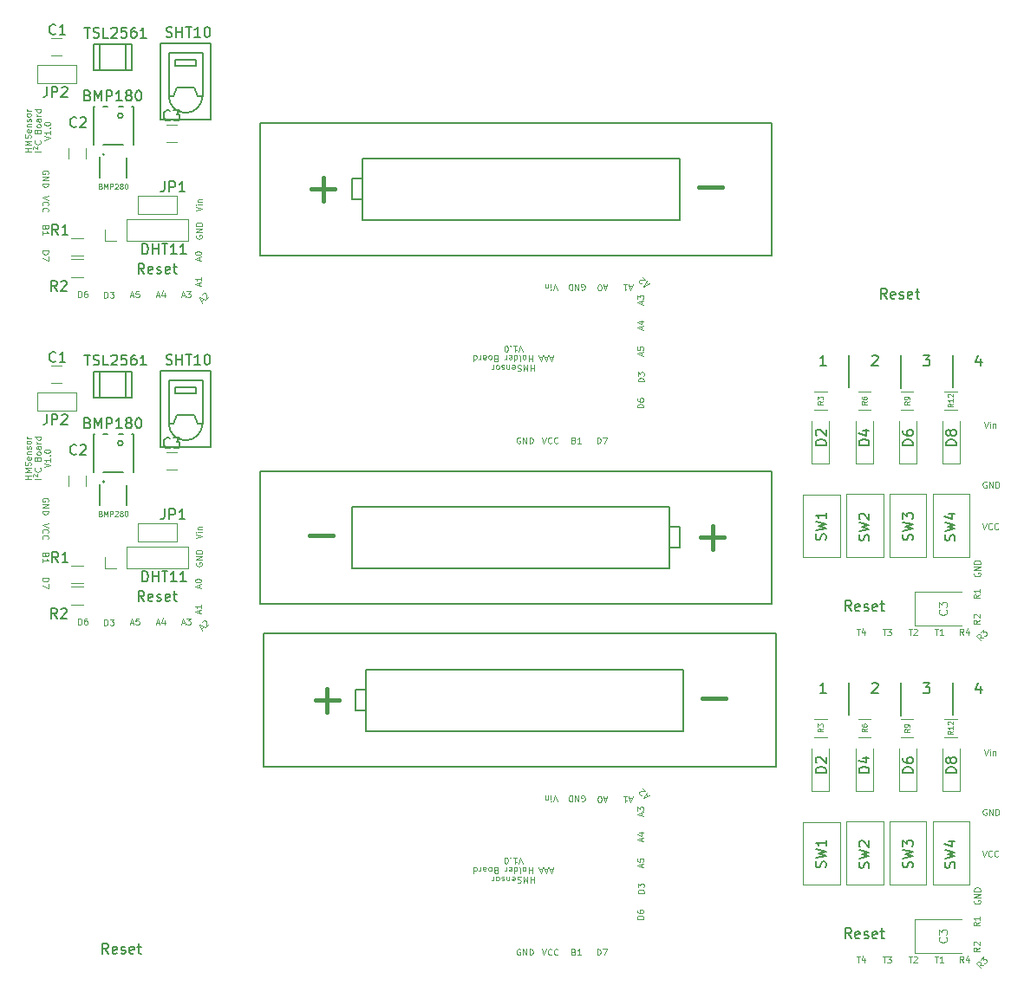
<source format=gto>
%MOIN*%
%OFA0B0*%
%FSLAX46Y46*%
%IPPOS*%
%LPD*%
%ADD10C,0.0039370078740157488*%
%ADD11C,0.005905511811023622*%
%ADD12C,0.015748031496062995*%
%ADD23C,0.0039370078740157488*%
%ADD24C,0.005905511811023622*%
%ADD25C,0.015748031496062995*%
%ADD36C,0.0039370078740157488*%
%ADD37C,0.0078740157480314977*%
%ADD38C,0.0047244094488188976*%
%ADD39C,0.0059*%
%ADD40C,0.005905511811023622*%
%ADD51C,0.0039370078740157488*%
%ADD52C,0.0078740157480314977*%
%ADD53C,0.0047244094488188976*%
%ADD54C,0.0059*%
%ADD55C,0.005905511811023622*%
%ADD66C,0.0039370078740157488*%
%ADD67C,0.0078740157480314977*%
%ADD78C,0.0039370078740157488*%
%ADD79C,0.0078740157480314977*%
%ADD90C,0.0039370078740157488*%
%ADD91C,0.0078740157480314977*%
%ADD92C,0.0047244094488188976*%
%ADD93C,0.005905511811023622*%
%ADD94C,0.002952755905511811*%
%ADD105C,0.0039370078740157488*%
%ADD106C,0.0078740157480314977*%
%ADD107C,0.0047244094488188976*%
%ADD108C,0.005905511811023622*%
%ADD109C,0.002952755905511811*%
%LPD*%
G01*
D10*
X0002211619Y0000118270D02*
X0002211619Y0000141892D01*
X0002217244Y0000141892D01*
X0002220618Y0000140767D01*
X0002222868Y0000138517D01*
X0002223993Y0000136268D01*
X0002225118Y0000131768D01*
X0002225118Y0000128394D01*
X0002223993Y0000123894D01*
X0002222868Y0000121644D01*
X0002220618Y0000119395D01*
X0002217244Y0000118270D01*
X0002211619Y0000118270D01*
X0002232992Y0000141892D02*
X0002248740Y0000141892D01*
X0002238616Y0000118270D01*
X0002121993Y0000130643D02*
X0002125368Y0000129519D01*
X0002126493Y0000128394D01*
X0002127618Y0000126144D01*
X0002127618Y0000122769D01*
X0002126493Y0000120520D01*
X0002125368Y0000119395D01*
X0002123118Y0000118270D01*
X0002114119Y0000118270D01*
X0002114119Y0000141892D01*
X0002121993Y0000141892D01*
X0002124243Y0000140767D01*
X0002125368Y0000139642D01*
X0002126493Y0000137393D01*
X0002126493Y0000135143D01*
X0002125368Y0000132893D01*
X0002124243Y0000131768D01*
X0002121993Y0000130643D01*
X0002114119Y0000130643D01*
X0002150115Y0000118270D02*
X0002136617Y0000118270D01*
X0002143366Y0000118270D02*
X0002143366Y0000141892D01*
X0002141116Y0000138517D01*
X0002138866Y0000136268D01*
X0002136617Y0000135143D01*
X0002000058Y0000141892D02*
X0002007933Y0000118270D01*
X0002015807Y0000141892D01*
X0002037179Y0000120520D02*
X0002036054Y0000119395D01*
X0002032680Y0000118270D01*
X0002030430Y0000118270D01*
X0002027054Y0000119395D01*
X0002024805Y0000121644D01*
X0002023680Y0000123894D01*
X0002022555Y0000128394D01*
X0002022555Y0000131768D01*
X0002023680Y0000136268D01*
X0002024805Y0000138517D01*
X0002027054Y0000140767D01*
X0002030430Y0000141892D01*
X0002032680Y0000141892D01*
X0002036054Y0000140767D01*
X0002037179Y0000139642D01*
X0002060801Y0000120520D02*
X0002059676Y0000119395D01*
X0002056302Y0000118270D01*
X0002054052Y0000118270D01*
X0002050676Y0000119395D01*
X0002048428Y0000121644D01*
X0002047302Y0000123894D01*
X0002046177Y0000128394D01*
X0002046177Y0000131768D01*
X0002047302Y0000136268D01*
X0002048428Y0000138517D01*
X0002050676Y0000140767D01*
X0002054052Y0000141892D01*
X0002056302Y0000141892D01*
X0002059676Y0000140767D01*
X0002060801Y0000139642D01*
X0001916057Y0000140767D02*
X0001913807Y0000141892D01*
X0001910433Y0000141892D01*
X0001907058Y0000140767D01*
X0001904807Y0000138517D01*
X0001903683Y0000136268D01*
X0001902559Y0000131768D01*
X0001902559Y0000128394D01*
X0001903683Y0000123894D01*
X0001904807Y0000121644D01*
X0001907058Y0000119395D01*
X0001910433Y0000118270D01*
X0001912682Y0000118270D01*
X0001916057Y0000119395D01*
X0001917182Y0000120520D01*
X0001917182Y0000128394D01*
X0001912682Y0000128394D01*
X0001927305Y0000118270D02*
X0001927305Y0000141892D01*
X0001940804Y0000118270D01*
X0001940804Y0000141892D01*
X0001952051Y0000118270D02*
X0001952051Y0000141892D01*
X0001957677Y0000141892D01*
X0001961051Y0000140767D01*
X0001963300Y0000138517D01*
X0001964426Y0000136268D01*
X0001965551Y0000131768D01*
X0001965551Y0000128394D01*
X0001964426Y0000123894D01*
X0001963300Y0000121644D01*
X0001961051Y0000119395D01*
X0001957677Y0000118270D01*
X0001952051Y0000118270D01*
X0001968920Y0000420134D02*
X0001968920Y0000396511D01*
X0001968920Y0000407761D02*
X0001955421Y0000407761D01*
X0001955421Y0000420134D02*
X0001955421Y0000396511D01*
X0001944173Y0000420134D02*
X0001944173Y0000396511D01*
X0001936299Y0000413385D01*
X0001928425Y0000396511D01*
X0001928425Y0000420134D01*
X0001918301Y0000419010D02*
X0001914926Y0000420134D01*
X0001909302Y0000420134D01*
X0001907052Y0000419010D01*
X0001905928Y0000417885D01*
X0001904803Y0000415634D01*
X0001904803Y0000413385D01*
X0001905928Y0000411136D01*
X0001907052Y0000410011D01*
X0001909302Y0000408886D01*
X0001913802Y0000407761D01*
X0001916051Y0000406636D01*
X0001917176Y0000405511D01*
X0001918301Y0000403262D01*
X0001918301Y0000401011D01*
X0001917176Y0000398762D01*
X0001916051Y0000397637D01*
X0001913802Y0000396511D01*
X0001908176Y0000396511D01*
X0001904803Y0000397637D01*
X0001885680Y0000419010D02*
X0001887930Y0000420134D01*
X0001892429Y0000420134D01*
X0001894679Y0000419010D01*
X0001895804Y0000416760D01*
X0001895804Y0000407761D01*
X0001894679Y0000405511D01*
X0001892429Y0000404386D01*
X0001887930Y0000404386D01*
X0001885680Y0000405511D01*
X0001884555Y0000407761D01*
X0001884555Y0000410011D01*
X0001895804Y0000412260D01*
X0001874431Y0000404386D02*
X0001874431Y0000420134D01*
X0001874431Y0000406636D02*
X0001873307Y0000405511D01*
X0001871057Y0000404386D01*
X0001867682Y0000404386D01*
X0001865433Y0000405511D01*
X0001864308Y0000407761D01*
X0001864308Y0000420134D01*
X0001854184Y0000419010D02*
X0001851934Y0000420134D01*
X0001847435Y0000420134D01*
X0001845185Y0000419010D01*
X0001844060Y0000416760D01*
X0001844060Y0000415634D01*
X0001845185Y0000413385D01*
X0001847435Y0000412260D01*
X0001850809Y0000412260D01*
X0001853059Y0000411136D01*
X0001854184Y0000408886D01*
X0001854184Y0000407761D01*
X0001853059Y0000405511D01*
X0001850809Y0000404386D01*
X0001847435Y0000404386D01*
X0001845185Y0000405511D01*
X0001830561Y0000420134D02*
X0001832812Y0000419010D01*
X0001833937Y0000417885D01*
X0001835061Y0000415634D01*
X0001835061Y0000408886D01*
X0001833937Y0000406636D01*
X0001832812Y0000405511D01*
X0001830561Y0000404386D01*
X0001827186Y0000404386D01*
X0001824938Y0000405511D01*
X0001823813Y0000406636D01*
X0001822687Y0000408886D01*
X0001822687Y0000415634D01*
X0001823813Y0000417885D01*
X0001824938Y0000419010D01*
X0001827186Y0000420134D01*
X0001830561Y0000420134D01*
X0001812564Y0000420134D02*
X0001812564Y0000404386D01*
X0001812564Y0000408886D02*
X0001811438Y0000406636D01*
X0001810314Y0000405511D01*
X0001808065Y0000404386D01*
X0001805815Y0000404386D01*
X0002041472Y0000450393D02*
X0002030225Y0000450393D01*
X0002043723Y0000457142D02*
X0002035848Y0000433520D01*
X0002027975Y0000457142D01*
X0002021226Y0000450393D02*
X0002009977Y0000450393D01*
X0002023475Y0000457142D02*
X0002015601Y0000433520D01*
X0002007727Y0000457142D01*
X0002000978Y0000450393D02*
X0001989730Y0000450393D01*
X0002003228Y0000457142D02*
X0001995354Y0000433520D01*
X0001987480Y0000457142D01*
X0001961608Y0000457142D02*
X0001961608Y0000433520D01*
X0001961608Y0000444769D02*
X0001948110Y0000444769D01*
X0001948110Y0000457142D02*
X0001948110Y0000433520D01*
X0001933485Y0000457142D02*
X0001935736Y0000456017D01*
X0001936861Y0000454893D01*
X0001937986Y0000452643D01*
X0001937986Y0000445894D01*
X0001936861Y0000443644D01*
X0001935736Y0000442519D01*
X0001933485Y0000441394D01*
X0001930112Y0000441394D01*
X0001927862Y0000442519D01*
X0001926737Y0000443644D01*
X0001925613Y0000445894D01*
X0001925613Y0000452643D01*
X0001926737Y0000454893D01*
X0001927862Y0000456017D01*
X0001930112Y0000457142D01*
X0001933485Y0000457142D01*
X0001912114Y0000457142D02*
X0001914364Y0000456017D01*
X0001915489Y0000453768D01*
X0001915489Y0000433520D01*
X0001892992Y0000457142D02*
X0001892992Y0000433520D01*
X0001892992Y0000456017D02*
X0001895241Y0000457142D01*
X0001899741Y0000457142D01*
X0001901990Y0000456017D01*
X0001903113Y0000454893D01*
X0001904240Y0000452643D01*
X0001904240Y0000445894D01*
X0001903113Y0000443644D01*
X0001901990Y0000442519D01*
X0001899741Y0000441394D01*
X0001895241Y0000441394D01*
X0001892992Y0000442519D01*
X0001872744Y0000456017D02*
X0001874993Y0000457142D01*
X0001879493Y0000457142D01*
X0001881743Y0000456017D01*
X0001882867Y0000453768D01*
X0001882867Y0000444769D01*
X0001881743Y0000442519D01*
X0001879493Y0000441394D01*
X0001874993Y0000441394D01*
X0001872744Y0000442519D01*
X0001871619Y0000444769D01*
X0001871619Y0000447019D01*
X0001882867Y0000449268D01*
X0001861496Y0000457142D02*
X0001861496Y0000441394D01*
X0001861496Y0000445894D02*
X0001860371Y0000443644D01*
X0001859246Y0000442519D01*
X0001856996Y0000441394D01*
X0001854746Y0000441394D01*
X0001821001Y0000444769D02*
X0001817626Y0000445894D01*
X0001816501Y0000447019D01*
X0001815376Y0000449268D01*
X0001815376Y0000452643D01*
X0001816501Y0000454893D01*
X0001817626Y0000456017D01*
X0001819876Y0000457142D01*
X0001828875Y0000457142D01*
X0001828875Y0000433520D01*
X0001821001Y0000433520D01*
X0001818751Y0000434645D01*
X0001817626Y0000435770D01*
X0001816501Y0000438020D01*
X0001816501Y0000440269D01*
X0001817626Y0000442519D01*
X0001818751Y0000443644D01*
X0001821001Y0000444769D01*
X0001828875Y0000444769D01*
X0001801878Y0000457142D02*
X0001804128Y0000456017D01*
X0001805252Y0000454893D01*
X0001806377Y0000452643D01*
X0001806377Y0000445894D01*
X0001805252Y0000443644D01*
X0001804128Y0000442519D01*
X0001801878Y0000441394D01*
X0001798503Y0000441394D01*
X0001796254Y0000442519D01*
X0001795129Y0000443644D01*
X0001794003Y0000445894D01*
X0001794003Y0000452643D01*
X0001795129Y0000454893D01*
X0001796254Y0000456017D01*
X0001798503Y0000457142D01*
X0001801878Y0000457142D01*
X0001773757Y0000457142D02*
X0001773757Y0000444769D01*
X0001774880Y0000442519D01*
X0001777131Y0000441394D01*
X0001781631Y0000441394D01*
X0001783880Y0000442519D01*
X0001773757Y0000456017D02*
X0001776006Y0000457142D01*
X0001781631Y0000457142D01*
X0001783880Y0000456017D01*
X0001785005Y0000453768D01*
X0001785005Y0000451518D01*
X0001783880Y0000449268D01*
X0001781631Y0000448143D01*
X0001776006Y0000448143D01*
X0001773757Y0000447019D01*
X0001762508Y0000457142D02*
X0001762508Y0000441394D01*
X0001762508Y0000445894D02*
X0001761383Y0000443644D01*
X0001760258Y0000442519D01*
X0001758008Y0000441394D01*
X0001755759Y0000441394D01*
X0001737761Y0000457142D02*
X0001737761Y0000433520D01*
X0001737761Y0000456017D02*
X0001740011Y0000457142D01*
X0001744510Y0000457142D01*
X0001746760Y0000456017D01*
X0001747885Y0000454893D01*
X0001749010Y0000452643D01*
X0001749010Y0000445894D01*
X0001747885Y0000443644D01*
X0001746760Y0000442519D01*
X0001744510Y0000441394D01*
X0001740011Y0000441394D01*
X0001737761Y0000442519D01*
X0001925050Y0000470528D02*
X0001917176Y0000494150D01*
X0001909302Y0000470528D01*
X0001889053Y0000494150D02*
X0001902553Y0000494150D01*
X0001895804Y0000494150D02*
X0001895804Y0000470528D01*
X0001898054Y0000473902D01*
X0001900302Y0000476152D01*
X0001902553Y0000477277D01*
X0001878931Y0000491900D02*
X0001877806Y0000493025D01*
X0001878931Y0000494150D01*
X0001880056Y0000493025D01*
X0001878931Y0000491900D01*
X0001878931Y0000494150D01*
X0001863183Y0000470528D02*
X0001860933Y0000470528D01*
X0001858683Y0000471653D01*
X0001857558Y0000472778D01*
X0001856434Y0000475028D01*
X0001855309Y0000479527D01*
X0001855309Y0000485151D01*
X0001856434Y0000489651D01*
X0001857558Y0000491900D01*
X0001858683Y0000493025D01*
X0001860933Y0000494150D01*
X0001863183Y0000494150D01*
X0001865433Y0000493025D01*
X0001866557Y0000491900D01*
X0001867682Y0000489651D01*
X0001868807Y0000485151D01*
X0001868807Y0000479527D01*
X0001867682Y0000475028D01*
X0001866557Y0000472778D01*
X0001865433Y0000471653D01*
X0001863183Y0000470528D01*
X0002058239Y0000708520D02*
X0002050365Y0000732142D01*
X0002042491Y0000708520D01*
X0002034617Y0000732142D02*
X0002034617Y0000716394D01*
X0002034617Y0000708520D02*
X0002035742Y0000709645D01*
X0002034617Y0000710770D01*
X0002033491Y0000709645D01*
X0002034617Y0000708520D01*
X0002034617Y0000710770D01*
X0002023368Y0000716394D02*
X0002023368Y0000732142D01*
X0002023368Y0000718644D02*
X0002022244Y0000717519D01*
X0002019994Y0000716394D01*
X0002016619Y0000716394D01*
X0002014370Y0000717519D01*
X0002013245Y0000719768D01*
X0002013245Y0000732142D01*
X0002389741Y0000256521D02*
X0002366119Y0000256521D01*
X0002366119Y0000262145D01*
X0002367244Y0000265520D01*
X0002369493Y0000267769D01*
X0002371743Y0000268894D01*
X0002376242Y0000270019D01*
X0002379617Y0000270019D01*
X0002384116Y0000268894D01*
X0002386366Y0000267769D01*
X0002388616Y0000265520D01*
X0002389741Y0000262145D01*
X0002389741Y0000256521D01*
X0002366119Y0000290267D02*
X0002366119Y0000285767D01*
X0002367244Y0000283517D01*
X0002368368Y0000282393D01*
X0002371743Y0000280143D01*
X0002376242Y0000279018D01*
X0002385241Y0000279018D01*
X0002387491Y0000280143D01*
X0002388616Y0000281268D01*
X0002389741Y0000283517D01*
X0002389741Y0000288017D01*
X0002388616Y0000290267D01*
X0002387491Y0000291391D01*
X0002385241Y0000292516D01*
X0002379617Y0000292516D01*
X0002377367Y0000291391D01*
X0002376242Y0000290267D01*
X0002375118Y0000288017D01*
X0002375118Y0000283517D01*
X0002376242Y0000281268D01*
X0002377367Y0000280143D01*
X0002379617Y0000279018D01*
X0002392241Y0000356521D02*
X0002368619Y0000356521D01*
X0002368619Y0000362145D01*
X0002369744Y0000365520D01*
X0002371993Y0000367769D01*
X0002374243Y0000368894D01*
X0002378742Y0000370019D01*
X0002382117Y0000370019D01*
X0002386616Y0000368894D01*
X0002388866Y0000367769D01*
X0002391116Y0000365520D01*
X0002392241Y0000362145D01*
X0002392241Y0000356521D01*
X0002368619Y0000377893D02*
X0002368619Y0000392516D01*
X0002377618Y0000384642D01*
X0002377618Y0000388017D01*
X0002378742Y0000390267D01*
X0002379867Y0000391392D01*
X0002382117Y0000392516D01*
X0002387741Y0000392516D01*
X0002389991Y0000391392D01*
X0002391116Y0000390267D01*
X0002392241Y0000388017D01*
X0002392241Y0000381268D01*
X0002391116Y0000379018D01*
X0002389991Y0000377893D01*
X0002382992Y0000457083D02*
X0002382992Y0000468332D01*
X0002389741Y0000454834D02*
X0002366119Y0000462708D01*
X0002389741Y0000470582D01*
X0002366119Y0000489704D02*
X0002366119Y0000478456D01*
X0002377367Y0000477331D01*
X0002376242Y0000478456D01*
X0002375118Y0000480705D01*
X0002375118Y0000486330D01*
X0002376242Y0000488579D01*
X0002377367Y0000489704D01*
X0002379617Y0000490829D01*
X0002385241Y0000490829D01*
X0002387491Y0000489704D01*
X0002388616Y0000488579D01*
X0002389741Y0000486330D01*
X0002389741Y0000480705D01*
X0002388616Y0000478456D01*
X0002387491Y0000477331D01*
X0002382992Y0000557083D02*
X0002382992Y0000568332D01*
X0002389741Y0000554834D02*
X0002366119Y0000562708D01*
X0002389741Y0000570582D01*
X0002373993Y0000588579D02*
X0002389741Y0000588579D01*
X0002364994Y0000582955D02*
X0002381867Y0000577331D01*
X0002381867Y0000591954D01*
X0002382992Y0000654583D02*
X0002382992Y0000665832D01*
X0002389741Y0000652334D02*
X0002366119Y0000660208D01*
X0002389741Y0000668082D01*
X0002366119Y0000673706D02*
X0002366119Y0000688328D01*
X0002375118Y0000680454D01*
X0002375118Y0000683830D01*
X0002376242Y0000686079D01*
X0002377367Y0000687204D01*
X0002379617Y0000688328D01*
X0002385241Y0000688328D01*
X0002387491Y0000687204D01*
X0002388616Y0000686079D01*
X0002389741Y0000683830D01*
X0002389741Y0000677080D01*
X0002388616Y0000674831D01*
X0002387491Y0000673706D01*
X0002406269Y0000729808D02*
X0002398315Y0000737763D01*
X0002412633Y0000732991D02*
X0002390362Y0000721855D01*
X0002401497Y0000744126D01*
X0002381612Y0000733786D02*
X0002380021Y0000733786D01*
X0002377635Y0000734582D01*
X0002373658Y0000738559D01*
X0002372863Y0000740945D01*
X0002372863Y0000742535D01*
X0002373658Y0000744922D01*
X0002375249Y0000746512D01*
X0002378431Y0000748103D01*
X0002397520Y0000748103D01*
X0002387180Y0000758443D01*
X0002345927Y0000722892D02*
X0002334679Y0000722892D01*
X0002348177Y0000729642D02*
X0002340303Y0000706020D01*
X0002332429Y0000729642D01*
X0002312182Y0000729642D02*
X0002325680Y0000729642D01*
X0002318931Y0000729642D02*
X0002318931Y0000706020D01*
X0002321181Y0000709395D01*
X0002323430Y0000711645D01*
X0002325680Y0000712769D01*
X0002248427Y0000722892D02*
X0002237179Y0000722892D01*
X0002250677Y0000729642D02*
X0002242803Y0000706020D01*
X0002234929Y0000729642D01*
X0002222556Y0000706020D02*
X0002220306Y0000706020D01*
X0002218056Y0000707145D01*
X0002216931Y0000708270D01*
X0002215807Y0000710520D01*
X0002214682Y0000715019D01*
X0002214682Y0000720643D01*
X0002215807Y0000725143D01*
X0002216931Y0000727393D01*
X0002218056Y0000728517D01*
X0002220306Y0000729642D01*
X0002222556Y0000729642D01*
X0002224805Y0000728517D01*
X0002225930Y0000727393D01*
X0002227055Y0000725143D01*
X0002228180Y0000720643D01*
X0002228180Y0000715019D01*
X0002227055Y0000710520D01*
X0002225930Y0000708270D01*
X0002224805Y0000707145D01*
X0002222556Y0000706020D01*
X0002152052Y0000709645D02*
X0002154302Y0000708520D01*
X0002157677Y0000708520D01*
X0002161051Y0000709645D01*
X0002163301Y0000711895D01*
X0002164426Y0000714145D01*
X0002165551Y0000718644D01*
X0002165551Y0000722019D01*
X0002164426Y0000726518D01*
X0002163301Y0000728768D01*
X0002161051Y0000731017D01*
X0002157677Y0000732142D01*
X0002155427Y0000732142D01*
X0002152052Y0000731017D01*
X0002150927Y0000729893D01*
X0002150927Y0000722019D01*
X0002155427Y0000722019D01*
X0002140804Y0000732142D02*
X0002140804Y0000708520D01*
X0002127305Y0000732142D01*
X0002127305Y0000708520D01*
X0002116057Y0000732142D02*
X0002116057Y0000708520D01*
X0002110433Y0000708520D01*
X0002107058Y0000709645D01*
X0002104808Y0000711895D01*
X0002103683Y0000714145D01*
X0002102559Y0000718644D01*
X0002102559Y0000722019D01*
X0002103683Y0000726518D01*
X0002104808Y0000728768D01*
X0002107058Y0000731017D01*
X0002110433Y0000732142D01*
X0002116057Y0000732142D01*
D11*
X0001323503Y0001059586D02*
X0001284133Y0001059586D01*
X0001284133Y0001059586D02*
X0001284133Y0001138326D01*
X0001284133Y0001138326D02*
X0001323503Y0001138326D01*
X0001323503Y0000980846D02*
X0001323503Y0001217066D01*
X0001323503Y0001217066D02*
X0002543976Y0001217066D01*
X0002543976Y0001217066D02*
X0002543976Y0000980846D01*
X0002543976Y0000980846D02*
X0001323503Y0000980846D01*
X0000929803Y0001098956D02*
X0000929803Y0001354861D01*
X0000929803Y0001354861D02*
X0002898307Y0001354861D01*
X0002898307Y0001354861D02*
X0002898307Y0000843051D01*
X0002898307Y0000843051D02*
X0000929803Y0000843051D01*
X0000929803Y0000843051D02*
X0000929803Y0001098956D01*
D12*
X0002707079Y0001107393D02*
X0002617092Y0001107393D01*
X0001174460Y0001053962D02*
X0001174460Y0001143951D01*
X0001219454Y0001098956D02*
X0001129465Y0001098956D01*
G01*
D23*
X0002211619Y0002086774D02*
X0002211619Y0002110396D01*
X0002217244Y0002110396D01*
X0002220618Y0002109271D01*
X0002222868Y0002107021D01*
X0002223993Y0002104772D01*
X0002225118Y0002100272D01*
X0002225118Y0002096898D01*
X0002223993Y0002092398D01*
X0002222868Y0002090148D01*
X0002220618Y0002087899D01*
X0002217244Y0002086774D01*
X0002211619Y0002086774D01*
X0002232992Y0002110396D02*
X0002248740Y0002110396D01*
X0002238616Y0002086774D01*
X0002121993Y0002099147D02*
X0002125368Y0002098023D01*
X0002126493Y0002096898D01*
X0002127618Y0002094647D01*
X0002127618Y0002091273D01*
X0002126493Y0002089024D01*
X0002125368Y0002087899D01*
X0002123118Y0002086774D01*
X0002114119Y0002086774D01*
X0002114119Y0002110396D01*
X0002121993Y0002110396D01*
X0002124243Y0002109271D01*
X0002125368Y0002108146D01*
X0002126493Y0002105897D01*
X0002126493Y0002103647D01*
X0002125368Y0002101397D01*
X0002124243Y0002100272D01*
X0002121993Y0002099147D01*
X0002114119Y0002099147D01*
X0002150115Y0002086774D02*
X0002136617Y0002086774D01*
X0002143366Y0002086774D02*
X0002143366Y0002110396D01*
X0002141116Y0002107021D01*
X0002138866Y0002104772D01*
X0002136617Y0002103647D01*
X0002000058Y0002110396D02*
X0002007933Y0002086774D01*
X0002015807Y0002110396D01*
X0002037179Y0002089024D02*
X0002036054Y0002087899D01*
X0002032680Y0002086774D01*
X0002030430Y0002086774D01*
X0002027054Y0002087899D01*
X0002024805Y0002090148D01*
X0002023680Y0002092398D01*
X0002022555Y0002096898D01*
X0002022555Y0002100272D01*
X0002023680Y0002104772D01*
X0002024805Y0002107021D01*
X0002027054Y0002109271D01*
X0002030430Y0002110396D01*
X0002032680Y0002110396D01*
X0002036054Y0002109271D01*
X0002037179Y0002108146D01*
X0002060801Y0002089024D02*
X0002059676Y0002087899D01*
X0002056302Y0002086774D01*
X0002054052Y0002086774D01*
X0002050676Y0002087899D01*
X0002048428Y0002090148D01*
X0002047302Y0002092398D01*
X0002046177Y0002096898D01*
X0002046177Y0002100272D01*
X0002047302Y0002104772D01*
X0002048428Y0002107021D01*
X0002050676Y0002109271D01*
X0002054052Y0002110396D01*
X0002056302Y0002110396D01*
X0002059676Y0002109271D01*
X0002060801Y0002108146D01*
X0001916057Y0002109271D02*
X0001913807Y0002110396D01*
X0001910433Y0002110396D01*
X0001907058Y0002109271D01*
X0001904807Y0002107021D01*
X0001903683Y0002104772D01*
X0001902559Y0002100272D01*
X0001902559Y0002096898D01*
X0001903683Y0002092398D01*
X0001904807Y0002090148D01*
X0001907058Y0002087899D01*
X0001910433Y0002086774D01*
X0001912682Y0002086774D01*
X0001916057Y0002087899D01*
X0001917182Y0002089024D01*
X0001917182Y0002096898D01*
X0001912682Y0002096898D01*
X0001927305Y0002086774D02*
X0001927305Y0002110396D01*
X0001940804Y0002086774D01*
X0001940804Y0002110396D01*
X0001952051Y0002086774D02*
X0001952051Y0002110396D01*
X0001957677Y0002110396D01*
X0001961051Y0002109271D01*
X0001963300Y0002107021D01*
X0001964426Y0002104772D01*
X0001965551Y0002100272D01*
X0001965551Y0002096898D01*
X0001964426Y0002092398D01*
X0001963300Y0002090148D01*
X0001961051Y0002087899D01*
X0001957677Y0002086774D01*
X0001952051Y0002086774D01*
X0001968920Y0002388638D02*
X0001968920Y0002365016D01*
X0001968920Y0002376265D02*
X0001955421Y0002376265D01*
X0001955421Y0002388638D02*
X0001955421Y0002365016D01*
X0001944173Y0002388638D02*
X0001944173Y0002365016D01*
X0001936299Y0002381889D01*
X0001928425Y0002365016D01*
X0001928425Y0002388638D01*
X0001918301Y0002387514D02*
X0001914926Y0002388638D01*
X0001909302Y0002388638D01*
X0001907052Y0002387514D01*
X0001905928Y0002386389D01*
X0001904803Y0002384139D01*
X0001904803Y0002381889D01*
X0001905928Y0002379640D01*
X0001907052Y0002378515D01*
X0001909302Y0002377390D01*
X0001913802Y0002376265D01*
X0001916051Y0002375140D01*
X0001917176Y0002374015D01*
X0001918301Y0002371765D01*
X0001918301Y0002369516D01*
X0001917176Y0002367266D01*
X0001916051Y0002366141D01*
X0001913802Y0002365016D01*
X0001908176Y0002365016D01*
X0001904803Y0002366141D01*
X0001885680Y0002387514D02*
X0001887930Y0002388638D01*
X0001892429Y0002388638D01*
X0001894679Y0002387514D01*
X0001895804Y0002385264D01*
X0001895804Y0002376265D01*
X0001894679Y0002374015D01*
X0001892429Y0002372890D01*
X0001887930Y0002372890D01*
X0001885680Y0002374015D01*
X0001884555Y0002376265D01*
X0001884555Y0002378515D01*
X0001895804Y0002380764D01*
X0001874431Y0002372890D02*
X0001874431Y0002388638D01*
X0001874431Y0002375140D02*
X0001873307Y0002374015D01*
X0001871057Y0002372890D01*
X0001867682Y0002372890D01*
X0001865433Y0002374015D01*
X0001864308Y0002376265D01*
X0001864308Y0002388638D01*
X0001854184Y0002387514D02*
X0001851934Y0002388638D01*
X0001847435Y0002388638D01*
X0001845185Y0002387514D01*
X0001844060Y0002385264D01*
X0001844060Y0002384139D01*
X0001845185Y0002381889D01*
X0001847435Y0002380764D01*
X0001850809Y0002380764D01*
X0001853059Y0002379640D01*
X0001854184Y0002377390D01*
X0001854184Y0002376265D01*
X0001853059Y0002374015D01*
X0001850809Y0002372890D01*
X0001847435Y0002372890D01*
X0001845185Y0002374015D01*
X0001830561Y0002388638D02*
X0001832812Y0002387514D01*
X0001833937Y0002386389D01*
X0001835061Y0002384139D01*
X0001835061Y0002377390D01*
X0001833937Y0002375140D01*
X0001832812Y0002374015D01*
X0001830561Y0002372890D01*
X0001827186Y0002372890D01*
X0001824938Y0002374015D01*
X0001823813Y0002375140D01*
X0001822687Y0002377390D01*
X0001822687Y0002384139D01*
X0001823813Y0002386389D01*
X0001824938Y0002387514D01*
X0001827186Y0002388638D01*
X0001830561Y0002388638D01*
X0001812564Y0002388638D02*
X0001812564Y0002372890D01*
X0001812564Y0002377390D02*
X0001811438Y0002375140D01*
X0001810314Y0002374015D01*
X0001808065Y0002372890D01*
X0001805815Y0002372890D01*
X0002041472Y0002418897D02*
X0002030225Y0002418897D01*
X0002043723Y0002425646D02*
X0002035848Y0002402024D01*
X0002027975Y0002425646D01*
X0002021226Y0002418897D02*
X0002009977Y0002418897D01*
X0002023475Y0002425646D02*
X0002015601Y0002402024D01*
X0002007727Y0002425646D01*
X0002000978Y0002418897D02*
X0001989730Y0002418897D01*
X0002003228Y0002425646D02*
X0001995354Y0002402024D01*
X0001987480Y0002425646D01*
X0001961608Y0002425646D02*
X0001961608Y0002402024D01*
X0001961608Y0002413273D02*
X0001948110Y0002413273D01*
X0001948110Y0002425646D02*
X0001948110Y0002402024D01*
X0001933485Y0002425646D02*
X0001935736Y0002424521D01*
X0001936861Y0002423397D01*
X0001937986Y0002421147D01*
X0001937986Y0002414398D01*
X0001936861Y0002412148D01*
X0001935736Y0002411023D01*
X0001933485Y0002409898D01*
X0001930112Y0002409898D01*
X0001927862Y0002411023D01*
X0001926737Y0002412148D01*
X0001925613Y0002414398D01*
X0001925613Y0002421147D01*
X0001926737Y0002423397D01*
X0001927862Y0002424521D01*
X0001930112Y0002425646D01*
X0001933485Y0002425646D01*
X0001912114Y0002425646D02*
X0001914364Y0002424521D01*
X0001915489Y0002422272D01*
X0001915489Y0002402024D01*
X0001892992Y0002425646D02*
X0001892992Y0002402024D01*
X0001892992Y0002424521D02*
X0001895241Y0002425646D01*
X0001899741Y0002425646D01*
X0001901990Y0002424521D01*
X0001903113Y0002423397D01*
X0001904240Y0002421147D01*
X0001904240Y0002414398D01*
X0001903113Y0002412148D01*
X0001901990Y0002411023D01*
X0001899741Y0002409898D01*
X0001895241Y0002409898D01*
X0001892992Y0002411023D01*
X0001872744Y0002424521D02*
X0001874993Y0002425646D01*
X0001879493Y0002425646D01*
X0001881743Y0002424521D01*
X0001882867Y0002422272D01*
X0001882867Y0002413273D01*
X0001881743Y0002411023D01*
X0001879493Y0002409898D01*
X0001874993Y0002409898D01*
X0001872744Y0002411023D01*
X0001871619Y0002413273D01*
X0001871619Y0002415523D01*
X0001882867Y0002417772D01*
X0001861496Y0002425646D02*
X0001861496Y0002409898D01*
X0001861496Y0002414398D02*
X0001860371Y0002412148D01*
X0001859246Y0002411023D01*
X0001856996Y0002409898D01*
X0001854746Y0002409898D01*
X0001821001Y0002413273D02*
X0001817626Y0002414398D01*
X0001816501Y0002415523D01*
X0001815376Y0002417772D01*
X0001815376Y0002421147D01*
X0001816501Y0002423397D01*
X0001817626Y0002424521D01*
X0001819876Y0002425646D01*
X0001828875Y0002425646D01*
X0001828875Y0002402024D01*
X0001821001Y0002402024D01*
X0001818751Y0002403149D01*
X0001817626Y0002404274D01*
X0001816501Y0002406524D01*
X0001816501Y0002408773D01*
X0001817626Y0002411023D01*
X0001818751Y0002412148D01*
X0001821001Y0002413273D01*
X0001828875Y0002413273D01*
X0001801878Y0002425646D02*
X0001804128Y0002424521D01*
X0001805252Y0002423397D01*
X0001806377Y0002421147D01*
X0001806377Y0002414398D01*
X0001805252Y0002412148D01*
X0001804128Y0002411023D01*
X0001801878Y0002409898D01*
X0001798503Y0002409898D01*
X0001796254Y0002411023D01*
X0001795129Y0002412148D01*
X0001794003Y0002414398D01*
X0001794003Y0002421147D01*
X0001795129Y0002423397D01*
X0001796254Y0002424521D01*
X0001798503Y0002425646D01*
X0001801878Y0002425646D01*
X0001773757Y0002425646D02*
X0001773757Y0002413273D01*
X0001774880Y0002411023D01*
X0001777131Y0002409898D01*
X0001781631Y0002409898D01*
X0001783880Y0002411023D01*
X0001773757Y0002424521D02*
X0001776006Y0002425646D01*
X0001781631Y0002425646D01*
X0001783880Y0002424521D01*
X0001785005Y0002422272D01*
X0001785005Y0002420022D01*
X0001783880Y0002417772D01*
X0001781631Y0002416647D01*
X0001776006Y0002416647D01*
X0001773757Y0002415523D01*
X0001762508Y0002425646D02*
X0001762508Y0002409898D01*
X0001762508Y0002414398D02*
X0001761383Y0002412148D01*
X0001760258Y0002411023D01*
X0001758008Y0002409898D01*
X0001755759Y0002409898D01*
X0001737761Y0002425646D02*
X0001737761Y0002402024D01*
X0001737761Y0002424521D02*
X0001740011Y0002425646D01*
X0001744510Y0002425646D01*
X0001746760Y0002424521D01*
X0001747885Y0002423397D01*
X0001749010Y0002421147D01*
X0001749010Y0002414398D01*
X0001747885Y0002412148D01*
X0001746760Y0002411023D01*
X0001744510Y0002409898D01*
X0001740011Y0002409898D01*
X0001737761Y0002411023D01*
X0001925050Y0002439032D02*
X0001917176Y0002462654D01*
X0001909302Y0002439032D01*
X0001889053Y0002462654D02*
X0001902553Y0002462654D01*
X0001895804Y0002462654D02*
X0001895804Y0002439032D01*
X0001898054Y0002442407D01*
X0001900302Y0002444656D01*
X0001902553Y0002445781D01*
X0001878931Y0002460404D02*
X0001877806Y0002461529D01*
X0001878931Y0002462654D01*
X0001880056Y0002461529D01*
X0001878931Y0002460404D01*
X0001878931Y0002462654D01*
X0001863183Y0002439032D02*
X0001860933Y0002439032D01*
X0001858683Y0002440157D01*
X0001857558Y0002441282D01*
X0001856434Y0002443532D01*
X0001855309Y0002448031D01*
X0001855309Y0002453655D01*
X0001856434Y0002458155D01*
X0001857558Y0002460404D01*
X0001858683Y0002461529D01*
X0001860933Y0002462654D01*
X0001863183Y0002462654D01*
X0001865433Y0002461529D01*
X0001866557Y0002460404D01*
X0001867682Y0002458155D01*
X0001868807Y0002453655D01*
X0001868807Y0002448031D01*
X0001867682Y0002443532D01*
X0001866557Y0002441282D01*
X0001865433Y0002440157D01*
X0001863183Y0002439032D01*
X0002058239Y0002677024D02*
X0002050365Y0002700645D01*
X0002042491Y0002677024D01*
X0002034617Y0002700645D02*
X0002034617Y0002684898D01*
X0002034617Y0002677024D02*
X0002035742Y0002678149D01*
X0002034617Y0002679274D01*
X0002033491Y0002678149D01*
X0002034617Y0002677024D01*
X0002034617Y0002679274D01*
X0002023368Y0002684898D02*
X0002023368Y0002700645D01*
X0002023368Y0002687148D02*
X0002022244Y0002686023D01*
X0002019994Y0002684898D01*
X0002016619Y0002684898D01*
X0002014370Y0002686023D01*
X0002013245Y0002688273D01*
X0002013245Y0002700645D01*
X0002389741Y0002225025D02*
X0002366119Y0002225025D01*
X0002366119Y0002230649D01*
X0002367244Y0002234024D01*
X0002369493Y0002236273D01*
X0002371743Y0002237398D01*
X0002376242Y0002238523D01*
X0002379617Y0002238523D01*
X0002384116Y0002237398D01*
X0002386366Y0002236273D01*
X0002388616Y0002234024D01*
X0002389741Y0002230649D01*
X0002389741Y0002225025D01*
X0002366119Y0002258771D02*
X0002366119Y0002254271D01*
X0002367244Y0002252021D01*
X0002368368Y0002250897D01*
X0002371743Y0002248647D01*
X0002376242Y0002247522D01*
X0002385241Y0002247522D01*
X0002387491Y0002248647D01*
X0002388616Y0002249772D01*
X0002389741Y0002252021D01*
X0002389741Y0002256521D01*
X0002388616Y0002258771D01*
X0002387491Y0002259895D01*
X0002385241Y0002261020D01*
X0002379617Y0002261020D01*
X0002377367Y0002259895D01*
X0002376242Y0002258771D01*
X0002375118Y0002256521D01*
X0002375118Y0002252021D01*
X0002376242Y0002249772D01*
X0002377367Y0002248647D01*
X0002379617Y0002247522D01*
X0002392241Y0002325025D02*
X0002368619Y0002325025D01*
X0002368619Y0002330649D01*
X0002369744Y0002334024D01*
X0002371993Y0002336273D01*
X0002374243Y0002337398D01*
X0002378742Y0002338523D01*
X0002382117Y0002338523D01*
X0002386616Y0002337398D01*
X0002388866Y0002336273D01*
X0002391116Y0002334024D01*
X0002392241Y0002330649D01*
X0002392241Y0002325025D01*
X0002368619Y0002346397D02*
X0002368619Y0002361020D01*
X0002377618Y0002353146D01*
X0002377618Y0002356521D01*
X0002378742Y0002358771D01*
X0002379867Y0002359895D01*
X0002382117Y0002361020D01*
X0002387741Y0002361020D01*
X0002389991Y0002359895D01*
X0002391116Y0002358771D01*
X0002392241Y0002356521D01*
X0002392241Y0002349772D01*
X0002391116Y0002347522D01*
X0002389991Y0002346397D01*
X0002382992Y0002425587D02*
X0002382992Y0002436836D01*
X0002389741Y0002423338D02*
X0002366119Y0002431212D01*
X0002389741Y0002439086D01*
X0002366119Y0002458208D02*
X0002366119Y0002446960D01*
X0002377367Y0002445835D01*
X0002376242Y0002446960D01*
X0002375118Y0002449209D01*
X0002375118Y0002454834D01*
X0002376242Y0002457083D01*
X0002377367Y0002458208D01*
X0002379617Y0002459333D01*
X0002385241Y0002459333D01*
X0002387491Y0002458208D01*
X0002388616Y0002457083D01*
X0002389741Y0002454834D01*
X0002389741Y0002449209D01*
X0002388616Y0002446960D01*
X0002387491Y0002445835D01*
X0002382992Y0002525587D02*
X0002382992Y0002536836D01*
X0002389741Y0002523337D02*
X0002366119Y0002531212D01*
X0002389741Y0002539086D01*
X0002373993Y0002557083D02*
X0002389741Y0002557083D01*
X0002364994Y0002551459D02*
X0002381867Y0002545835D01*
X0002381867Y0002560458D01*
X0002382992Y0002623087D02*
X0002382992Y0002634335D01*
X0002389741Y0002620838D02*
X0002366119Y0002628711D01*
X0002389741Y0002636586D01*
X0002366119Y0002642210D02*
X0002366119Y0002656833D01*
X0002375118Y0002648958D01*
X0002375118Y0002652334D01*
X0002376242Y0002654583D01*
X0002377367Y0002655708D01*
X0002379617Y0002656833D01*
X0002385241Y0002656833D01*
X0002387491Y0002655708D01*
X0002388616Y0002654583D01*
X0002389741Y0002652334D01*
X0002389741Y0002645584D01*
X0002388616Y0002643335D01*
X0002387491Y0002642210D01*
X0002406269Y0002698313D02*
X0002398315Y0002706267D01*
X0002412633Y0002701495D02*
X0002390362Y0002690359D01*
X0002401497Y0002712630D01*
X0002381612Y0002702290D02*
X0002380021Y0002702290D01*
X0002377635Y0002703085D01*
X0002373658Y0002707062D01*
X0002372863Y0002709449D01*
X0002372863Y0002711039D01*
X0002373658Y0002713426D01*
X0002375249Y0002715015D01*
X0002378431Y0002716607D01*
X0002397520Y0002716607D01*
X0002387180Y0002726947D01*
X0002345927Y0002691397D02*
X0002334679Y0002691397D01*
X0002348177Y0002698146D02*
X0002340303Y0002674523D01*
X0002332429Y0002698146D01*
X0002312182Y0002698146D02*
X0002325680Y0002698146D01*
X0002318931Y0002698146D02*
X0002318931Y0002674523D01*
X0002321181Y0002677899D01*
X0002323430Y0002680149D01*
X0002325680Y0002681273D01*
X0002248427Y0002691397D02*
X0002237179Y0002691397D01*
X0002250677Y0002698146D02*
X0002242803Y0002674523D01*
X0002234929Y0002698146D01*
X0002222556Y0002674523D02*
X0002220306Y0002674523D01*
X0002218056Y0002675649D01*
X0002216931Y0002676774D01*
X0002215807Y0002679024D01*
X0002214682Y0002683523D01*
X0002214682Y0002689146D01*
X0002215807Y0002693647D01*
X0002216931Y0002695897D01*
X0002218056Y0002697021D01*
X0002220306Y0002698146D01*
X0002222556Y0002698146D01*
X0002224805Y0002697021D01*
X0002225930Y0002695897D01*
X0002227055Y0002693647D01*
X0002228180Y0002689146D01*
X0002228180Y0002683523D01*
X0002227055Y0002679024D01*
X0002225930Y0002676774D01*
X0002224805Y0002675649D01*
X0002222556Y0002674523D01*
X0002152052Y0002678149D02*
X0002154302Y0002677024D01*
X0002157677Y0002677024D01*
X0002161051Y0002678149D01*
X0002163301Y0002680398D01*
X0002164426Y0002682649D01*
X0002165551Y0002687148D01*
X0002165551Y0002690523D01*
X0002164426Y0002695022D01*
X0002163301Y0002697272D01*
X0002161051Y0002699521D01*
X0002157677Y0002700645D01*
X0002155427Y0002700645D01*
X0002152052Y0002699521D01*
X0002150927Y0002698397D01*
X0002150927Y0002690523D01*
X0002155427Y0002690523D01*
X0002140804Y0002700645D02*
X0002140804Y0002677024D01*
X0002127305Y0002700645D01*
X0002127305Y0002677024D01*
X0002116057Y0002700645D02*
X0002116057Y0002677024D01*
X0002110433Y0002677024D01*
X0002107058Y0002678149D01*
X0002104808Y0002680398D01*
X0002103683Y0002682649D01*
X0002102559Y0002687148D01*
X0002102559Y0002690523D01*
X0002103683Y0002695022D01*
X0002104808Y0002697272D01*
X0002107058Y0002699521D01*
X0002110433Y0002700645D01*
X0002116057Y0002700645D01*
D24*
X0001308503Y0003025590D02*
X0001269133Y0003025590D01*
X0001269133Y0003025590D02*
X0001269133Y0003104330D01*
X0001269133Y0003104330D02*
X0001308503Y0003104330D01*
X0001308503Y0002946850D02*
X0001308503Y0003183070D01*
X0001308503Y0003183070D02*
X0002528976Y0003183070D01*
X0002528976Y0003183070D02*
X0002528976Y0002946850D01*
X0002528976Y0002946850D02*
X0001308503Y0002946850D01*
X0000914803Y0003064959D02*
X0000914803Y0003320866D01*
X0000914803Y0003320866D02*
X0002883307Y0003320866D01*
X0002883307Y0003320866D02*
X0002883307Y0002809055D01*
X0002883307Y0002809055D02*
X0000914803Y0002809055D01*
X0000914803Y0002809055D02*
X0000914803Y0003064959D01*
X0002489606Y0001764330D02*
X0002528976Y0001764330D01*
X0002528976Y0001764330D02*
X0002528976Y0001685588D01*
X0002528976Y0001685588D02*
X0002489606Y0001685588D01*
X0002489606Y0001843070D02*
X0002489606Y0001606850D01*
X0002489606Y0001606850D02*
X0001269133Y0001606850D01*
X0001269133Y0001606850D02*
X0001269133Y0001843070D01*
X0001269133Y0001843070D02*
X0002489606Y0001843070D01*
X0002883307Y0001724960D02*
X0002883307Y0001469055D01*
X0002883307Y0001469055D02*
X0000914803Y0001469055D01*
X0000914803Y0001469055D02*
X0000914803Y0001980866D01*
X0000914803Y0001980866D02*
X0002883307Y0001980866D01*
X0002883307Y0001980866D02*
X0002883307Y0001724960D01*
D25*
X0002692080Y0003073397D02*
X0002602092Y0003073397D01*
X0001159460Y0003019966D02*
X0001159460Y0003109954D01*
X0001204454Y0003064959D02*
X0001114465Y0003064959D01*
X0001196017Y0001733397D02*
X0001106029Y0001733397D01*
X0002655523Y0001679966D02*
X0002655523Y0001769955D01*
X0002700517Y0001724960D02*
X0002610528Y0001724960D01*
G01*
D36*
D37*
X0000470842Y0001480162D02*
X0000457719Y0001498909D01*
X0000448345Y0001480162D02*
X0000448345Y0001519532D01*
X0000463343Y0001519532D01*
X0000467093Y0001517657D01*
X0000468967Y0001515782D01*
X0000470842Y0001512033D01*
X0000470842Y0001506408D01*
X0000468967Y0001502659D01*
X0000467093Y0001500784D01*
X0000463343Y0001498909D01*
X0000448345Y0001498909D01*
X0000502712Y0001482036D02*
X0000498963Y0001480162D01*
X0000491465Y0001480162D01*
X0000487715Y0001482036D01*
X0000485840Y0001485786D01*
X0000485840Y0001500784D01*
X0000487715Y0001504534D01*
X0000491465Y0001506408D01*
X0000498963Y0001506408D01*
X0000502712Y0001504534D01*
X0000504588Y0001500784D01*
X0000504588Y0001497035D01*
X0000485840Y0001493285D01*
X0000519586Y0001482036D02*
X0000523336Y0001480162D01*
X0000530835Y0001480162D01*
X0000534584Y0001482036D01*
X0000536459Y0001485786D01*
X0000536459Y0001487661D01*
X0000534584Y0001491410D01*
X0000530835Y0001493285D01*
X0000525210Y0001493285D01*
X0000521460Y0001495160D01*
X0000519586Y0001498909D01*
X0000519586Y0001500784D01*
X0000521460Y0001504534D01*
X0000525210Y0001506408D01*
X0000530835Y0001506408D01*
X0000534584Y0001504534D01*
X0000568330Y0001482036D02*
X0000564581Y0001480162D01*
X0000557081Y0001480162D01*
X0000553332Y0001482036D01*
X0000551457Y0001485786D01*
X0000551457Y0001500784D01*
X0000553332Y0001504534D01*
X0000557081Y0001506408D01*
X0000564581Y0001506408D01*
X0000568330Y0001504534D01*
X0000570205Y0001500784D01*
X0000570205Y0001497035D01*
X0000551457Y0001493285D01*
X0000581453Y0001506408D02*
X0000596451Y0001506408D01*
X0000587078Y0001519532D02*
X0000587078Y0001485786D01*
X0000588952Y0001482036D01*
X0000592702Y0001480162D01*
X0000596451Y0001480162D01*
X0000253973Y0002165784D02*
X0000259597Y0002163909D01*
X0000261471Y0002162035D01*
X0000263347Y0002158285D01*
X0000263347Y0002152661D01*
X0000261471Y0002148911D01*
X0000259597Y0002147036D01*
X0000255848Y0002145162D01*
X0000240850Y0002145162D01*
X0000240850Y0002184532D01*
X0000253973Y0002184532D01*
X0000257722Y0002182657D01*
X0000259597Y0002180782D01*
X0000261471Y0002177033D01*
X0000261471Y0002173283D01*
X0000259597Y0002169534D01*
X0000257722Y0002167659D01*
X0000253973Y0002165784D01*
X0000240850Y0002165784D01*
X0000280220Y0002145162D02*
X0000280220Y0002184532D01*
X0000293343Y0002156410D01*
X0000306467Y0002184532D01*
X0000306467Y0002145162D01*
X0000325214Y0002145162D02*
X0000325214Y0002184532D01*
X0000340211Y0002184532D01*
X0000343962Y0002182657D01*
X0000345837Y0002180782D01*
X0000347711Y0002177033D01*
X0000347711Y0002171408D01*
X0000345837Y0002167659D01*
X0000343962Y0002165784D01*
X0000340211Y0002163909D01*
X0000325214Y0002163909D01*
X0000385207Y0002145162D02*
X0000362709Y0002145162D01*
X0000373958Y0002145162D02*
X0000373958Y0002184532D01*
X0000370208Y0002178907D01*
X0000366459Y0002175158D01*
X0000362709Y0002173283D01*
X0000407704Y0002167659D02*
X0000403954Y0002169534D01*
X0000402080Y0002171408D01*
X0000400205Y0002175158D01*
X0000400205Y0002177033D01*
X0000402080Y0002180782D01*
X0000403954Y0002182657D01*
X0000407704Y0002184532D01*
X0000415203Y0002184532D01*
X0000418952Y0002182657D01*
X0000420827Y0002180782D01*
X0000422702Y0002177033D01*
X0000422702Y0002175158D01*
X0000420827Y0002171408D01*
X0000418952Y0002169534D01*
X0000415203Y0002167659D01*
X0000407704Y0002167659D01*
X0000403954Y0002165784D01*
X0000402080Y0002163909D01*
X0000400205Y0002160160D01*
X0000400205Y0002152661D01*
X0000402080Y0002148911D01*
X0000403954Y0002147036D01*
X0000407704Y0002145162D01*
X0000415203Y0002145162D01*
X0000418952Y0002147036D01*
X0000420827Y0002148911D01*
X0000422702Y0002152661D01*
X0000422702Y0002160160D01*
X0000420827Y0002163909D01*
X0000418952Y0002165784D01*
X0000415203Y0002167659D01*
X0000447074Y0002184532D02*
X0000450823Y0002184532D01*
X0000454573Y0002182657D01*
X0000456448Y0002180782D01*
X0000458322Y0002177033D01*
X0000460197Y0002169534D01*
X0000460197Y0002160160D01*
X0000458322Y0002152661D01*
X0000456448Y0002148911D01*
X0000454573Y0002147036D01*
X0000450823Y0002145162D01*
X0000447074Y0002145162D01*
X0000443324Y0002147036D01*
X0000441450Y0002148911D01*
X0000439574Y0002152661D01*
X0000437700Y0002160160D01*
X0000437700Y0002169534D01*
X0000439574Y0002177033D01*
X0000441450Y0002180782D01*
X0000443324Y0002182657D01*
X0000447074Y0002184532D01*
D36*
X0000078900Y0001567907D02*
X0000102522Y0001567907D01*
X0000102522Y0001562283D01*
X0000101397Y0001558908D01*
X0000099147Y0001556659D01*
X0000096898Y0001555534D01*
X0000092398Y0001554409D01*
X0000089024Y0001554409D01*
X0000084524Y0001555534D01*
X0000082275Y0001556659D01*
X0000080025Y0001558908D01*
X0000078900Y0001562283D01*
X0000078900Y0001567907D01*
X0000102522Y0001546535D02*
X0000102522Y0001530785D01*
X0000078900Y0001540911D01*
X0000091273Y0001657533D02*
X0000090149Y0001654159D01*
X0000089024Y0001653032D01*
X0000086774Y0001651909D01*
X0000083399Y0001651909D01*
X0000081150Y0001653032D01*
X0000080025Y0001654159D01*
X0000078900Y0001656407D01*
X0000078900Y0001665407D01*
X0000102522Y0001665407D01*
X0000102522Y0001657533D01*
X0000101397Y0001655284D01*
X0000100272Y0001654159D01*
X0000098023Y0001653032D01*
X0000095773Y0001653032D01*
X0000093523Y0001654159D01*
X0000092398Y0001655284D01*
X0000091273Y0001657533D01*
X0000091273Y0001665407D01*
X0000078900Y0001629412D02*
X0000078900Y0001642910D01*
X0000078900Y0001636161D02*
X0000102522Y0001636161D01*
X0000099147Y0001638411D01*
X0000096898Y0001640660D01*
X0000095773Y0001642910D01*
X0000102522Y0001779467D02*
X0000078900Y0001771594D01*
X0000102522Y0001763720D01*
X0000081150Y0001742348D02*
X0000080025Y0001743472D01*
X0000078900Y0001746847D01*
X0000078900Y0001749095D01*
X0000080025Y0001752471D01*
X0000082275Y0001754721D01*
X0000084524Y0001755846D01*
X0000089024Y0001756971D01*
X0000092398Y0001756971D01*
X0000096898Y0001755846D01*
X0000099147Y0001754721D01*
X0000101397Y0001752471D01*
X0000102522Y0001749095D01*
X0000102522Y0001746847D01*
X0000101397Y0001743472D01*
X0000100272Y0001742348D01*
X0000081150Y0001718726D02*
X0000080025Y0001719850D01*
X0000078900Y0001723225D01*
X0000078900Y0001725475D01*
X0000080025Y0001728849D01*
X0000082275Y0001731099D01*
X0000084524Y0001732224D01*
X0000089024Y0001733349D01*
X0000092398Y0001733349D01*
X0000096898Y0001732224D01*
X0000099147Y0001731099D01*
X0000101397Y0001728849D01*
X0000102522Y0001725475D01*
X0000102522Y0001723225D01*
X0000101397Y0001719850D01*
X0000100272Y0001718726D01*
X0000101397Y0001863468D02*
X0000102522Y0001865719D01*
X0000102522Y0001869094D01*
X0000101397Y0001872469D01*
X0000099147Y0001874718D01*
X0000096898Y0001875843D01*
X0000092398Y0001876968D01*
X0000089024Y0001876968D01*
X0000084524Y0001875843D01*
X0000082275Y0001874718D01*
X0000080025Y0001872469D01*
X0000078900Y0001869094D01*
X0000078900Y0001866844D01*
X0000080025Y0001863468D01*
X0000081150Y0001862345D01*
X0000089024Y0001862345D01*
X0000089024Y0001866844D01*
X0000078900Y0001852220D02*
X0000102522Y0001852220D01*
X0000078900Y0001838723D01*
X0000102522Y0001838723D01*
X0000078900Y0001827474D02*
X0000102522Y0001827474D01*
X0000102522Y0001821850D01*
X0000101397Y0001818475D01*
X0000099147Y0001816226D01*
X0000096898Y0001815101D01*
X0000092398Y0001813976D01*
X0000089024Y0001813976D01*
X0000084524Y0001815101D01*
X0000082275Y0001816226D01*
X0000080025Y0001818475D01*
X0000078900Y0001821850D01*
X0000078900Y0001827474D01*
X0000035764Y0001950607D02*
X0000012142Y0001950607D01*
X0000023391Y0001950607D02*
X0000023391Y0001964105D01*
X0000035764Y0001964105D02*
X0000012142Y0001964105D01*
X0000035764Y0001975354D02*
X0000012142Y0001975354D01*
X0000029014Y0001983228D01*
X0000012142Y0001991102D01*
X0000035764Y0001991102D01*
X0000034640Y0002001226D02*
X0000035764Y0002004600D01*
X0000035764Y0002010224D01*
X0000034640Y0002012474D01*
X0000033515Y0002013599D01*
X0000031265Y0002014724D01*
X0000029014Y0002014724D01*
X0000026765Y0002013599D01*
X0000025641Y0002012474D01*
X0000024516Y0002010224D01*
X0000023391Y0002005725D01*
X0000022266Y0002003475D01*
X0000021141Y0002002349D01*
X0000018892Y0002001226D01*
X0000016642Y0002001226D01*
X0000014391Y0002002349D01*
X0000013267Y0002003475D01*
X0000012142Y0002005725D01*
X0000012142Y0002011349D01*
X0000013267Y0002014724D01*
X0000034640Y0002033847D02*
X0000035764Y0002031597D01*
X0000035764Y0002027097D01*
X0000034640Y0002024848D01*
X0000032390Y0002023723D01*
X0000023391Y0002023723D01*
X0000021141Y0002024848D01*
X0000020016Y0002027097D01*
X0000020016Y0002031597D01*
X0000021141Y0002033847D01*
X0000023391Y0002034971D01*
X0000025641Y0002034971D01*
X0000027890Y0002023723D01*
X0000020016Y0002045095D02*
X0000035764Y0002045095D01*
X0000022266Y0002045095D02*
X0000021141Y0002046220D01*
X0000020016Y0002048470D01*
X0000020016Y0002051844D01*
X0000021141Y0002054094D01*
X0000023391Y0002055219D01*
X0000035764Y0002055219D01*
X0000034640Y0002065343D02*
X0000035764Y0002067591D01*
X0000035764Y0002072092D01*
X0000034640Y0002074341D01*
X0000032390Y0002075466D01*
X0000031265Y0002075466D01*
X0000029014Y0002074341D01*
X0000027890Y0002072092D01*
X0000027890Y0002068717D01*
X0000026765Y0002066466D01*
X0000024516Y0002065343D01*
X0000023391Y0002065343D01*
X0000021141Y0002066466D01*
X0000020016Y0002068717D01*
X0000020016Y0002072092D01*
X0000021141Y0002074341D01*
X0000035764Y0002088965D02*
X0000034640Y0002086714D01*
X0000033515Y0002085589D01*
X0000031265Y0002084464D01*
X0000024516Y0002084464D01*
X0000022266Y0002085589D01*
X0000021141Y0002086714D01*
X0000020016Y0002088965D01*
X0000020016Y0002092339D01*
X0000021141Y0002094589D01*
X0000022266Y0002095714D01*
X0000024516Y0002096839D01*
X0000031265Y0002096839D01*
X0000033515Y0002095714D01*
X0000034640Y0002094589D01*
X0000035764Y0002092339D01*
X0000035764Y0002088965D01*
X0000035764Y0002106962D02*
X0000020016Y0002106962D01*
X0000024516Y0002106962D02*
X0000022266Y0002108087D01*
X0000021141Y0002109212D01*
X0000020016Y0002111462D01*
X0000020016Y0002113712D01*
X0000072772Y0001949482D02*
X0000049150Y0001949482D01*
X0000043525Y0001959606D02*
X0000042400Y0001961856D01*
X0000042400Y0001965230D01*
X0000043525Y0001967480D01*
X0000045776Y0001968605D01*
X0000048024Y0001968605D01*
X0000050275Y0001967480D01*
X0000058149Y0001959606D01*
X0000058149Y0001968605D01*
X0000070523Y0001992227D02*
X0000071647Y0001991102D01*
X0000072772Y0001987727D01*
X0000072772Y0001985478D01*
X0000071647Y0001982103D01*
X0000069398Y0001979853D01*
X0000067148Y0001978728D01*
X0000062647Y0001977604D01*
X0000059274Y0001977604D01*
X0000054775Y0001978728D01*
X0000052525Y0001979853D01*
X0000050275Y0001982103D01*
X0000049150Y0001985478D01*
X0000049150Y0001987727D01*
X0000050275Y0001991102D01*
X0000051400Y0001992227D01*
X0000060399Y0002028222D02*
X0000061524Y0002031597D01*
X0000062647Y0002032722D01*
X0000064898Y0002033846D01*
X0000068273Y0002033846D01*
X0000070523Y0002032722D01*
X0000071647Y0002031597D01*
X0000072772Y0002029347D01*
X0000072772Y0002020347D01*
X0000049150Y0002020347D01*
X0000049150Y0002028222D01*
X0000050275Y0002030472D01*
X0000051400Y0002031597D01*
X0000053650Y0002032722D01*
X0000055899Y0002032722D01*
X0000058149Y0002031597D01*
X0000059274Y0002030472D01*
X0000060399Y0002028222D01*
X0000060399Y0002020347D01*
X0000072772Y0002047345D02*
X0000071647Y0002045095D01*
X0000070523Y0002043969D01*
X0000068273Y0002042844D01*
X0000061524Y0002042844D01*
X0000059274Y0002043969D01*
X0000058149Y0002045095D01*
X0000057024Y0002047345D01*
X0000057024Y0002050719D01*
X0000058149Y0002052969D01*
X0000059274Y0002054094D01*
X0000061524Y0002055219D01*
X0000068273Y0002055219D01*
X0000070523Y0002054094D01*
X0000071647Y0002052969D01*
X0000072772Y0002050719D01*
X0000072772Y0002047345D01*
X0000072772Y0002075466D02*
X0000060399Y0002075466D01*
X0000058149Y0002074341D01*
X0000057024Y0002072092D01*
X0000057024Y0002067591D01*
X0000058149Y0002065343D01*
X0000071647Y0002075466D02*
X0000072772Y0002073217D01*
X0000072772Y0002067591D01*
X0000071647Y0002065343D01*
X0000069398Y0002064218D01*
X0000067148Y0002064218D01*
X0000064898Y0002065343D01*
X0000063771Y0002067591D01*
X0000063771Y0002073217D01*
X0000062647Y0002075466D01*
X0000072772Y0002086714D02*
X0000057024Y0002086714D01*
X0000061524Y0002086714D02*
X0000059274Y0002087840D01*
X0000058149Y0002088965D01*
X0000057024Y0002091214D01*
X0000057024Y0002093464D01*
X0000072772Y0002111462D02*
X0000049150Y0002111462D01*
X0000071647Y0002111462D02*
X0000072772Y0002109212D01*
X0000072772Y0002104713D01*
X0000071647Y0002102463D01*
X0000070523Y0002101338D01*
X0000068273Y0002100213D01*
X0000061524Y0002100213D01*
X0000059274Y0002101338D01*
X0000058149Y0002102463D01*
X0000057024Y0002104713D01*
X0000057024Y0002109212D01*
X0000058149Y0002111462D01*
X0000086158Y0001994476D02*
X0000109780Y0002002349D01*
X0000086158Y0002010224D01*
X0000109780Y0002030472D02*
X0000109780Y0002016973D01*
X0000109780Y0002023723D02*
X0000086158Y0002023723D01*
X0000089533Y0002021472D01*
X0000091781Y0002019223D01*
X0000092906Y0002016973D01*
X0000107530Y0002040595D02*
X0000108655Y0002041721D01*
X0000109780Y0002040595D01*
X0000108655Y0002039470D01*
X0000107530Y0002040595D01*
X0000109780Y0002040595D01*
X0000086158Y0002056344D02*
X0000086158Y0002058593D01*
X0000087283Y0002060843D01*
X0000088408Y0002061967D01*
X0000090658Y0002063092D01*
X0000095156Y0002064218D01*
X0000100781Y0002064218D01*
X0000105281Y0002063092D01*
X0000107530Y0002061967D01*
X0000108655Y0002060843D01*
X0000109780Y0002058593D01*
X0000109780Y0002056344D01*
X0000108655Y0002054094D01*
X0000107530Y0002052969D01*
X0000105281Y0002051844D01*
X0000100781Y0002050719D01*
X0000095156Y0002050719D01*
X0000090658Y0002051844D01*
X0000088408Y0002052969D01*
X0000087283Y0002054094D01*
X0000086158Y0002056344D01*
X0000669150Y0001721287D02*
X0000692772Y0001729162D01*
X0000669150Y0001737036D01*
X0000692772Y0001744910D02*
X0000677024Y0001744910D01*
X0000669150Y0001744910D02*
X0000670275Y0001743785D01*
X0000671399Y0001744910D01*
X0000670275Y0001746034D01*
X0000669150Y0001744910D01*
X0000671399Y0001744910D01*
X0000677024Y0001756158D02*
X0000692772Y0001756158D01*
X0000679274Y0001756158D02*
X0000678149Y0001757283D01*
X0000677024Y0001759533D01*
X0000677024Y0001762907D01*
X0000678149Y0001765157D01*
X0000680399Y0001766282D01*
X0000692772Y0001766282D01*
X0000217151Y0001389786D02*
X0000217151Y0001413408D01*
X0000222775Y0001413408D01*
X0000226150Y0001412283D01*
X0000228399Y0001410032D01*
X0000229524Y0001407784D01*
X0000230649Y0001403284D01*
X0000230649Y0001399910D01*
X0000229524Y0001395410D01*
X0000228399Y0001393160D01*
X0000226150Y0001390911D01*
X0000222775Y0001389786D01*
X0000217151Y0001389786D01*
X0000250896Y0001413408D02*
X0000246397Y0001413408D01*
X0000244147Y0001412283D01*
X0000243023Y0001411158D01*
X0000240773Y0001407784D01*
X0000239648Y0001403284D01*
X0000239648Y0001394285D01*
X0000240773Y0001392035D01*
X0000241898Y0001390911D01*
X0000244147Y0001389786D01*
X0000248647Y0001389786D01*
X0000250896Y0001390911D01*
X0000252021Y0001392035D01*
X0000253145Y0001394285D01*
X0000253145Y0001399910D01*
X0000252021Y0001402159D01*
X0000250896Y0001403284D01*
X0000248647Y0001404409D01*
X0000244147Y0001404409D01*
X0000241898Y0001403284D01*
X0000240773Y0001402159D01*
X0000239648Y0001399910D01*
X0000317151Y0001387286D02*
X0000317151Y0001410907D01*
X0000322775Y0001410907D01*
X0000326150Y0001409783D01*
X0000328399Y0001407533D01*
X0000329524Y0001405284D01*
X0000330649Y0001400784D01*
X0000330649Y0001397410D01*
X0000329524Y0001392910D01*
X0000328399Y0001390660D01*
X0000326150Y0001388411D01*
X0000322775Y0001387286D01*
X0000317151Y0001387286D01*
X0000338523Y0001410907D02*
X0000353146Y0001410907D01*
X0000345272Y0001401909D01*
X0000348647Y0001401909D01*
X0000350897Y0001400784D01*
X0000352021Y0001399659D01*
X0000353146Y0001397410D01*
X0000353146Y0001391784D01*
X0000352021Y0001389535D01*
X0000350897Y0001388411D01*
X0000348647Y0001387286D01*
X0000341898Y0001387286D01*
X0000339648Y0001388411D01*
X0000338523Y0001389535D01*
X0000417713Y0001396535D02*
X0000428962Y0001396535D01*
X0000415463Y0001389786D02*
X0000423337Y0001413408D01*
X0000431211Y0001389786D01*
X0000450334Y0001413408D02*
X0000439085Y0001413408D01*
X0000437961Y0001402159D01*
X0000439085Y0001403284D01*
X0000441335Y0001404409D01*
X0000446960Y0001404409D01*
X0000449209Y0001403284D01*
X0000450334Y0001402159D01*
X0000451459Y0001399910D01*
X0000451459Y0001394285D01*
X0000450334Y0001392035D01*
X0000449209Y0001390911D01*
X0000446960Y0001389786D01*
X0000441335Y0001389786D01*
X0000439085Y0001390911D01*
X0000437961Y0001392035D01*
X0000517713Y0001396535D02*
X0000528962Y0001396535D01*
X0000515463Y0001389786D02*
X0000523337Y0001413408D01*
X0000531212Y0001389786D01*
X0000549209Y0001405534D02*
X0000549209Y0001389786D01*
X0000543585Y0001414533D02*
X0000537961Y0001397660D01*
X0000552584Y0001397660D01*
X0000615213Y0001396535D02*
X0000626462Y0001396535D01*
X0000612964Y0001389786D02*
X0000620837Y0001413408D01*
X0000628712Y0001389786D01*
X0000634336Y0001413408D02*
X0000648959Y0001413408D01*
X0000641085Y0001404409D01*
X0000644460Y0001404409D01*
X0000646709Y0001403284D01*
X0000647834Y0001402159D01*
X0000648959Y0001399910D01*
X0000648959Y0001394285D01*
X0000647834Y0001392035D01*
X0000646709Y0001390911D01*
X0000644460Y0001389786D01*
X0000637710Y0001389786D01*
X0000635461Y0001390911D01*
X0000634336Y0001392035D01*
X0000690439Y0001373257D02*
X0000698392Y0001381211D01*
X0000693621Y0001366894D02*
X0000682485Y0001389165D01*
X0000704756Y0001378030D01*
X0000694416Y0001397914D02*
X0000694416Y0001399505D01*
X0000695211Y0001401890D01*
X0000699188Y0001405868D01*
X0000701575Y0001406664D01*
X0000703165Y0001406664D01*
X0000705552Y0001405868D01*
X0000707142Y0001404278D01*
X0000708733Y0001401096D01*
X0000708733Y0001382006D01*
X0000719073Y0001392347D01*
X0000683523Y0001433599D02*
X0000683523Y0001444848D01*
X0000690272Y0001431349D02*
X0000666650Y0001439223D01*
X0000690272Y0001447097D01*
X0000690272Y0001467345D02*
X0000690272Y0001453845D01*
X0000690272Y0001460596D02*
X0000666650Y0001460596D01*
X0000670025Y0001458346D01*
X0000672274Y0001456096D01*
X0000673399Y0001453845D01*
X0000683523Y0001531099D02*
X0000683523Y0001542348D01*
X0000690272Y0001528849D02*
X0000666650Y0001536723D01*
X0000690272Y0001544597D01*
X0000666650Y0001556971D02*
X0000666650Y0001559221D01*
X0000667775Y0001561470D01*
X0000668900Y0001562595D01*
X0000671150Y0001563720D01*
X0000675649Y0001564845D01*
X0000681273Y0001564845D01*
X0000685773Y0001563720D01*
X0000688023Y0001562595D01*
X0000689147Y0001561470D01*
X0000690272Y0001559221D01*
X0000690272Y0001556971D01*
X0000689147Y0001554721D01*
X0000688023Y0001553596D01*
X0000685773Y0001552471D01*
X0000681273Y0001551347D01*
X0000675649Y0001551347D01*
X0000671150Y0001552471D01*
X0000668900Y0001553596D01*
X0000667775Y0001554721D01*
X0000666650Y0001556971D01*
X0000670275Y0001627474D02*
X0000669150Y0001625225D01*
X0000669150Y0001621850D01*
X0000670275Y0001618475D01*
X0000672525Y0001616226D01*
X0000674775Y0001615101D01*
X0000679274Y0001613976D01*
X0000682649Y0001613976D01*
X0000687148Y0001615101D01*
X0000689398Y0001616226D01*
X0000691647Y0001618475D01*
X0000692772Y0001621850D01*
X0000692772Y0001624099D01*
X0000691647Y0001627474D01*
X0000690522Y0001628599D01*
X0000682649Y0001628599D01*
X0000682649Y0001624099D01*
X0000692772Y0001638723D02*
X0000669150Y0001638723D01*
X0000692772Y0001652221D01*
X0000669150Y0001652221D01*
X0000692772Y0001663470D02*
X0000669150Y0001663470D01*
X0000669150Y0001669094D01*
X0000670275Y0001672469D01*
X0000672525Y0001674718D01*
X0000674775Y0001675843D01*
X0000679274Y0001676968D01*
X0000682649Y0001676968D01*
X0000687148Y0001675843D01*
X0000689398Y0001674718D01*
X0000691647Y0001672469D01*
X0000692772Y0001669094D01*
X0000692772Y0001663470D01*
D38*
X0000112401Y0002319507D02*
X0000151771Y0002319507D01*
X0000151771Y0002386437D02*
X0000112401Y0002386437D01*
X0000245551Y0001923287D02*
X0000245551Y0001962657D01*
X0000178622Y0001962657D02*
X0000178622Y0001923287D01*
X0000446889Y0001710433D02*
X0000597283Y0001710433D01*
X0000597283Y0001710433D02*
X0000597283Y0001780511D01*
X0000597283Y0001780511D02*
X0000446889Y0001780511D01*
X0000446889Y0001710433D02*
X0000446889Y0001780511D01*
X0000209783Y0002283011D02*
X0000059389Y0002283011D01*
X0000059389Y0002283011D02*
X0000059389Y0002212933D01*
X0000059389Y0002212933D02*
X0000209783Y0002212933D01*
X0000209783Y0002283011D02*
X0000209783Y0002212933D01*
X0000235708Y0001548326D02*
X0000188464Y0001548326D01*
X0000188464Y0001617617D02*
X0000235708Y0001617617D01*
X0000235708Y0001465826D02*
X0000188464Y0001465826D01*
X0000188464Y0001535118D02*
X0000235708Y0001535118D01*
D37*
X0000662401Y0002195669D02*
X0000675433Y0002163385D01*
X0000584409Y0002163385D02*
X0000597440Y0002195669D01*
X0000597440Y0002195669D02*
X0000662401Y0002195669D01*
X0000694881Y0002163385D02*
X0000681889Y0002163385D01*
X0000681889Y0002163385D02*
X0000675433Y0002163385D01*
X0000564960Y0002163385D02*
X0000584409Y0002163385D01*
X0000590551Y0002303149D02*
X0000669291Y0002303149D01*
X0000669291Y0002303149D02*
X0000669291Y0002279527D01*
X0000669291Y0002279527D02*
X0000590551Y0002279527D01*
X0000590551Y0002279527D02*
X0000590551Y0002303149D01*
X0000564960Y0002163385D02*
G75*
G03X0000629921Y0002098425I0000064960D01*
G01*
X0000629921Y0002098425D02*
G75*
G03X0000694881Y0002163385J0000064960D01*
G01*
X0000694881Y0002244094D02*
X0000694881Y0002163385D01*
X0000564960Y0002244094D02*
X0000564960Y0002163385D01*
X0000694881Y0002244094D02*
X0000694881Y0002328740D01*
X0000694881Y0002328740D02*
X0000629921Y0002328740D01*
X0000629921Y0002328740D02*
X0000564960Y0002328740D01*
X0000564960Y0002328740D02*
X0000564960Y0002244094D01*
X0000727165Y0002072047D02*
X0000727165Y0002244094D01*
X0000727165Y0002244094D02*
X0000727165Y0002072047D01*
X0000727165Y0002072047D02*
X0000532677Y0002072047D01*
X0000532677Y0002072047D02*
X0000532677Y0002244094D01*
X0000727165Y0002366141D02*
X0000727165Y0002244094D01*
X0000532677Y0002366141D02*
X0000532677Y0002244094D01*
X0000532677Y0002366141D02*
X0000727165Y0002366141D01*
X0000400767Y0002261791D02*
X0000400767Y0002364153D01*
X0000298405Y0002261791D02*
X0000298405Y0002364153D01*
X0000274783Y0002261791D02*
X0000274783Y0002364153D01*
X0000274783Y0002364153D02*
X0000424389Y0002364153D01*
X0000424389Y0002364153D02*
X0000424389Y0002261791D01*
X0000424389Y0002261791D02*
X0000274783Y0002261791D01*
D39*
X0000388503Y0002087873D02*
G75*
G03X0000388503Y0002087873I-0000009842D01*
G01*
X0000373740Y0002123307D02*
X0000389488Y0002123307D01*
X0000428858Y0002123307D02*
X0000422952Y0002123307D01*
X0000275314Y0002123307D02*
X0000281220Y0002123307D01*
X0000428858Y0002123307D02*
X0000428858Y0001977637D01*
X0000314685Y0001977637D02*
X0000389488Y0001977637D01*
X0000275314Y0002123307D02*
X0000275314Y0001977637D01*
D40*
X0000314685Y0002123307D02*
X0000330433Y0002123307D01*
D38*
X0000401456Y0001606240D02*
X0000640038Y0001606240D01*
X0000640038Y0001606240D02*
X0000640038Y0001689704D01*
X0000640038Y0001689704D02*
X0000401456Y0001689704D01*
X0000401456Y0001689704D02*
X0000401456Y0001606240D01*
X0000362086Y0001606240D02*
X0000320354Y0001606240D01*
X0000320354Y0001606240D02*
X0000320354Y0001647972D01*
X0000596771Y0002051437D02*
X0000557401Y0002051437D01*
X0000557401Y0001984507D02*
X0000596771Y0001984507D01*
D40*
X0000316653Y0001939153D02*
G75*
G03X0000316653Y0001939153I-0000002952D01*
G01*
X0000403267Y0001927342D02*
X0000403267Y0001848602D01*
X0000300905Y0001848602D02*
X0000300905Y0001929310D01*
X0000130524Y0002403911D02*
X0000128649Y0002402036D01*
X0000123025Y0002400162D01*
X0000119276Y0002400162D01*
X0000113652Y0002402036D01*
X0000109902Y0002405786D01*
X0000108027Y0002409535D01*
X0000106152Y0002417035D01*
X0000106152Y0002422659D01*
X0000108027Y0002430158D01*
X0000109902Y0002433907D01*
X0000113652Y0002437657D01*
X0000119276Y0002439532D01*
X0000123025Y0002439532D01*
X0000128649Y0002437657D01*
X0000130524Y0002435782D01*
X0000168020Y0002400162D02*
X0000145523Y0002400162D01*
X0000156771Y0002400162D02*
X0000156771Y0002439532D01*
X0000153022Y0002433907D01*
X0000149272Y0002430158D01*
X0000145523Y0002428283D01*
X0000210524Y0002046411D02*
X0000208650Y0002044536D01*
X0000203025Y0002042662D01*
X0000199276Y0002042662D01*
X0000193652Y0002044536D01*
X0000189902Y0002048286D01*
X0000188026Y0002052035D01*
X0000186152Y0002059535D01*
X0000186152Y0002065159D01*
X0000188026Y0002072658D01*
X0000189902Y0002076407D01*
X0000193652Y0002080156D01*
X0000199276Y0002082031D01*
X0000203025Y0002082031D01*
X0000208650Y0002080156D01*
X0000210524Y0002078282D01*
X0000225523Y0002078282D02*
X0000227396Y0002080156D01*
X0000231146Y0002082031D01*
X0000240521Y0002082031D01*
X0000244269Y0002080156D01*
X0000246145Y0002078282D01*
X0000248019Y0002074533D01*
X0000248019Y0002070783D01*
X0000246145Y0002065159D01*
X0000223648Y0002042662D01*
X0000248019Y0002042662D01*
X0000549278Y0001834532D02*
X0000549278Y0001806409D01*
X0000547403Y0001800786D01*
X0000543653Y0001797036D01*
X0000538029Y0001795162D01*
X0000534280Y0001795162D01*
X0000568025Y0001795162D02*
X0000568025Y0001834532D01*
X0000583023Y0001834532D01*
X0000586773Y0001832657D01*
X0000588648Y0001830782D01*
X0000590523Y0001827033D01*
X0000590523Y0001821408D01*
X0000588648Y0001817659D01*
X0000586773Y0001815784D01*
X0000583023Y0001813909D01*
X0000568025Y0001813909D01*
X0000628018Y0001795162D02*
X0000605521Y0001795162D01*
X0000616769Y0001795162D02*
X0000616769Y0001834532D01*
X0000613020Y0001828907D01*
X0000609270Y0001825158D01*
X0000605521Y0001823283D01*
X0000096778Y0002199532D02*
X0000096778Y0002171410D01*
X0000094902Y0002165786D01*
X0000091152Y0002162036D01*
X0000085529Y0002160162D01*
X0000081779Y0002160162D01*
X0000115525Y0002160162D02*
X0000115525Y0002199532D01*
X0000130524Y0002199532D01*
X0000134273Y0002197657D01*
X0000136148Y0002195782D01*
X0000138023Y0002192033D01*
X0000138023Y0002186408D01*
X0000136148Y0002182659D01*
X0000134273Y0002180784D01*
X0000130524Y0002178909D01*
X0000115525Y0002178909D01*
X0000153021Y0002195782D02*
X0000154895Y0002197657D01*
X0000158645Y0002199532D01*
X0000168019Y0002199532D01*
X0000171768Y0002197657D01*
X0000173643Y0002195782D01*
X0000175518Y0002192033D01*
X0000175518Y0002188283D01*
X0000173643Y0002182659D01*
X0000151146Y0002160162D01*
X0000175518Y0002160162D01*
X0000140524Y0001630162D02*
X0000127400Y0001648909D01*
X0000118027Y0001630162D02*
X0000118027Y0001669532D01*
X0000133025Y0001669532D01*
X0000136775Y0001667657D01*
X0000138650Y0001665782D01*
X0000140524Y0001662033D01*
X0000140524Y0001656407D01*
X0000138650Y0001652659D01*
X0000136775Y0001650784D01*
X0000133025Y0001648909D01*
X0000118027Y0001648909D01*
X0000178020Y0001630162D02*
X0000155523Y0001630162D01*
X0000166770Y0001630162D02*
X0000166770Y0001669532D01*
X0000163022Y0001663907D01*
X0000159272Y0001660158D01*
X0000155523Y0001658283D01*
X0000135524Y0001412662D02*
X0000122401Y0001431409D01*
X0000113027Y0001412662D02*
X0000113027Y0001452032D01*
X0000128025Y0001452032D01*
X0000131775Y0001450157D01*
X0000133650Y0001448282D01*
X0000135524Y0001444533D01*
X0000135524Y0001438908D01*
X0000133650Y0001435159D01*
X0000131775Y0001433284D01*
X0000128025Y0001431409D01*
X0000113027Y0001431409D01*
X0000150523Y0001448282D02*
X0000152397Y0001450157D01*
X0000156147Y0001452032D01*
X0000165521Y0001452032D01*
X0000169270Y0001450157D01*
X0000171145Y0001448282D01*
X0000173020Y0001444533D01*
X0000173020Y0001440783D01*
X0000171145Y0001435159D01*
X0000148648Y0001412662D01*
X0000173020Y0001412662D01*
D37*
X0000555222Y0002392036D02*
X0000560846Y0002390162D01*
X0000570220Y0002390162D01*
X0000573969Y0002392036D01*
X0000575844Y0002393911D01*
X0000577719Y0002397661D01*
X0000577719Y0002401410D01*
X0000575844Y0002405160D01*
X0000573969Y0002407035D01*
X0000570220Y0002408909D01*
X0000562721Y0002410784D01*
X0000558971Y0002412659D01*
X0000557096Y0002414534D01*
X0000555222Y0002418283D01*
X0000555222Y0002422033D01*
X0000557096Y0002425782D01*
X0000558971Y0002427657D01*
X0000562721Y0002429532D01*
X0000572095Y0002429532D01*
X0000577719Y0002427657D01*
X0000594592Y0002390162D02*
X0000594592Y0002429532D01*
X0000594592Y0002410784D02*
X0000617089Y0002410784D01*
X0000617089Y0002390162D02*
X0000617089Y0002429532D01*
X0000630212Y0002429532D02*
X0000652710Y0002429532D01*
X0000641461Y0002390162D02*
X0000641461Y0002429532D01*
X0000686454Y0002390162D02*
X0000663958Y0002390162D01*
X0000675207Y0002390162D02*
X0000675207Y0002429532D01*
X0000671457Y0002423907D01*
X0000667708Y0002420158D01*
X0000663958Y0002418283D01*
X0000710827Y0002429532D02*
X0000714577Y0002429532D01*
X0000718326Y0002427657D01*
X0000720201Y0002425782D01*
X0000722076Y0002422033D01*
X0000723951Y0002414534D01*
X0000723951Y0002405160D01*
X0000722076Y0002397661D01*
X0000720201Y0002393911D01*
X0000718326Y0002392036D01*
X0000714577Y0002390162D01*
X0000710827Y0002390162D01*
X0000707078Y0002392036D01*
X0000705203Y0002393911D01*
X0000703328Y0002397661D01*
X0000701453Y0002405160D01*
X0000701453Y0002414534D01*
X0000703328Y0002422033D01*
X0000705203Y0002425782D01*
X0000707078Y0002427657D01*
X0000710827Y0002429532D01*
X0000241164Y0002427032D02*
X0000263661Y0002427032D01*
X0000252412Y0002387662D02*
X0000252412Y0002427032D01*
X0000274909Y0002389536D02*
X0000280534Y0002387662D01*
X0000289908Y0002387662D01*
X0000293657Y0002389536D01*
X0000295532Y0002391411D01*
X0000297407Y0002395161D01*
X0000297407Y0002398910D01*
X0000295532Y0002402660D01*
X0000293657Y0002404535D01*
X0000289908Y0002406409D01*
X0000282409Y0002408284D01*
X0000278659Y0002410159D01*
X0000276784Y0002412034D01*
X0000274909Y0002415783D01*
X0000274909Y0002419533D01*
X0000276784Y0002423282D01*
X0000278659Y0002425157D01*
X0000282409Y0002427032D01*
X0000291782Y0002427032D01*
X0000297407Y0002425157D01*
X0000333026Y0002387662D02*
X0000314280Y0002387662D01*
X0000314280Y0002427032D01*
X0000344276Y0002423282D02*
X0000346151Y0002425157D01*
X0000349900Y0002427032D01*
X0000359274Y0002427032D01*
X0000363023Y0002425157D01*
X0000364898Y0002423282D01*
X0000366773Y0002419533D01*
X0000366773Y0002415783D01*
X0000364898Y0002410159D01*
X0000342401Y0002387662D01*
X0000366773Y0002387662D01*
X0000402394Y0002427032D02*
X0000383646Y0002427032D01*
X0000381771Y0002408284D01*
X0000383646Y0002410159D01*
X0000387395Y0002412034D01*
X0000396769Y0002412034D01*
X0000400519Y0002410159D01*
X0000402394Y0002408284D01*
X0000404268Y0002404535D01*
X0000404268Y0002395161D01*
X0000402394Y0002391411D01*
X0000400519Y0002389536D01*
X0000396769Y0002387662D01*
X0000387395Y0002387662D01*
X0000383646Y0002389536D01*
X0000381771Y0002391411D01*
X0000438014Y0002427032D02*
X0000430515Y0002427032D01*
X0000426765Y0002425157D01*
X0000424891Y0002423282D01*
X0000421141Y0002417658D01*
X0000419266Y0002410159D01*
X0000419266Y0002395161D01*
X0000421141Y0002391411D01*
X0000423016Y0002389536D01*
X0000426765Y0002387662D01*
X0000434265Y0002387662D01*
X0000438014Y0002389536D01*
X0000439889Y0002391411D01*
X0000441764Y0002395161D01*
X0000441764Y0002404535D01*
X0000439889Y0002408284D01*
X0000438014Y0002410159D01*
X0000434265Y0002412034D01*
X0000426765Y0002412034D01*
X0000423016Y0002410159D01*
X0000421141Y0002408284D01*
X0000419266Y0002404535D01*
X0000479259Y0002387662D02*
X0000456762Y0002387662D01*
X0000468010Y0002387662D02*
X0000468010Y0002427032D01*
X0000464261Y0002421407D01*
X0000460511Y0002417658D01*
X0000456762Y0002415783D01*
X0000463659Y0001555162D02*
X0000463659Y0001594532D01*
X0000473033Y0001594532D01*
X0000478657Y0001592657D01*
X0000482407Y0001588907D01*
X0000484281Y0001585157D01*
X0000486156Y0001577659D01*
X0000486156Y0001572034D01*
X0000484281Y0001564535D01*
X0000482407Y0001560785D01*
X0000478657Y0001557036D01*
X0000473033Y0001555162D01*
X0000463659Y0001555162D01*
X0000503028Y0001555162D02*
X0000503028Y0001594532D01*
X0000503028Y0001575784D02*
X0000525526Y0001575784D01*
X0000525526Y0001555162D02*
X0000525526Y0001594532D01*
X0000538650Y0001594532D02*
X0000561147Y0001594532D01*
X0000549898Y0001555162D02*
X0000549898Y0001594532D01*
X0000594893Y0001555162D02*
X0000572395Y0001555162D01*
X0000583644Y0001555162D02*
X0000583644Y0001594532D01*
X0000579894Y0001588907D01*
X0000576145Y0001585157D01*
X0000572395Y0001583283D01*
X0000632388Y0001555162D02*
X0000609891Y0001555162D01*
X0000621139Y0001555162D02*
X0000621139Y0001594532D01*
X0000617390Y0001588907D01*
X0000613640Y0001585157D01*
X0000609891Y0001583283D01*
D40*
X0000570524Y0002072809D02*
X0000568650Y0002070933D01*
X0000563025Y0002069059D01*
X0000559276Y0002069059D01*
X0000553652Y0002070933D01*
X0000549902Y0002074684D01*
X0000548027Y0002078433D01*
X0000546152Y0002085932D01*
X0000546152Y0002091556D01*
X0000548027Y0002099056D01*
X0000549902Y0002102805D01*
X0000553652Y0002106555D01*
X0000559276Y0002108429D01*
X0000563025Y0002108429D01*
X0000568650Y0002106555D01*
X0000570524Y0002104680D01*
X0000583648Y0002108429D02*
X0000608020Y0002108429D01*
X0000594896Y0002093430D01*
X0000600521Y0002093430D01*
X0000604270Y0002091556D01*
X0000606145Y0002089681D01*
X0000608020Y0002085932D01*
X0000608020Y0002076558D01*
X0000606145Y0002072809D01*
X0000604270Y0002070933D01*
X0000600521Y0002069059D01*
X0000589272Y0002069059D01*
X0000585523Y0002070933D01*
X0000583648Y0002072809D01*
D36*
X0000304280Y0001816878D02*
X0000307092Y0001815941D01*
X0000308029Y0001815003D01*
X0000308967Y0001813128D01*
X0000308967Y0001810315D01*
X0000308029Y0001808441D01*
X0000307092Y0001807504D01*
X0000305217Y0001806567D01*
X0000297718Y0001806567D01*
X0000297718Y0001826252D01*
X0000304280Y0001826252D01*
X0000306154Y0001825314D01*
X0000307092Y0001824377D01*
X0000308029Y0001822501D01*
X0000308029Y0001820627D01*
X0000307092Y0001818753D01*
X0000306154Y0001817815D01*
X0000304280Y0001816878D01*
X0000297718Y0001816878D01*
X0000317403Y0001806567D02*
X0000317403Y0001826252D01*
X0000323964Y0001812191D01*
X0000330526Y0001826252D01*
X0000330526Y0001806567D01*
X0000339900Y0001806567D02*
X0000339900Y0001826252D01*
X0000347399Y0001826252D01*
X0000349274Y0001825314D01*
X0000350211Y0001824377D01*
X0000351149Y0001822501D01*
X0000351149Y0001819690D01*
X0000350211Y0001817815D01*
X0000349274Y0001816878D01*
X0000347399Y0001815941D01*
X0000339900Y0001815941D01*
X0000358648Y0001824377D02*
X0000359584Y0001825314D01*
X0000361460Y0001826252D01*
X0000366147Y0001826252D01*
X0000368022Y0001825314D01*
X0000368959Y0001824377D01*
X0000369896Y0001822501D01*
X0000369896Y0001820627D01*
X0000368959Y0001817815D01*
X0000357710Y0001806567D01*
X0000369896Y0001806567D01*
X0000381145Y0001817815D02*
X0000379270Y0001818753D01*
X0000378333Y0001819690D01*
X0000377395Y0001821564D01*
X0000377395Y0001822501D01*
X0000378333Y0001824377D01*
X0000379270Y0001825314D01*
X0000381145Y0001826252D01*
X0000384895Y0001826252D01*
X0000386769Y0001825314D01*
X0000387707Y0001824377D01*
X0000388644Y0001822501D01*
X0000388644Y0001821564D01*
X0000387707Y0001819690D01*
X0000386769Y0001818753D01*
X0000384895Y0001817815D01*
X0000381145Y0001817815D01*
X0000379270Y0001816878D01*
X0000378333Y0001815941D01*
X0000377395Y0001814066D01*
X0000377395Y0001810315D01*
X0000378333Y0001808441D01*
X0000379270Y0001807504D01*
X0000381145Y0001806567D01*
X0000384895Y0001806567D01*
X0000386769Y0001807504D01*
X0000387707Y0001808441D01*
X0000388644Y0001810315D01*
X0000388644Y0001814066D01*
X0000387707Y0001815941D01*
X0000386769Y0001816878D01*
X0000384895Y0001817815D01*
X0000400830Y0001826252D02*
X0000402705Y0001826252D01*
X0000404580Y0001825314D01*
X0000405516Y0001824377D01*
X0000406453Y0001822501D01*
X0000407392Y0001818753D01*
X0000407392Y0001814066D01*
X0000406453Y0001810315D01*
X0000405516Y0001808441D01*
X0000404580Y0001807504D01*
X0000402705Y0001806567D01*
X0000400830Y0001806567D01*
X0000398955Y0001807504D01*
X0000398018Y0001808441D01*
X0000397081Y0001810315D01*
X0000396143Y0001814066D01*
X0000396143Y0001818753D01*
X0000397081Y0001822501D01*
X0000398018Y0001824377D01*
X0000398955Y0001825314D01*
X0000400830Y0001826252D01*
G01*
D51*
D52*
X0000470842Y0002740004D02*
X0000457719Y0002758752D01*
X0000448345Y0002740004D02*
X0000448345Y0002779374D01*
X0000463343Y0002779374D01*
X0000467093Y0002777500D01*
X0000468967Y0002775625D01*
X0000470842Y0002771875D01*
X0000470842Y0002766251D01*
X0000468967Y0002762501D01*
X0000467093Y0002760627D01*
X0000463343Y0002758752D01*
X0000448345Y0002758752D01*
X0000502712Y0002741879D02*
X0000498963Y0002740004D01*
X0000491465Y0002740004D01*
X0000487715Y0002741879D01*
X0000485840Y0002745627D01*
X0000485840Y0002760627D01*
X0000487715Y0002764376D01*
X0000491465Y0002766251D01*
X0000498963Y0002766251D01*
X0000502712Y0002764376D01*
X0000504588Y0002760627D01*
X0000504588Y0002756877D01*
X0000485840Y0002753128D01*
X0000519586Y0002741879D02*
X0000523336Y0002740004D01*
X0000530835Y0002740004D01*
X0000534584Y0002741879D01*
X0000536459Y0002745627D01*
X0000536459Y0002747503D01*
X0000534584Y0002751253D01*
X0000530835Y0002753128D01*
X0000525210Y0002753128D01*
X0000521460Y0002755002D01*
X0000519586Y0002758752D01*
X0000519586Y0002760627D01*
X0000521460Y0002764376D01*
X0000525210Y0002766251D01*
X0000530835Y0002766251D01*
X0000534584Y0002764376D01*
X0000568330Y0002741879D02*
X0000564581Y0002740004D01*
X0000557081Y0002740004D01*
X0000553332Y0002741879D01*
X0000551457Y0002745627D01*
X0000551457Y0002760627D01*
X0000553332Y0002764376D01*
X0000557081Y0002766251D01*
X0000564581Y0002766251D01*
X0000568330Y0002764376D01*
X0000570205Y0002760627D01*
X0000570205Y0002756877D01*
X0000551457Y0002753128D01*
X0000581453Y0002766251D02*
X0000596451Y0002766251D01*
X0000587078Y0002779374D02*
X0000587078Y0002745627D01*
X0000588952Y0002741879D01*
X0000592702Y0002740004D01*
X0000596451Y0002740004D01*
X0000253973Y0003425627D02*
X0000259597Y0003423752D01*
X0000261471Y0003421877D01*
X0000263347Y0003418128D01*
X0000263347Y0003412502D01*
X0000261471Y0003408754D01*
X0000259597Y0003406879D01*
X0000255848Y0003405004D01*
X0000240850Y0003405004D01*
X0000240850Y0003444374D01*
X0000253973Y0003444374D01*
X0000257722Y0003442500D01*
X0000259597Y0003440624D01*
X0000261471Y0003436874D01*
X0000261471Y0003433126D01*
X0000259597Y0003429376D01*
X0000257722Y0003427501D01*
X0000253973Y0003425627D01*
X0000240850Y0003425627D01*
X0000280220Y0003405004D02*
X0000280220Y0003444374D01*
X0000293343Y0003416253D01*
X0000306467Y0003444374D01*
X0000306467Y0003405004D01*
X0000325214Y0003405004D02*
X0000325214Y0003444374D01*
X0000340211Y0003444374D01*
X0000343962Y0003442500D01*
X0000345837Y0003440624D01*
X0000347711Y0003436874D01*
X0000347711Y0003431251D01*
X0000345837Y0003427501D01*
X0000343962Y0003425627D01*
X0000340211Y0003423752D01*
X0000325214Y0003423752D01*
X0000385207Y0003405004D02*
X0000362709Y0003405004D01*
X0000373958Y0003405004D02*
X0000373958Y0003444374D01*
X0000370208Y0003438750D01*
X0000366459Y0003435000D01*
X0000362709Y0003433126D01*
X0000407704Y0003427501D02*
X0000403954Y0003429376D01*
X0000402080Y0003431251D01*
X0000400205Y0003435000D01*
X0000400205Y0003436874D01*
X0000402080Y0003440624D01*
X0000403954Y0003442500D01*
X0000407704Y0003444374D01*
X0000415203Y0003444374D01*
X0000418952Y0003442500D01*
X0000420827Y0003440624D01*
X0000422702Y0003436874D01*
X0000422702Y0003435000D01*
X0000420827Y0003431251D01*
X0000418952Y0003429376D01*
X0000415203Y0003427501D01*
X0000407704Y0003427501D01*
X0000403954Y0003425627D01*
X0000402080Y0003423752D01*
X0000400205Y0003420002D01*
X0000400205Y0003412502D01*
X0000402080Y0003408754D01*
X0000403954Y0003406879D01*
X0000407704Y0003405004D01*
X0000415203Y0003405004D01*
X0000418952Y0003406879D01*
X0000420827Y0003408754D01*
X0000422702Y0003412502D01*
X0000422702Y0003420002D01*
X0000420827Y0003423752D01*
X0000418952Y0003425627D01*
X0000415203Y0003427501D01*
X0000447074Y0003444374D02*
X0000450823Y0003444374D01*
X0000454573Y0003442500D01*
X0000456448Y0003440624D01*
X0000458322Y0003436874D01*
X0000460197Y0003429376D01*
X0000460197Y0003420002D01*
X0000458322Y0003412502D01*
X0000456448Y0003408754D01*
X0000454573Y0003406879D01*
X0000450823Y0003405004D01*
X0000447074Y0003405004D01*
X0000443324Y0003406879D01*
X0000441450Y0003408754D01*
X0000439574Y0003412502D01*
X0000437700Y0003420002D01*
X0000437700Y0003429376D01*
X0000439574Y0003436874D01*
X0000441450Y0003440624D01*
X0000443324Y0003442500D01*
X0000447074Y0003444374D01*
D51*
X0000078900Y0002827750D02*
X0000102522Y0002827750D01*
X0000102522Y0002822125D01*
X0000101397Y0002818751D01*
X0000099147Y0002816501D01*
X0000096898Y0002815376D01*
X0000092398Y0002814251D01*
X0000089024Y0002814251D01*
X0000084524Y0002815376D01*
X0000082275Y0002816501D01*
X0000080025Y0002818751D01*
X0000078900Y0002822125D01*
X0000078900Y0002827750D01*
X0000102522Y0002806377D02*
X0000102522Y0002790629D01*
X0000078900Y0002800753D01*
X0000091273Y0002917376D02*
X0000090149Y0002914001D01*
X0000089024Y0002912876D01*
X0000086774Y0002911751D01*
X0000083399Y0002911751D01*
X0000081150Y0002912876D01*
X0000080025Y0002914001D01*
X0000078900Y0002916251D01*
X0000078900Y0002925250D01*
X0000102522Y0002925250D01*
X0000102522Y0002917376D01*
X0000101397Y0002915126D01*
X0000100272Y0002914001D01*
X0000098023Y0002912876D01*
X0000095773Y0002912876D01*
X0000093523Y0002914001D01*
X0000092398Y0002915126D01*
X0000091273Y0002917376D01*
X0000091273Y0002925250D01*
X0000078900Y0002889254D02*
X0000078900Y0002902753D01*
X0000078900Y0002896002D02*
X0000102522Y0002896002D01*
X0000099147Y0002898253D01*
X0000096898Y0002900503D01*
X0000095773Y0002902753D01*
X0000102522Y0003039311D02*
X0000078900Y0003031437D01*
X0000102522Y0003023562D01*
X0000081150Y0003002189D02*
X0000080025Y0003003315D01*
X0000078900Y0003006690D01*
X0000078900Y0003008939D01*
X0000080025Y0003012314D01*
X0000082275Y0003014563D01*
X0000084524Y0003015688D01*
X0000089024Y0003016813D01*
X0000092398Y0003016813D01*
X0000096898Y0003015688D01*
X0000099147Y0003014563D01*
X0000101397Y0003012314D01*
X0000102522Y0003008939D01*
X0000102522Y0003006690D01*
X0000101397Y0003003315D01*
X0000100272Y0003002189D01*
X0000081150Y0002978568D02*
X0000080025Y0002979693D01*
X0000078900Y0002983068D01*
X0000078900Y0002985317D01*
X0000080025Y0002988692D01*
X0000082275Y0002990942D01*
X0000084524Y0002992065D01*
X0000089024Y0002993191D01*
X0000092398Y0002993191D01*
X0000096898Y0002992065D01*
X0000099147Y0002990942D01*
X0000101397Y0002988692D01*
X0000102522Y0002985317D01*
X0000102522Y0002983068D01*
X0000101397Y0002979693D01*
X0000100272Y0002978568D01*
X0000101397Y0003123312D02*
X0000102522Y0003125562D01*
X0000102522Y0003128936D01*
X0000101397Y0003132311D01*
X0000099147Y0003134561D01*
X0000096898Y0003135686D01*
X0000092398Y0003136809D01*
X0000089024Y0003136809D01*
X0000084524Y0003135686D01*
X0000082275Y0003134561D01*
X0000080025Y0003132311D01*
X0000078900Y0003128936D01*
X0000078900Y0003126687D01*
X0000080025Y0003123312D01*
X0000081150Y0003122186D01*
X0000089024Y0003122186D01*
X0000089024Y0003126687D01*
X0000078900Y0003112064D02*
X0000102522Y0003112064D01*
X0000078900Y0003098565D01*
X0000102522Y0003098565D01*
X0000078900Y0003087317D02*
X0000102522Y0003087317D01*
X0000102522Y0003081692D01*
X0000101397Y0003078318D01*
X0000099147Y0003076068D01*
X0000096898Y0003074943D01*
X0000092398Y0003073818D01*
X0000089024Y0003073818D01*
X0000084524Y0003074943D01*
X0000082275Y0003076068D01*
X0000080025Y0003078318D01*
X0000078900Y0003081692D01*
X0000078900Y0003087317D01*
X0000035764Y0003210449D02*
X0000012142Y0003210449D01*
X0000023391Y0003210449D02*
X0000023391Y0003223948D01*
X0000035764Y0003223948D02*
X0000012142Y0003223948D01*
X0000035764Y0003235196D02*
X0000012142Y0003235196D01*
X0000029014Y0003243070D01*
X0000012142Y0003250944D01*
X0000035764Y0003250944D01*
X0000034640Y0003261068D02*
X0000035764Y0003264443D01*
X0000035764Y0003270067D01*
X0000034640Y0003272316D01*
X0000033515Y0003273442D01*
X0000031265Y0003274566D01*
X0000029014Y0003274566D01*
X0000026765Y0003273442D01*
X0000025641Y0003272316D01*
X0000024516Y0003270067D01*
X0000023391Y0003265568D01*
X0000022266Y0003263318D01*
X0000021141Y0003262192D01*
X0000018892Y0003261068D01*
X0000016642Y0003261068D01*
X0000014391Y0003262192D01*
X0000013267Y0003263318D01*
X0000012142Y0003265568D01*
X0000012142Y0003271192D01*
X0000013267Y0003274566D01*
X0000034640Y0003293689D02*
X0000035764Y0003291439D01*
X0000035764Y0003286940D01*
X0000034640Y0003284690D01*
X0000032390Y0003283565D01*
X0000023391Y0003283565D01*
X0000021141Y0003284690D01*
X0000020016Y0003286940D01*
X0000020016Y0003291439D01*
X0000021141Y0003293689D01*
X0000023391Y0003294814D01*
X0000025641Y0003294814D01*
X0000027890Y0003283565D01*
X0000020016Y0003304938D02*
X0000035764Y0003304938D01*
X0000022266Y0003304938D02*
X0000021141Y0003306063D01*
X0000020016Y0003308311D01*
X0000020016Y0003311687D01*
X0000021141Y0003313937D01*
X0000023391Y0003315061D01*
X0000035764Y0003315061D01*
X0000034640Y0003325185D02*
X0000035764Y0003327435D01*
X0000035764Y0003331934D01*
X0000034640Y0003334184D01*
X0000032390Y0003335308D01*
X0000031265Y0003335308D01*
X0000029014Y0003334184D01*
X0000027890Y0003331934D01*
X0000027890Y0003328560D01*
X0000026765Y0003326310D01*
X0000024516Y0003325185D01*
X0000023391Y0003325185D01*
X0000021141Y0003326310D01*
X0000020016Y0003328560D01*
X0000020016Y0003331934D01*
X0000021141Y0003334184D01*
X0000035764Y0003348807D02*
X0000034640Y0003346557D01*
X0000033515Y0003345433D01*
X0000031265Y0003344308D01*
X0000024516Y0003344308D01*
X0000022266Y0003345433D01*
X0000021141Y0003346557D01*
X0000020016Y0003348807D01*
X0000020016Y0003352182D01*
X0000021141Y0003354431D01*
X0000022266Y0003355556D01*
X0000024516Y0003356681D01*
X0000031265Y0003356681D01*
X0000033515Y0003355556D01*
X0000034640Y0003354431D01*
X0000035764Y0003352182D01*
X0000035764Y0003348807D01*
X0000035764Y0003366804D02*
X0000020016Y0003366804D01*
X0000024516Y0003366804D02*
X0000022266Y0003367930D01*
X0000021141Y0003369055D01*
X0000020016Y0003371304D01*
X0000020016Y0003373554D01*
X0000072772Y0003209325D02*
X0000049150Y0003209325D01*
X0000043525Y0003219447D02*
X0000042400Y0003221698D01*
X0000042400Y0003225073D01*
X0000043525Y0003227322D01*
X0000045776Y0003228447D01*
X0000048024Y0003228447D01*
X0000050275Y0003227322D01*
X0000058149Y0003219447D01*
X0000058149Y0003228447D01*
X0000070523Y0003252069D02*
X0000071647Y0003250944D01*
X0000072772Y0003247570D01*
X0000072772Y0003245320D01*
X0000071647Y0003241945D01*
X0000069398Y0003239696D01*
X0000067148Y0003238571D01*
X0000062647Y0003237446D01*
X0000059274Y0003237446D01*
X0000054775Y0003238571D01*
X0000052525Y0003239696D01*
X0000050275Y0003241945D01*
X0000049150Y0003245320D01*
X0000049150Y0003247570D01*
X0000050275Y0003250944D01*
X0000051400Y0003252069D01*
X0000060399Y0003288065D02*
X0000061524Y0003291439D01*
X0000062647Y0003292563D01*
X0000064898Y0003293689D01*
X0000068273Y0003293689D01*
X0000070523Y0003292563D01*
X0000071647Y0003291439D01*
X0000072772Y0003289190D01*
X0000072772Y0003280191D01*
X0000049150Y0003280191D01*
X0000049150Y0003288065D01*
X0000050275Y0003290314D01*
X0000051400Y0003291439D01*
X0000053650Y0003292563D01*
X0000055899Y0003292563D01*
X0000058149Y0003291439D01*
X0000059274Y0003290314D01*
X0000060399Y0003288065D01*
X0000060399Y0003280191D01*
X0000072772Y0003307187D02*
X0000071647Y0003304938D01*
X0000070523Y0003303813D01*
X0000068273Y0003302688D01*
X0000061524Y0003302688D01*
X0000059274Y0003303813D01*
X0000058149Y0003304938D01*
X0000057024Y0003307187D01*
X0000057024Y0003310562D01*
X0000058149Y0003312812D01*
X0000059274Y0003313937D01*
X0000061524Y0003315061D01*
X0000068273Y0003315061D01*
X0000070523Y0003313937D01*
X0000071647Y0003312812D01*
X0000072772Y0003310562D01*
X0000072772Y0003307187D01*
X0000072772Y0003335308D02*
X0000060399Y0003335308D01*
X0000058149Y0003334184D01*
X0000057024Y0003331934D01*
X0000057024Y0003327435D01*
X0000058149Y0003325185D01*
X0000071647Y0003335308D02*
X0000072772Y0003333059D01*
X0000072772Y0003327435D01*
X0000071647Y0003325185D01*
X0000069398Y0003324060D01*
X0000067148Y0003324060D01*
X0000064898Y0003325185D01*
X0000063771Y0003327435D01*
X0000063771Y0003333059D01*
X0000062647Y0003335308D01*
X0000072772Y0003346557D02*
X0000057024Y0003346557D01*
X0000061524Y0003346557D02*
X0000059274Y0003347682D01*
X0000058149Y0003348807D01*
X0000057024Y0003351056D01*
X0000057024Y0003353307D01*
X0000072772Y0003371304D02*
X0000049150Y0003371304D01*
X0000071647Y0003371304D02*
X0000072772Y0003369055D01*
X0000072772Y0003364555D01*
X0000071647Y0003362305D01*
X0000070523Y0003361180D01*
X0000068273Y0003360056D01*
X0000061524Y0003360056D01*
X0000059274Y0003361180D01*
X0000058149Y0003362305D01*
X0000057024Y0003364555D01*
X0000057024Y0003369055D01*
X0000058149Y0003371304D01*
X0000086158Y0003254319D02*
X0000109780Y0003262192D01*
X0000086158Y0003270067D01*
X0000109780Y0003290314D02*
X0000109780Y0003276815D01*
X0000109780Y0003283565D02*
X0000086158Y0003283565D01*
X0000089533Y0003281316D01*
X0000091781Y0003279066D01*
X0000092906Y0003276815D01*
X0000107530Y0003300438D02*
X0000108655Y0003301563D01*
X0000109780Y0003300438D01*
X0000108655Y0003299313D01*
X0000107530Y0003300438D01*
X0000109780Y0003300438D01*
X0000086158Y0003316186D02*
X0000086158Y0003318436D01*
X0000087283Y0003320685D01*
X0000088408Y0003321811D01*
X0000090658Y0003322934D01*
X0000095156Y0003324060D01*
X0000100781Y0003324060D01*
X0000105281Y0003322934D01*
X0000107530Y0003321811D01*
X0000108655Y0003320685D01*
X0000109780Y0003318436D01*
X0000109780Y0003316186D01*
X0000108655Y0003313937D01*
X0000107530Y0003312812D01*
X0000105281Y0003311687D01*
X0000100781Y0003310562D01*
X0000095156Y0003310562D01*
X0000090658Y0003311687D01*
X0000088408Y0003312812D01*
X0000087283Y0003313937D01*
X0000086158Y0003316186D01*
X0000669150Y0002981130D02*
X0000692772Y0002989004D01*
X0000669150Y0002996878D01*
X0000692772Y0003004752D02*
X0000677024Y0003004752D01*
X0000669150Y0003004752D02*
X0000670275Y0003003627D01*
X0000671399Y0003004752D01*
X0000670275Y0003005876D01*
X0000669150Y0003004752D01*
X0000671399Y0003004752D01*
X0000677024Y0003016001D02*
X0000692772Y0003016001D01*
X0000679274Y0003016001D02*
X0000678149Y0003017126D01*
X0000677024Y0003019375D01*
X0000677024Y0003022750D01*
X0000678149Y0003025000D01*
X0000680399Y0003026123D01*
X0000692772Y0003026123D01*
X0000217151Y0002649627D02*
X0000217151Y0002673250D01*
X0000222775Y0002673250D01*
X0000226150Y0002672125D01*
X0000228399Y0002669876D01*
X0000229524Y0002667626D01*
X0000230649Y0002663127D01*
X0000230649Y0002659751D01*
X0000229524Y0002655253D01*
X0000228399Y0002653003D01*
X0000226150Y0002650753D01*
X0000222775Y0002649627D01*
X0000217151Y0002649627D01*
X0000250896Y0002673250D02*
X0000246397Y0002673250D01*
X0000244147Y0002672125D01*
X0000243023Y0002671001D01*
X0000240773Y0002667626D01*
X0000239648Y0002663127D01*
X0000239648Y0002654128D01*
X0000240773Y0002651878D01*
X0000241898Y0002650753D01*
X0000244147Y0002649627D01*
X0000248647Y0002649627D01*
X0000250896Y0002650753D01*
X0000252021Y0002651878D01*
X0000253145Y0002654128D01*
X0000253145Y0002659751D01*
X0000252021Y0002662002D01*
X0000250896Y0002663127D01*
X0000248647Y0002664250D01*
X0000244147Y0002664250D01*
X0000241898Y0002663127D01*
X0000240773Y0002662002D01*
X0000239648Y0002659751D01*
X0000317151Y0002647128D02*
X0000317151Y0002670750D01*
X0000322775Y0002670750D01*
X0000326150Y0002669624D01*
X0000328399Y0002667376D01*
X0000329524Y0002665126D01*
X0000330649Y0002660627D01*
X0000330649Y0002657252D01*
X0000329524Y0002652753D01*
X0000328399Y0002650503D01*
X0000326150Y0002648253D01*
X0000322775Y0002647128D01*
X0000317151Y0002647128D01*
X0000338523Y0002670750D02*
X0000353146Y0002670750D01*
X0000345272Y0002661751D01*
X0000348647Y0002661751D01*
X0000350897Y0002660627D01*
X0000352021Y0002659502D01*
X0000353146Y0002657252D01*
X0000353146Y0002651628D01*
X0000352021Y0002649378D01*
X0000350897Y0002648253D01*
X0000348647Y0002647128D01*
X0000341898Y0002647128D01*
X0000339648Y0002648253D01*
X0000338523Y0002649378D01*
X0000417713Y0002656377D02*
X0000428962Y0002656377D01*
X0000415463Y0002649627D02*
X0000423337Y0002673250D01*
X0000431211Y0002649627D01*
X0000450334Y0002673250D02*
X0000439085Y0002673250D01*
X0000437961Y0002662002D01*
X0000439085Y0002663127D01*
X0000441335Y0002664250D01*
X0000446960Y0002664250D01*
X0000449209Y0002663127D01*
X0000450334Y0002662002D01*
X0000451459Y0002659751D01*
X0000451459Y0002654128D01*
X0000450334Y0002651878D01*
X0000449209Y0002650753D01*
X0000446960Y0002649627D01*
X0000441335Y0002649627D01*
X0000439085Y0002650753D01*
X0000437961Y0002651878D01*
X0000517713Y0002656377D02*
X0000528962Y0002656377D01*
X0000515463Y0002649627D02*
X0000523337Y0002673250D01*
X0000531212Y0002649627D01*
X0000549209Y0002665376D02*
X0000549209Y0002649627D01*
X0000543585Y0002674375D02*
X0000537961Y0002657502D01*
X0000552584Y0002657502D01*
X0000615213Y0002656377D02*
X0000626462Y0002656377D01*
X0000612964Y0002649627D02*
X0000620837Y0002673250D01*
X0000628712Y0002649627D01*
X0000634336Y0002673250D02*
X0000648959Y0002673250D01*
X0000641085Y0002664250D01*
X0000644460Y0002664250D01*
X0000646709Y0002663127D01*
X0000647834Y0002662002D01*
X0000648959Y0002659751D01*
X0000648959Y0002654128D01*
X0000647834Y0002651878D01*
X0000646709Y0002650753D01*
X0000644460Y0002649627D01*
X0000637710Y0002649627D01*
X0000635461Y0002650753D01*
X0000634336Y0002651878D01*
X0000690439Y0002633100D02*
X0000698392Y0002641054D01*
X0000693621Y0002626736D02*
X0000682485Y0002649007D01*
X0000704756Y0002637872D01*
X0000694416Y0002657757D02*
X0000694416Y0002659348D01*
X0000695211Y0002661734D01*
X0000699188Y0002665711D01*
X0000701575Y0002666506D01*
X0000703165Y0002666506D01*
X0000705552Y0002665711D01*
X0000707142Y0002664119D01*
X0000708733Y0002660939D01*
X0000708733Y0002641848D01*
X0000719073Y0002652189D01*
X0000683523Y0002693442D02*
X0000683523Y0002704690D01*
X0000690272Y0002691192D02*
X0000666650Y0002699066D01*
X0000690272Y0002706940D01*
X0000690272Y0002727187D02*
X0000690272Y0002713689D01*
X0000690272Y0002720438D02*
X0000666650Y0002720438D01*
X0000670025Y0002718188D01*
X0000672274Y0002715939D01*
X0000673399Y0002713689D01*
X0000683523Y0002790942D02*
X0000683523Y0002802190D01*
X0000690272Y0002788692D02*
X0000666650Y0002796566D01*
X0000690272Y0002804440D01*
X0000666650Y0002816813D02*
X0000666650Y0002819063D01*
X0000667775Y0002821313D01*
X0000668900Y0002822438D01*
X0000671150Y0002823562D01*
X0000675649Y0002824687D01*
X0000681273Y0002824687D01*
X0000685773Y0002823562D01*
X0000688023Y0002822438D01*
X0000689147Y0002821313D01*
X0000690272Y0002819063D01*
X0000690272Y0002816813D01*
X0000689147Y0002814564D01*
X0000688023Y0002813439D01*
X0000685773Y0002812314D01*
X0000681273Y0002811189D01*
X0000675649Y0002811189D01*
X0000671150Y0002812314D01*
X0000668900Y0002813439D01*
X0000667775Y0002814564D01*
X0000666650Y0002816813D01*
X0000670275Y0002887317D02*
X0000669150Y0002885067D01*
X0000669150Y0002881692D01*
X0000670275Y0002878317D01*
X0000672525Y0002876068D01*
X0000674775Y0002874943D01*
X0000679274Y0002873818D01*
X0000682649Y0002873818D01*
X0000687148Y0002874943D01*
X0000689398Y0002876068D01*
X0000691647Y0002878317D01*
X0000692772Y0002881692D01*
X0000692772Y0002883942D01*
X0000691647Y0002887317D01*
X0000690522Y0002888442D01*
X0000682649Y0002888442D01*
X0000682649Y0002883942D01*
X0000692772Y0002898565D02*
X0000669150Y0002898565D01*
X0000692772Y0002912064D01*
X0000669150Y0002912064D01*
X0000692772Y0002923312D02*
X0000669150Y0002923312D01*
X0000669150Y0002928937D01*
X0000670275Y0002932311D01*
X0000672525Y0002934561D01*
X0000674775Y0002935686D01*
X0000679274Y0002936811D01*
X0000682649Y0002936811D01*
X0000687148Y0002935686D01*
X0000689398Y0002934561D01*
X0000691647Y0002932311D01*
X0000692772Y0002928937D01*
X0000692772Y0002923312D01*
D53*
X0000112401Y0003579350D02*
X0000151771Y0003579350D01*
X0000151771Y0003646279D02*
X0000112401Y0003646279D01*
X0000245551Y0003183129D02*
X0000245551Y0003222500D01*
X0000178622Y0003222500D02*
X0000178622Y0003183129D01*
X0000446889Y0002970275D02*
X0000597283Y0002970275D01*
X0000597283Y0002970275D02*
X0000597283Y0003040354D01*
X0000597283Y0003040354D02*
X0000446889Y0003040354D01*
X0000446889Y0002970275D02*
X0000446889Y0003040354D01*
X0000209783Y0003542854D02*
X0000059389Y0003542854D01*
X0000059389Y0003542854D02*
X0000059389Y0003472775D01*
X0000059389Y0003472775D02*
X0000209783Y0003472775D01*
X0000209783Y0003542854D02*
X0000209783Y0003472775D01*
X0000235708Y0002808169D02*
X0000188464Y0002808169D01*
X0000188464Y0002877460D02*
X0000235708Y0002877460D01*
X0000235708Y0002725669D02*
X0000188464Y0002725669D01*
X0000188464Y0002794960D02*
X0000235708Y0002794960D01*
D52*
X0000662401Y0003455511D02*
X0000675433Y0003423228D01*
X0000584409Y0003423228D02*
X0000597440Y0003455511D01*
X0000597440Y0003455511D02*
X0000662401Y0003455511D01*
X0000694881Y0003423228D02*
X0000681889Y0003423228D01*
X0000681889Y0003423228D02*
X0000675433Y0003423228D01*
X0000564960Y0003423228D02*
X0000584409Y0003423228D01*
X0000590551Y0003562992D02*
X0000669291Y0003562992D01*
X0000669291Y0003562992D02*
X0000669291Y0003539370D01*
X0000669291Y0003539370D02*
X0000590551Y0003539370D01*
X0000590551Y0003539370D02*
X0000590551Y0003562992D01*
X0000564960Y0003423228D02*
G75*
G03X0000629921Y0003358267I0000064960D01*
G01*
X0000629921Y0003358267D02*
G75*
G03X0000694881Y0003423228J0000064960D01*
G01*
X0000694881Y0003503937D02*
X0000694881Y0003423228D01*
X0000564960Y0003503937D02*
X0000564960Y0003423228D01*
X0000694881Y0003503937D02*
X0000694881Y0003588582D01*
X0000694881Y0003588582D02*
X0000629921Y0003588582D01*
X0000629921Y0003588582D02*
X0000564960Y0003588582D01*
X0000564960Y0003588582D02*
X0000564960Y0003503937D01*
X0000727165Y0003331889D02*
X0000727165Y0003503937D01*
X0000727165Y0003503937D02*
X0000727165Y0003331889D01*
X0000727165Y0003331889D02*
X0000532677Y0003331889D01*
X0000532677Y0003331889D02*
X0000532677Y0003503937D01*
X0000727165Y0003625984D02*
X0000727165Y0003503937D01*
X0000532677Y0003625984D02*
X0000532677Y0003503937D01*
X0000532677Y0003625984D02*
X0000727165Y0003625984D01*
X0000400767Y0003521633D02*
X0000400767Y0003623996D01*
X0000298405Y0003521633D02*
X0000298405Y0003623996D01*
X0000274783Y0003521633D02*
X0000274783Y0003623996D01*
X0000274783Y0003623996D02*
X0000424389Y0003623996D01*
X0000424389Y0003623996D02*
X0000424389Y0003521633D01*
X0000424389Y0003521633D02*
X0000274783Y0003521633D01*
D54*
X0000388503Y0003347716D02*
G75*
G03X0000388503Y0003347716I-0000009842D01*
G01*
X0000373740Y0003383149D02*
X0000389488Y0003383149D01*
X0000428858Y0003383149D02*
X0000422952Y0003383149D01*
X0000275314Y0003383149D02*
X0000281220Y0003383149D01*
X0000428858Y0003383149D02*
X0000428858Y0003237480D01*
X0000314685Y0003237480D02*
X0000389488Y0003237480D01*
X0000275314Y0003383149D02*
X0000275314Y0003237480D01*
D55*
X0000314685Y0003383149D02*
X0000330433Y0003383149D01*
D53*
X0000401456Y0002866082D02*
X0000640038Y0002866082D01*
X0000640038Y0002866082D02*
X0000640038Y0002949547D01*
X0000640038Y0002949547D02*
X0000401456Y0002949547D01*
X0000401456Y0002949547D02*
X0000401456Y0002866082D01*
X0000362086Y0002866082D02*
X0000320354Y0002866082D01*
X0000320354Y0002866082D02*
X0000320354Y0002907814D01*
X0000596771Y0003311279D02*
X0000557401Y0003311279D01*
X0000557401Y0003244350D02*
X0000596771Y0003244350D01*
D55*
X0000316653Y0003198996D02*
G75*
G03X0000316653Y0003198996I-0000002952D01*
G01*
X0000403267Y0003187185D02*
X0000403267Y0003108444D01*
X0000300905Y0003108444D02*
X0000300905Y0003189153D01*
X0000130524Y0003663754D02*
X0000128649Y0003661879D01*
X0000123025Y0003660004D01*
X0000119276Y0003660004D01*
X0000113652Y0003661879D01*
X0000109902Y0003665628D01*
X0000108027Y0003669378D01*
X0000106152Y0003676876D01*
X0000106152Y0003682500D01*
X0000108027Y0003690000D01*
X0000109902Y0003693750D01*
X0000113652Y0003697500D01*
X0000119276Y0003699374D01*
X0000123025Y0003699374D01*
X0000128649Y0003697500D01*
X0000130524Y0003695625D01*
X0000168020Y0003660004D02*
X0000145523Y0003660004D01*
X0000156771Y0003660004D02*
X0000156771Y0003699374D01*
X0000153022Y0003693750D01*
X0000149272Y0003690000D01*
X0000145523Y0003688126D01*
X0000210524Y0003306254D02*
X0000208650Y0003304378D01*
X0000203025Y0003302504D01*
X0000199276Y0003302504D01*
X0000193652Y0003304378D01*
X0000189902Y0003308128D01*
X0000188026Y0003311878D01*
X0000186152Y0003319377D01*
X0000186152Y0003325001D01*
X0000188026Y0003332500D01*
X0000189902Y0003336250D01*
X0000193652Y0003340000D01*
X0000199276Y0003341874D01*
X0000203025Y0003341874D01*
X0000208650Y0003340000D01*
X0000210524Y0003338125D01*
X0000225523Y0003338125D02*
X0000227396Y0003340000D01*
X0000231146Y0003341874D01*
X0000240521Y0003341874D01*
X0000244269Y0003340000D01*
X0000246145Y0003338125D01*
X0000248019Y0003334375D01*
X0000248019Y0003330626D01*
X0000246145Y0003325001D01*
X0000223648Y0003302504D01*
X0000248019Y0003302504D01*
X0000549278Y0003094374D02*
X0000549278Y0003066253D01*
X0000547403Y0003060628D01*
X0000543653Y0003056879D01*
X0000538029Y0003055004D01*
X0000534280Y0003055004D01*
X0000568025Y0003055004D02*
X0000568025Y0003094374D01*
X0000583023Y0003094374D01*
X0000586773Y0003092500D01*
X0000588648Y0003090625D01*
X0000590523Y0003086875D01*
X0000590523Y0003081251D01*
X0000588648Y0003077501D01*
X0000586773Y0003075627D01*
X0000583023Y0003073751D01*
X0000568025Y0003073751D01*
X0000628018Y0003055004D02*
X0000605521Y0003055004D01*
X0000616769Y0003055004D02*
X0000616769Y0003094374D01*
X0000613020Y0003088750D01*
X0000609270Y0003085000D01*
X0000605521Y0003083126D01*
X0000096778Y0003459374D02*
X0000096778Y0003431253D01*
X0000094902Y0003425628D01*
X0000091152Y0003421879D01*
X0000085529Y0003420004D01*
X0000081779Y0003420004D01*
X0000115525Y0003420004D02*
X0000115525Y0003459374D01*
X0000130524Y0003459374D01*
X0000134273Y0003457500D01*
X0000136148Y0003455625D01*
X0000138023Y0003451875D01*
X0000138023Y0003446251D01*
X0000136148Y0003442501D01*
X0000134273Y0003440627D01*
X0000130524Y0003438752D01*
X0000115525Y0003438752D01*
X0000153021Y0003455625D02*
X0000154895Y0003457500D01*
X0000158645Y0003459374D01*
X0000168019Y0003459374D01*
X0000171768Y0003457500D01*
X0000173643Y0003455625D01*
X0000175518Y0003451875D01*
X0000175518Y0003448125D01*
X0000173643Y0003442501D01*
X0000151146Y0003420004D01*
X0000175518Y0003420004D01*
X0000140524Y0002890004D02*
X0000127400Y0002908752D01*
X0000118027Y0002890004D02*
X0000118027Y0002929374D01*
X0000133025Y0002929374D01*
X0000136775Y0002927500D01*
X0000138650Y0002925625D01*
X0000140524Y0002921875D01*
X0000140524Y0002916251D01*
X0000138650Y0002912501D01*
X0000136775Y0002910627D01*
X0000133025Y0002908752D01*
X0000118027Y0002908752D01*
X0000178020Y0002890004D02*
X0000155523Y0002890004D01*
X0000166770Y0002890004D02*
X0000166770Y0002929374D01*
X0000163022Y0002923750D01*
X0000159272Y0002920000D01*
X0000155523Y0002918126D01*
X0000135524Y0002672504D02*
X0000122401Y0002691252D01*
X0000113027Y0002672504D02*
X0000113027Y0002711873D01*
X0000128025Y0002711873D01*
X0000131775Y0002709999D01*
X0000133650Y0002708125D01*
X0000135524Y0002704375D01*
X0000135524Y0002698751D01*
X0000133650Y0002695001D01*
X0000131775Y0002693127D01*
X0000128025Y0002691252D01*
X0000113027Y0002691252D01*
X0000150523Y0002708125D02*
X0000152397Y0002709999D01*
X0000156147Y0002711873D01*
X0000165521Y0002711873D01*
X0000169270Y0002709999D01*
X0000171145Y0002708125D01*
X0000173020Y0002704375D01*
X0000173020Y0002700626D01*
X0000171145Y0002695001D01*
X0000148648Y0002672504D01*
X0000173020Y0002672504D01*
D52*
X0000555222Y0003651879D02*
X0000560846Y0003650004D01*
X0000570220Y0003650004D01*
X0000573969Y0003651879D01*
X0000575844Y0003653754D01*
X0000577719Y0003657503D01*
X0000577719Y0003661253D01*
X0000575844Y0003665002D01*
X0000573969Y0003666876D01*
X0000570220Y0003668752D01*
X0000562721Y0003670627D01*
X0000558971Y0003672501D01*
X0000557096Y0003674376D01*
X0000555222Y0003678126D01*
X0000555222Y0003681875D01*
X0000557096Y0003685625D01*
X0000558971Y0003687500D01*
X0000562721Y0003689374D01*
X0000572095Y0003689374D01*
X0000577719Y0003687500D01*
X0000594592Y0003650004D02*
X0000594592Y0003689374D01*
X0000594592Y0003670627D02*
X0000617089Y0003670627D01*
X0000617089Y0003650004D02*
X0000617089Y0003689374D01*
X0000630212Y0003689374D02*
X0000652710Y0003689374D01*
X0000641461Y0003650004D02*
X0000641461Y0003689374D01*
X0000686454Y0003650004D02*
X0000663958Y0003650004D01*
X0000675207Y0003650004D02*
X0000675207Y0003689374D01*
X0000671457Y0003683750D01*
X0000667708Y0003680000D01*
X0000663958Y0003678126D01*
X0000710827Y0003689374D02*
X0000714577Y0003689374D01*
X0000718326Y0003687500D01*
X0000720201Y0003685625D01*
X0000722076Y0003681875D01*
X0000723951Y0003674376D01*
X0000723951Y0003665002D01*
X0000722076Y0003657503D01*
X0000720201Y0003653754D01*
X0000718326Y0003651879D01*
X0000714577Y0003650004D01*
X0000710827Y0003650004D01*
X0000707078Y0003651879D01*
X0000705203Y0003653754D01*
X0000703328Y0003657503D01*
X0000701453Y0003665002D01*
X0000701453Y0003674376D01*
X0000703328Y0003681875D01*
X0000705203Y0003685625D01*
X0000707078Y0003687500D01*
X0000710827Y0003689374D01*
X0000241164Y0003686873D02*
X0000263661Y0003686873D01*
X0000252412Y0003647504D02*
X0000252412Y0003686873D01*
X0000274909Y0003649379D02*
X0000280534Y0003647504D01*
X0000289908Y0003647504D01*
X0000293657Y0003649379D01*
X0000295532Y0003651254D01*
X0000297407Y0003655003D01*
X0000297407Y0003658753D01*
X0000295532Y0003662501D01*
X0000293657Y0003664377D01*
X0000289908Y0003666252D01*
X0000282409Y0003668127D01*
X0000278659Y0003670001D01*
X0000276784Y0003671876D01*
X0000274909Y0003675626D01*
X0000274909Y0003679375D01*
X0000276784Y0003683125D01*
X0000278659Y0003684999D01*
X0000282409Y0003686873D01*
X0000291782Y0003686873D01*
X0000297407Y0003684999D01*
X0000333026Y0003647504D02*
X0000314280Y0003647504D01*
X0000314280Y0003686873D01*
X0000344276Y0003683125D02*
X0000346151Y0003684999D01*
X0000349900Y0003686873D01*
X0000359274Y0003686873D01*
X0000363023Y0003684999D01*
X0000364898Y0003683125D01*
X0000366773Y0003679375D01*
X0000366773Y0003675626D01*
X0000364898Y0003670001D01*
X0000342401Y0003647504D01*
X0000366773Y0003647504D01*
X0000402394Y0003686873D02*
X0000383646Y0003686873D01*
X0000381771Y0003668127D01*
X0000383646Y0003670001D01*
X0000387395Y0003671876D01*
X0000396769Y0003671876D01*
X0000400519Y0003670001D01*
X0000402394Y0003668127D01*
X0000404268Y0003664377D01*
X0000404268Y0003655003D01*
X0000402394Y0003651254D01*
X0000400519Y0003649379D01*
X0000396769Y0003647504D01*
X0000387395Y0003647504D01*
X0000383646Y0003649379D01*
X0000381771Y0003651254D01*
X0000438014Y0003686873D02*
X0000430515Y0003686873D01*
X0000426765Y0003684999D01*
X0000424891Y0003683125D01*
X0000421141Y0003677500D01*
X0000419266Y0003670001D01*
X0000419266Y0003655003D01*
X0000421141Y0003651254D01*
X0000423016Y0003649379D01*
X0000426765Y0003647504D01*
X0000434265Y0003647504D01*
X0000438014Y0003649379D01*
X0000439889Y0003651254D01*
X0000441764Y0003655003D01*
X0000441764Y0003664377D01*
X0000439889Y0003668127D01*
X0000438014Y0003670001D01*
X0000434265Y0003671876D01*
X0000426765Y0003671876D01*
X0000423016Y0003670001D01*
X0000421141Y0003668127D01*
X0000419266Y0003664377D01*
X0000479259Y0003647504D02*
X0000456762Y0003647504D01*
X0000468010Y0003647504D02*
X0000468010Y0003686873D01*
X0000464261Y0003681250D01*
X0000460511Y0003677500D01*
X0000456762Y0003675626D01*
X0000463659Y0002815004D02*
X0000463659Y0002854373D01*
X0000473033Y0002854373D01*
X0000478657Y0002852499D01*
X0000482407Y0002848750D01*
X0000484281Y0002845000D01*
X0000486156Y0002837501D01*
X0000486156Y0002831877D01*
X0000484281Y0002824378D01*
X0000482407Y0002820628D01*
X0000478657Y0002816879D01*
X0000473033Y0002815004D01*
X0000463659Y0002815004D01*
X0000503028Y0002815004D02*
X0000503028Y0002854373D01*
X0000503028Y0002835627D02*
X0000525526Y0002835627D01*
X0000525526Y0002815004D02*
X0000525526Y0002854373D01*
X0000538650Y0002854373D02*
X0000561147Y0002854373D01*
X0000549898Y0002815004D02*
X0000549898Y0002854373D01*
X0000594893Y0002815004D02*
X0000572395Y0002815004D01*
X0000583644Y0002815004D02*
X0000583644Y0002854373D01*
X0000579894Y0002848750D01*
X0000576145Y0002845000D01*
X0000572395Y0002843126D01*
X0000632388Y0002815004D02*
X0000609891Y0002815004D01*
X0000621139Y0002815004D02*
X0000621139Y0002854373D01*
X0000617390Y0002848750D01*
X0000613640Y0002845000D01*
X0000609891Y0002843126D01*
D55*
X0000570524Y0003332650D02*
X0000568650Y0003330776D01*
X0000563025Y0003328902D01*
X0000559276Y0003328902D01*
X0000553652Y0003330776D01*
X0000549902Y0003334526D01*
X0000548027Y0003338276D01*
X0000546152Y0003345775D01*
X0000546152Y0003351399D01*
X0000548027Y0003358898D01*
X0000549902Y0003362648D01*
X0000553652Y0003366397D01*
X0000559276Y0003368272D01*
X0000563025Y0003368272D01*
X0000568650Y0003366397D01*
X0000570524Y0003364522D01*
X0000583648Y0003368272D02*
X0000608020Y0003368272D01*
X0000594896Y0003353274D01*
X0000600521Y0003353274D01*
X0000604270Y0003351399D01*
X0000606145Y0003349524D01*
X0000608020Y0003345775D01*
X0000608020Y0003336401D01*
X0000606145Y0003332650D01*
X0000604270Y0003330776D01*
X0000600521Y0003328902D01*
X0000589272Y0003328902D01*
X0000585523Y0003330776D01*
X0000583648Y0003332650D01*
D51*
X0000304280Y0003076721D02*
X0000307092Y0003075783D01*
X0000308029Y0003074846D01*
X0000308967Y0003072971D01*
X0000308967Y0003070159D01*
X0000308029Y0003068284D01*
X0000307092Y0003067347D01*
X0000305217Y0003066409D01*
X0000297718Y0003066409D01*
X0000297718Y0003086094D01*
X0000304280Y0003086094D01*
X0000306154Y0003085157D01*
X0000307092Y0003084220D01*
X0000308029Y0003082345D01*
X0000308029Y0003080470D01*
X0000307092Y0003078595D01*
X0000306154Y0003077658D01*
X0000304280Y0003076721D01*
X0000297718Y0003076721D01*
X0000317403Y0003066409D02*
X0000317403Y0003086094D01*
X0000323964Y0003072034D01*
X0000330526Y0003086094D01*
X0000330526Y0003066409D01*
X0000339900Y0003066409D02*
X0000339900Y0003086094D01*
X0000347399Y0003086094D01*
X0000349274Y0003085157D01*
X0000350211Y0003084220D01*
X0000351149Y0003082345D01*
X0000351149Y0003079533D01*
X0000350211Y0003077658D01*
X0000349274Y0003076721D01*
X0000347399Y0003075783D01*
X0000339900Y0003075783D01*
X0000358648Y0003084220D02*
X0000359584Y0003085157D01*
X0000361460Y0003086094D01*
X0000366147Y0003086094D01*
X0000368022Y0003085157D01*
X0000368959Y0003084220D01*
X0000369896Y0003082345D01*
X0000369896Y0003080470D01*
X0000368959Y0003077658D01*
X0000357710Y0003066409D01*
X0000369896Y0003066409D01*
X0000381145Y0003077658D02*
X0000379270Y0003078595D01*
X0000378333Y0003079533D01*
X0000377395Y0003081407D01*
X0000377395Y0003082345D01*
X0000378333Y0003084220D01*
X0000379270Y0003085157D01*
X0000381145Y0003086094D01*
X0000384895Y0003086094D01*
X0000386769Y0003085157D01*
X0000387707Y0003084220D01*
X0000388644Y0003082345D01*
X0000388644Y0003081407D01*
X0000387707Y0003079533D01*
X0000386769Y0003078595D01*
X0000384895Y0003077658D01*
X0000381145Y0003077658D01*
X0000379270Y0003076721D01*
X0000378333Y0003075783D01*
X0000377395Y0003073908D01*
X0000377395Y0003070159D01*
X0000378333Y0003068284D01*
X0000379270Y0003067347D01*
X0000381145Y0003066409D01*
X0000384895Y0003066409D01*
X0000386769Y0003067347D01*
X0000387707Y0003068284D01*
X0000388644Y0003070159D01*
X0000388644Y0003073908D01*
X0000387707Y0003075783D01*
X0000386769Y0003076721D01*
X0000384895Y0003077658D01*
X0000400830Y0003086094D02*
X0000402705Y0003086094D01*
X0000404580Y0003085157D01*
X0000405516Y0003084220D01*
X0000406453Y0003082345D01*
X0000407392Y0003078595D01*
X0000407392Y0003073908D01*
X0000406453Y0003070159D01*
X0000405516Y0003068284D01*
X0000404580Y0003067347D01*
X0000402705Y0003066409D01*
X0000400830Y0003066409D01*
X0000398955Y0003067347D01*
X0000398018Y0003068284D01*
X0000397081Y0003070159D01*
X0000396143Y0003073908D01*
X0000396143Y0003078595D01*
X0000397081Y0003082345D01*
X0000398018Y0003084220D01*
X0000398955Y0003085157D01*
X0000400830Y0003086094D01*
G04 next file*
%LPD*%
G01*
D66*
D67*
X0000333145Y0000124000D02*
X0000320022Y0000142748D01*
X0000310648Y0000124000D02*
X0000310648Y0000163370D01*
X0000325645Y0000163370D01*
X0000329396Y0000161495D01*
X0000331271Y0000159621D01*
X0000333145Y0000155871D01*
X0000333145Y0000150247D01*
X0000331271Y0000146497D01*
X0000329396Y0000144623D01*
X0000325645Y0000142748D01*
X0000310648Y0000142748D01*
X0000365016Y0000125874D02*
X0000361267Y0000124000D01*
X0000353768Y0000124000D01*
X0000350018Y0000125874D01*
X0000348143Y0000129623D01*
X0000348143Y0000144623D01*
X0000350018Y0000148372D01*
X0000353768Y0000150247D01*
X0000361267Y0000150247D01*
X0000365016Y0000148372D01*
X0000366891Y0000144623D01*
X0000366891Y0000140873D01*
X0000348143Y0000137124D01*
X0000381888Y0000125874D02*
X0000385639Y0000124000D01*
X0000393138Y0000124000D01*
X0000396887Y0000125874D01*
X0000398762Y0000129623D01*
X0000398762Y0000131499D01*
X0000396887Y0000135249D01*
X0000393138Y0000137124D01*
X0000387514Y0000137124D01*
X0000383764Y0000138998D01*
X0000381888Y0000142748D01*
X0000381888Y0000144623D01*
X0000383764Y0000148372D01*
X0000387514Y0000150247D01*
X0000393138Y0000150247D01*
X0000396887Y0000148372D01*
X0000430633Y0000125874D02*
X0000426884Y0000124000D01*
X0000419385Y0000124000D01*
X0000415634Y0000125874D01*
X0000413760Y0000129623D01*
X0000413760Y0000144623D01*
X0000415634Y0000148372D01*
X0000419385Y0000150247D01*
X0000426884Y0000150247D01*
X0000430633Y0000148372D01*
X0000432508Y0000144623D01*
X0000432508Y0000140873D01*
X0000413760Y0000137124D01*
X0000443757Y0000150247D02*
X0000458755Y0000150247D01*
X0000449381Y0000163370D02*
X0000449381Y0000129623D01*
X0000451256Y0000125874D01*
X0000455005Y0000124000D01*
X0000458755Y0000124000D01*
G01*
D78*
D79*
X0003325271Y0002643685D02*
X0003312148Y0002662432D01*
X0003302773Y0002643685D02*
X0003302773Y0002683055D01*
X0003317772Y0002683055D01*
X0003321522Y0002681181D01*
X0003323397Y0002679306D01*
X0003325271Y0002675556D01*
X0003325271Y0002669932D01*
X0003323397Y0002666182D01*
X0003321522Y0002664308D01*
X0003317772Y0002662432D01*
X0003302773Y0002662432D01*
X0003357142Y0002645560D02*
X0003353393Y0002643685D01*
X0003345894Y0002643685D01*
X0003342144Y0002645560D01*
X0003340269Y0002649310D01*
X0003340269Y0002664308D01*
X0003342144Y0002668057D01*
X0003345894Y0002669932D01*
X0003353393Y0002669932D01*
X0003357142Y0002668057D01*
X0003359017Y0002664308D01*
X0003359017Y0002660558D01*
X0003340269Y0002656809D01*
X0003374015Y0002645560D02*
X0003377765Y0002643685D01*
X0003385264Y0002643685D01*
X0003389013Y0002645560D01*
X0003390888Y0002649310D01*
X0003390888Y0002651184D01*
X0003389013Y0002654934D01*
X0003385264Y0002656809D01*
X0003379640Y0002656809D01*
X0003375889Y0002658683D01*
X0003374015Y0002662432D01*
X0003374015Y0002664308D01*
X0003375889Y0002668057D01*
X0003379640Y0002669932D01*
X0003385264Y0002669932D01*
X0003389013Y0002668057D01*
X0003422759Y0002645560D02*
X0003419010Y0002643685D01*
X0003411511Y0002643685D01*
X0003407761Y0002645560D01*
X0003405886Y0002649310D01*
X0003405886Y0002664308D01*
X0003407761Y0002668057D01*
X0003411511Y0002669932D01*
X0003419010Y0002669932D01*
X0003422759Y0002668057D01*
X0003424633Y0002664308D01*
X0003424633Y0002660558D01*
X0003405886Y0002656809D01*
X0003435883Y0002669932D02*
X0003450881Y0002669932D01*
X0003441507Y0002683055D02*
X0003441507Y0002649310D01*
X0003443382Y0002645560D01*
X0003447131Y0002643685D01*
X0003450881Y0002643685D01*
G04 next file*
G01*
D90*
D91*
X0003686711Y0002411538D02*
X0003686711Y0002385292D01*
X0003677337Y0002426536D02*
X0003667964Y0002398415D01*
X0003692335Y0002398415D01*
X0003466089Y0002424662D02*
X0003490461Y0002424662D01*
X0003477337Y0002409664D01*
X0003482962Y0002409664D01*
X0003486711Y0002407789D01*
X0003488586Y0002405914D01*
X0003490461Y0002402164D01*
X0003490461Y0002392791D01*
X0003488586Y0002389041D01*
X0003486711Y0002387166D01*
X0003482962Y0002385292D01*
X0003471713Y0002385292D01*
X0003467964Y0002387166D01*
X0003466089Y0002389041D01*
X0003268963Y0002421912D02*
X0003270837Y0002423787D01*
X0003274588Y0002425662D01*
X0003283962Y0002425662D01*
X0003287711Y0002423787D01*
X0003289586Y0002421912D01*
X0003291461Y0002418163D01*
X0003291461Y0002414413D01*
X0003289586Y0002408789D01*
X0003267089Y0002386292D01*
X0003291461Y0002386292D01*
X0003091461Y0002386292D02*
X0003068964Y0002386292D01*
X0003080212Y0002386292D02*
X0003080212Y0002425662D01*
X0003076463Y0002420037D01*
X0003072712Y0002416288D01*
X0003068964Y0002414413D01*
X0003578212Y0002426102D02*
X0003578212Y0002303102D01*
X0003380212Y0002426102D02*
X0003380212Y0002299102D01*
X0003178212Y0002426102D02*
X0003178212Y0002301102D01*
D90*
X0003699028Y0002170038D02*
X0003706902Y0002146416D01*
X0003714776Y0002170038D01*
X0003722650Y0002146416D02*
X0003722650Y0002162164D01*
X0003722650Y0002170038D02*
X0003721525Y0002168913D01*
X0003722650Y0002167788D01*
X0003723775Y0002168913D01*
X0003722650Y0002170038D01*
X0003722650Y0002167788D01*
X0003733898Y0002162164D02*
X0003733898Y0002146416D01*
X0003733898Y0002159914D02*
X0003735023Y0002161039D01*
X0003737273Y0002162164D01*
X0003740647Y0002162164D01*
X0003742897Y0002161039D01*
X0003744021Y0002158789D01*
X0003744021Y0002146416D01*
X0003708214Y0001938913D02*
X0003705965Y0001940037D01*
X0003702590Y0001940037D01*
X0003699215Y0001938913D01*
X0003696966Y0001936663D01*
X0003695841Y0001934413D01*
X0003694716Y0001929914D01*
X0003694716Y0001926539D01*
X0003695841Y0001922040D01*
X0003696966Y0001919790D01*
X0003699215Y0001917541D01*
X0003702590Y0001916416D01*
X0003704839Y0001916416D01*
X0003708214Y0001917541D01*
X0003709338Y0001918665D01*
X0003709338Y0001926539D01*
X0003704839Y0001926539D01*
X0003719462Y0001916416D02*
X0003719462Y0001940037D01*
X0003732961Y0001916416D01*
X0003732961Y0001940037D01*
X0003744210Y0001916416D02*
X0003744210Y0001940037D01*
X0003749834Y0001940037D01*
X0003753209Y0001938913D01*
X0003755457Y0001936663D01*
X0003756583Y0001934413D01*
X0003757708Y0001929914D01*
X0003757708Y0001926539D01*
X0003756583Y0001922040D01*
X0003755457Y0001919790D01*
X0003753209Y0001917541D01*
X0003749834Y0001916416D01*
X0003744210Y0001916416D01*
D91*
X0003189468Y0001442292D02*
X0003176344Y0001461039D01*
X0003166971Y0001442292D02*
X0003166971Y0001481662D01*
X0003181969Y0001481662D01*
X0003185719Y0001479787D01*
X0003187593Y0001477912D01*
X0003189468Y0001474163D01*
X0003189468Y0001468538D01*
X0003187593Y0001464789D01*
X0003185719Y0001462914D01*
X0003181969Y0001461039D01*
X0003166971Y0001461039D01*
X0003221339Y0001444166D02*
X0003217590Y0001442292D01*
X0003210091Y0001442292D01*
X0003206341Y0001444166D01*
X0003204466Y0001447916D01*
X0003204466Y0001462914D01*
X0003206341Y0001466664D01*
X0003210091Y0001468538D01*
X0003217590Y0001468538D01*
X0003221339Y0001466664D01*
X0003223214Y0001462914D01*
X0003223214Y0001459164D01*
X0003204466Y0001455415D01*
X0003238212Y0001444166D02*
X0003241962Y0001442292D01*
X0003249460Y0001442292D01*
X0003253210Y0001444166D01*
X0003255085Y0001447916D01*
X0003255085Y0001449791D01*
X0003253210Y0001453540D01*
X0003249460Y0001455415D01*
X0003243836Y0001455415D01*
X0003240087Y0001457290D01*
X0003238212Y0001461039D01*
X0003238212Y0001462914D01*
X0003240087Y0001466664D01*
X0003243836Y0001468538D01*
X0003249460Y0001468538D01*
X0003253210Y0001466664D01*
X0003286956Y0001444166D02*
X0003283207Y0001442292D01*
X0003275706Y0001442292D01*
X0003271958Y0001444166D01*
X0003270083Y0001447916D01*
X0003270083Y0001462914D01*
X0003271958Y0001466664D01*
X0003275706Y0001468538D01*
X0003283207Y0001468538D01*
X0003286956Y0001466664D01*
X0003288831Y0001462914D01*
X0003288831Y0001459164D01*
X0003270083Y0001455415D01*
X0003300078Y0001468538D02*
X0003315077Y0001468538D01*
X0003305704Y0001481662D02*
X0003305704Y0001447916D01*
X0003307578Y0001444166D01*
X0003311328Y0001442292D01*
X0003315077Y0001442292D01*
D90*
X0003692715Y0001780038D02*
X0003700590Y0001756416D01*
X0003708464Y0001780038D01*
X0003729836Y0001758664D02*
X0003728712Y0001757541D01*
X0003725337Y0001756416D01*
X0003723087Y0001756416D01*
X0003719712Y0001757541D01*
X0003717463Y0001759790D01*
X0003716338Y0001762039D01*
X0003715213Y0001766539D01*
X0003715213Y0001769913D01*
X0003716338Y0001774413D01*
X0003717463Y0001776663D01*
X0003719712Y0001778913D01*
X0003723087Y0001780038D01*
X0003725337Y0001780038D01*
X0003728712Y0001778913D01*
X0003729836Y0001777787D01*
X0003753458Y0001758664D02*
X0003752334Y0001757541D01*
X0003748959Y0001756416D01*
X0003746709Y0001756416D01*
X0003743335Y0001757541D01*
X0003741085Y0001759790D01*
X0003739960Y0001762039D01*
X0003738835Y0001766539D01*
X0003738835Y0001769913D01*
X0003739960Y0001774413D01*
X0003741085Y0001776663D01*
X0003743335Y0001778913D01*
X0003746709Y0001780038D01*
X0003748959Y0001780038D01*
X0003752334Y0001778913D01*
X0003753458Y0001777787D01*
X0003208713Y0001374038D02*
X0003222213Y0001374038D01*
X0003215463Y0001350416D02*
X0003215463Y0001374038D01*
X0003240210Y0001366164D02*
X0003240210Y0001350416D01*
X0003234586Y0001375163D02*
X0003228962Y0001358290D01*
X0003243585Y0001358290D01*
X0003308714Y0001371538D02*
X0003322213Y0001371538D01*
X0003315463Y0001347916D02*
X0003315463Y0001371538D01*
X0003327837Y0001371538D02*
X0003342460Y0001371538D01*
X0003334585Y0001362539D01*
X0003337961Y0001362539D01*
X0003340210Y0001361412D01*
X0003341335Y0001360289D01*
X0003342460Y0001358039D01*
X0003342460Y0001352415D01*
X0003341335Y0001350165D01*
X0003340210Y0001349041D01*
X0003337961Y0001347916D01*
X0003331212Y0001347916D01*
X0003328962Y0001349041D01*
X0003327837Y0001350165D01*
X0003408714Y0001374038D02*
X0003422213Y0001374038D01*
X0003415463Y0001350416D02*
X0003415463Y0001374038D01*
X0003428961Y0001371788D02*
X0003430087Y0001372913D01*
X0003432336Y0001374038D01*
X0003437961Y0001374038D01*
X0003440210Y0001372913D01*
X0003441335Y0001371788D01*
X0003442460Y0001369538D01*
X0003442460Y0001367289D01*
X0003441335Y0001363914D01*
X0003427837Y0001350416D01*
X0003442460Y0001350416D01*
X0003508714Y0001374038D02*
X0003522213Y0001374038D01*
X0003515462Y0001350416D02*
X0003515462Y0001374038D01*
X0003542460Y0001350416D02*
X0003528962Y0001350416D01*
X0003535711Y0001350416D02*
X0003535711Y0001374038D01*
X0003533461Y0001370663D01*
X0003531212Y0001368413D01*
X0003528962Y0001367289D01*
X0003620275Y0001350416D02*
X0003612401Y0001361664D01*
X0003606777Y0001350416D02*
X0003606777Y0001374038D01*
X0003615776Y0001374038D01*
X0003618025Y0001372913D01*
X0003619150Y0001371788D01*
X0003620275Y0001369538D01*
X0003620275Y0001366164D01*
X0003619150Y0001363914D01*
X0003618025Y0001362789D01*
X0003615776Y0001361664D01*
X0003606777Y0001361664D01*
X0003640523Y0001366164D02*
X0003640523Y0001350416D01*
X0003634898Y0001375163D02*
X0003629274Y0001358290D01*
X0003643897Y0001358290D01*
X0003696484Y0001338262D02*
X0003682963Y0001340648D01*
X0003686940Y0001328717D02*
X0003670236Y0001345420D01*
X0003676600Y0001351782D01*
X0003678986Y0001352579D01*
X0003680577Y0001352579D01*
X0003682963Y0001351782D01*
X0003685349Y0001349397D01*
X0003686143Y0001347011D01*
X0003686143Y0001345420D01*
X0003685349Y0001343033D01*
X0003678986Y0001336671D01*
X0003685349Y0001360533D02*
X0003695689Y0001370873D01*
X0003696484Y0001358942D01*
X0003698871Y0001361328D01*
X0003701257Y0001362124D01*
X0003702848Y0001362124D01*
X0003705234Y0001361328D01*
X0003709211Y0001357351D01*
X0003710006Y0001354965D01*
X0003710006Y0001353374D01*
X0003709211Y0001350988D01*
X0003704438Y0001346215D01*
X0003702052Y0001345420D01*
X0003700461Y0001345420D01*
X0003682398Y0001407165D02*
X0003671150Y0001399291D01*
X0003682398Y0001393667D02*
X0003658776Y0001393667D01*
X0003658776Y0001402665D01*
X0003659901Y0001404915D01*
X0003661026Y0001406040D01*
X0003663276Y0001407165D01*
X0003666650Y0001407165D01*
X0003668900Y0001406040D01*
X0003670025Y0001404915D01*
X0003671150Y0001402665D01*
X0003671150Y0001393667D01*
X0003661026Y0001416164D02*
X0003659901Y0001417289D01*
X0003658776Y0001419538D01*
X0003658776Y0001425163D01*
X0003659901Y0001427412D01*
X0003661026Y0001428536D01*
X0003663276Y0001429662D01*
X0003665524Y0001429662D01*
X0003668900Y0001428536D01*
X0003682398Y0001415039D01*
X0003682398Y0001429662D01*
X0003682398Y0001504665D02*
X0003671150Y0001496791D01*
X0003682398Y0001491167D02*
X0003658776Y0001491167D01*
X0003658776Y0001500165D01*
X0003659901Y0001502415D01*
X0003661026Y0001503540D01*
X0003663276Y0001504665D01*
X0003666650Y0001504665D01*
X0003668900Y0001503540D01*
X0003670025Y0001502415D01*
X0003671150Y0001500165D01*
X0003671150Y0001491167D01*
X0003682398Y0001527162D02*
X0003682398Y0001513664D01*
X0003682398Y0001520413D02*
X0003658776Y0001520413D01*
X0003662151Y0001518163D01*
X0003664401Y0001515912D01*
X0003665524Y0001513664D01*
X0003662401Y0001588104D02*
X0003661275Y0001585853D01*
X0003661275Y0001582480D01*
X0003662401Y0001579105D01*
X0003664651Y0001576856D01*
X0003666901Y0001575731D01*
X0003671400Y0001574606D01*
X0003674775Y0001574606D01*
X0003679274Y0001575731D01*
X0003681524Y0001576856D01*
X0003683773Y0001579105D01*
X0003684898Y0001582480D01*
X0003684898Y0001584730D01*
X0003683773Y0001588104D01*
X0003682649Y0001589229D01*
X0003674775Y0001589229D01*
X0003674775Y0001584730D01*
X0003684898Y0001599353D02*
X0003661275Y0001599353D01*
X0003684898Y0001612850D01*
X0003661275Y0001612850D01*
X0003684898Y0001624099D02*
X0003661275Y0001624099D01*
X0003661275Y0001629724D01*
X0003662401Y0001633099D01*
X0003664651Y0001635348D01*
X0003666901Y0001636473D01*
X0003671400Y0001637598D01*
X0003674775Y0001637598D01*
X0003679274Y0001636473D01*
X0003681524Y0001635348D01*
X0003683773Y0001633099D01*
X0003684898Y0001629724D01*
X0003684898Y0001624099D01*
D92*
X0003003952Y0001649629D02*
X0003003952Y0001890574D01*
X0003003952Y0001890574D02*
X0003146472Y0001890574D01*
X0003146472Y0001890574D02*
X0003146472Y0001649629D01*
X0003146472Y0001649629D02*
X0003003952Y0001649629D01*
X0003168952Y0001650629D02*
X0003168952Y0001891574D01*
X0003168952Y0001891574D02*
X0003311472Y0001891574D01*
X0003311472Y0001891574D02*
X0003311472Y0001650629D01*
X0003311472Y0001650629D02*
X0003168952Y0001650629D01*
X0003334952Y0001650629D02*
X0003334952Y0001891574D01*
X0003334952Y0001891574D02*
X0003477472Y0001891574D01*
X0003477472Y0001891574D02*
X0003477472Y0001650629D01*
X0003477472Y0001650629D02*
X0003334952Y0001650629D01*
X0003501951Y0001650629D02*
X0003501951Y0001891574D01*
X0003501951Y0001891574D02*
X0003644472Y0001891574D01*
X0003644472Y0001891574D02*
X0003644472Y0001650629D01*
X0003644472Y0001650629D02*
X0003501951Y0001650629D01*
X0003432976Y0001517062D02*
X0003612110Y0001517062D01*
X0003432976Y0001387141D02*
X0003612110Y0001387141D01*
X0003432976Y0001517062D02*
X0003432976Y0001387141D01*
X0003037748Y0002010676D02*
X0003104677Y0002010676D01*
X0003104677Y0002012645D02*
X0003104677Y0002172094D01*
X0003037748Y0002012645D02*
X0003037748Y0002172094D01*
X0003094834Y0002217456D02*
X0003047590Y0002217456D01*
X0003047590Y0002286748D02*
X0003094834Y0002286748D01*
X0003205747Y0002010676D02*
X0003272676Y0002010676D01*
X0003272676Y0002012645D02*
X0003272676Y0002172094D01*
X0003205747Y0002012645D02*
X0003205747Y0002172094D01*
X0003371748Y0002010676D02*
X0003438677Y0002010676D01*
X0003438677Y0002012645D02*
X0003438677Y0002172094D01*
X0003371748Y0002012645D02*
X0003371748Y0002172094D01*
X0003539748Y0002010676D02*
X0003606677Y0002010676D01*
X0003606677Y0002012645D02*
X0003606677Y0002172094D01*
X0003539748Y0002012645D02*
X0003539748Y0002172094D01*
X0003215590Y0002286748D02*
X0003262833Y0002286748D01*
X0003262833Y0002217456D02*
X0003215590Y0002217456D01*
X0003380590Y0002285748D02*
X0003427834Y0002285748D01*
X0003427834Y0002216456D02*
X0003380590Y0002216456D01*
X0003547590Y0002286748D02*
X0003594834Y0002286748D01*
X0003594834Y0002217456D02*
X0003547590Y0002217456D01*
D93*
X0003090148Y0001715608D02*
X0003092022Y0001721233D01*
X0003092022Y0001730605D01*
X0003090148Y0001734356D01*
X0003088273Y0001736231D01*
X0003084523Y0001738106D01*
X0003080774Y0001738106D01*
X0003077024Y0001736231D01*
X0003075150Y0001734356D01*
X0003073274Y0001730605D01*
X0003071400Y0001723107D01*
X0003069525Y0001719357D01*
X0003067650Y0001717482D01*
X0003063901Y0001715608D01*
X0003060151Y0001715608D01*
X0003056402Y0001717482D01*
X0003054527Y0001719357D01*
X0003052652Y0001723107D01*
X0003052652Y0001732480D01*
X0003054527Y0001738106D01*
X0003052652Y0001751229D02*
X0003092022Y0001760603D01*
X0003063901Y0001768101D01*
X0003092022Y0001775601D01*
X0003052652Y0001784975D01*
X0003092022Y0001820595D02*
X0003092022Y0001798098D01*
X0003092022Y0001809347D02*
X0003052652Y0001809347D01*
X0003058277Y0001805597D01*
X0003062026Y0001801848D01*
X0003063901Y0001798098D01*
X0003256148Y0001712608D02*
X0003258022Y0001718233D01*
X0003258022Y0001727607D01*
X0003256148Y0001731356D01*
X0003254273Y0001733231D01*
X0003250522Y0001735106D01*
X0003246774Y0001735106D01*
X0003243024Y0001733231D01*
X0003241150Y0001731356D01*
X0003239275Y0001727607D01*
X0003237400Y0001720107D01*
X0003235525Y0001716358D01*
X0003233650Y0001714483D01*
X0003229901Y0001712608D01*
X0003226151Y0001712608D01*
X0003222402Y0001714483D01*
X0003220527Y0001716358D01*
X0003218652Y0001720107D01*
X0003218652Y0001729481D01*
X0003220527Y0001735106D01*
X0003218652Y0001748229D02*
X0003258022Y0001757603D01*
X0003229901Y0001765102D01*
X0003258022Y0001772601D01*
X0003218652Y0001781975D01*
X0003222402Y0001795098D02*
X0003220527Y0001796972D01*
X0003218652Y0001800722D01*
X0003218652Y0001810095D01*
X0003220527Y0001813846D01*
X0003222402Y0001815721D01*
X0003226151Y0001817595D01*
X0003229901Y0001817595D01*
X0003235525Y0001815721D01*
X0003258022Y0001793223D01*
X0003258022Y0001817595D01*
X0003424148Y0001714608D02*
X0003426022Y0001720232D01*
X0003426022Y0001729607D01*
X0003424148Y0001733355D01*
X0003422273Y0001735231D01*
X0003418523Y0001737106D01*
X0003414774Y0001737106D01*
X0003411023Y0001735231D01*
X0003409149Y0001733355D01*
X0003407275Y0001729607D01*
X0003405399Y0001722107D01*
X0003403525Y0001718358D01*
X0003401650Y0001716483D01*
X0003397901Y0001714608D01*
X0003394151Y0001714608D01*
X0003390402Y0001716483D01*
X0003388527Y0001718358D01*
X0003386652Y0001722107D01*
X0003386652Y0001731481D01*
X0003388527Y0001737106D01*
X0003386652Y0001750229D02*
X0003426022Y0001759603D01*
X0003397901Y0001767102D01*
X0003426022Y0001774601D01*
X0003386652Y0001783975D01*
X0003386652Y0001795222D02*
X0003386652Y0001819594D01*
X0003401650Y0001806471D01*
X0003401650Y0001812096D01*
X0003403525Y0001815846D01*
X0003405399Y0001817721D01*
X0003409149Y0001819594D01*
X0003418523Y0001819594D01*
X0003422273Y0001817721D01*
X0003424148Y0001815846D01*
X0003426022Y0001812096D01*
X0003426022Y0001800848D01*
X0003424148Y0001797098D01*
X0003422273Y0001795222D01*
X0003586148Y0001713608D02*
X0003588022Y0001719233D01*
X0003588022Y0001728607D01*
X0003586148Y0001732356D01*
X0003584273Y0001734231D01*
X0003580523Y0001736106D01*
X0003576774Y0001736106D01*
X0003573024Y0001734231D01*
X0003571150Y0001732356D01*
X0003569275Y0001728607D01*
X0003567400Y0001721107D01*
X0003565525Y0001717358D01*
X0003563650Y0001715483D01*
X0003559901Y0001713608D01*
X0003556151Y0001713608D01*
X0003552402Y0001715483D01*
X0003550527Y0001717358D01*
X0003548652Y0001721107D01*
X0003548652Y0001730481D01*
X0003550527Y0001736106D01*
X0003548652Y0001749229D02*
X0003588022Y0001758602D01*
X0003559901Y0001766102D01*
X0003588022Y0001773601D01*
X0003548652Y0001782974D01*
X0003561776Y0001814846D02*
X0003588022Y0001814846D01*
X0003546778Y0001805472D02*
X0003574898Y0001796097D01*
X0003574898Y0001820469D01*
D92*
X0003554461Y0001446853D02*
X0003555960Y0001445353D01*
X0003557460Y0001440853D01*
X0003557460Y0001437854D01*
X0003555960Y0001433354D01*
X0003552961Y0001430354D01*
X0003549961Y0001428855D01*
X0003543962Y0001427355D01*
X0003539462Y0001427355D01*
X0003533463Y0001428855D01*
X0003530464Y0001430354D01*
X0003527464Y0001433354D01*
X0003525964Y0001437854D01*
X0003525964Y0001440853D01*
X0003527464Y0001445353D01*
X0003528964Y0001446853D01*
X0003525964Y0001457351D02*
X0003525964Y0001476849D01*
X0003537963Y0001466350D01*
X0003537963Y0001470850D01*
X0003539462Y0001473849D01*
X0003540962Y0001475349D01*
X0003543962Y0001476849D01*
X0003551460Y0001476849D01*
X0003554461Y0001475349D01*
X0003555960Y0001473849D01*
X0003557460Y0001470850D01*
X0003557460Y0001461851D01*
X0003555960Y0001458851D01*
X0003554461Y0001457351D01*
D93*
X0003092022Y0002080042D02*
X0003052652Y0002080042D01*
X0003052652Y0002089417D01*
X0003054527Y0002095041D01*
X0003058277Y0002098791D01*
X0003062026Y0002100665D01*
X0003069525Y0002102540D01*
X0003075150Y0002102540D01*
X0003082649Y0002100665D01*
X0003086398Y0002098791D01*
X0003090148Y0002095041D01*
X0003092022Y0002089417D01*
X0003092022Y0002080042D01*
X0003056402Y0002117538D02*
X0003054527Y0002119413D01*
X0003052652Y0002123163D01*
X0003052652Y0002132536D01*
X0003054527Y0002136286D01*
X0003056402Y0002138161D01*
X0003060151Y0002140036D01*
X0003063901Y0002140036D01*
X0003069525Y0002138161D01*
X0003092022Y0002115664D01*
X0003092022Y0002140036D01*
D94*
X0003080117Y0002248821D02*
X0003070742Y0002242259D01*
X0003080117Y0002237572D02*
X0003060432Y0002237572D01*
X0003060432Y0002245072D01*
X0003061370Y0002246946D01*
X0003062307Y0002247884D01*
X0003064182Y0002248821D01*
X0003066994Y0002248821D01*
X0003068869Y0002247884D01*
X0003069806Y0002246946D01*
X0003070742Y0002245072D01*
X0003070742Y0002237572D01*
X0003060432Y0002255383D02*
X0003060432Y0002267569D01*
X0003067931Y0002261007D01*
X0003067931Y0002263819D01*
X0003068869Y0002265694D01*
X0003069806Y0002266631D01*
X0003071681Y0002267569D01*
X0003076368Y0002267569D01*
X0003078242Y0002266631D01*
X0003079179Y0002265694D01*
X0003080117Y0002263819D01*
X0003080117Y0002258195D01*
X0003079179Y0002256320D01*
X0003078242Y0002255383D01*
D93*
X0003258022Y0002080042D02*
X0003218652Y0002080042D01*
X0003218652Y0002089417D01*
X0003220527Y0002095041D01*
X0003224276Y0002098791D01*
X0003228026Y0002100665D01*
X0003235525Y0002102540D01*
X0003241150Y0002102540D01*
X0003248648Y0002100665D01*
X0003252398Y0002098791D01*
X0003256148Y0002095041D01*
X0003258022Y0002089417D01*
X0003258022Y0002080042D01*
X0003231776Y0002136286D02*
X0003258022Y0002136286D01*
X0003216778Y0002126912D02*
X0003244899Y0002117538D01*
X0003244899Y0002141910D01*
X0003426022Y0002079043D02*
X0003386652Y0002079043D01*
X0003386652Y0002088417D01*
X0003388527Y0002094040D01*
X0003392277Y0002097791D01*
X0003396026Y0002099665D01*
X0003403525Y0002101540D01*
X0003409149Y0002101540D01*
X0003416649Y0002099665D01*
X0003420398Y0002097791D01*
X0003424148Y0002094040D01*
X0003426022Y0002088417D01*
X0003426022Y0002079043D01*
X0003386652Y0002135286D02*
X0003386652Y0002127787D01*
X0003388527Y0002124037D01*
X0003390402Y0002122163D01*
X0003396026Y0002118413D01*
X0003403525Y0002116538D01*
X0003418523Y0002116538D01*
X0003422273Y0002118413D01*
X0003424148Y0002120288D01*
X0003426022Y0002124037D01*
X0003426022Y0002131536D01*
X0003424148Y0002135286D01*
X0003422273Y0002137161D01*
X0003418523Y0002139035D01*
X0003409149Y0002139035D01*
X0003405399Y0002137161D01*
X0003403525Y0002135286D01*
X0003401650Y0002131536D01*
X0003401650Y0002124037D01*
X0003403525Y0002120288D01*
X0003405399Y0002118413D01*
X0003409149Y0002116538D01*
X0003593022Y0002079043D02*
X0003553652Y0002079043D01*
X0003553652Y0002088417D01*
X0003555526Y0002094040D01*
X0003559277Y0002097791D01*
X0003563026Y0002099665D01*
X0003570525Y0002101540D01*
X0003576150Y0002101540D01*
X0003583649Y0002099665D01*
X0003587398Y0002097791D01*
X0003591147Y0002094040D01*
X0003593022Y0002088417D01*
X0003593022Y0002079043D01*
X0003570525Y0002124037D02*
X0003568650Y0002120288D01*
X0003566776Y0002118413D01*
X0003563026Y0002116538D01*
X0003561151Y0002116538D01*
X0003557402Y0002118413D01*
X0003555526Y0002120288D01*
X0003553652Y0002124037D01*
X0003553652Y0002131536D01*
X0003555526Y0002135286D01*
X0003557402Y0002137161D01*
X0003561151Y0002139035D01*
X0003563026Y0002139035D01*
X0003566776Y0002137161D01*
X0003568650Y0002135286D01*
X0003570525Y0002131536D01*
X0003570525Y0002124037D01*
X0003572400Y0002120288D01*
X0003574275Y0002118413D01*
X0003578024Y0002116538D01*
X0003585523Y0002116538D01*
X0003589273Y0002118413D01*
X0003591147Y0002120288D01*
X0003593022Y0002124037D01*
X0003593022Y0002131536D01*
X0003591147Y0002135286D01*
X0003589273Y0002137161D01*
X0003585523Y0002139035D01*
X0003578024Y0002139035D01*
X0003574275Y0002137161D01*
X0003572400Y0002135286D01*
X0003570525Y0002131536D01*
D94*
X0003248117Y0002248821D02*
X0003238742Y0002242259D01*
X0003248117Y0002237572D02*
X0003228432Y0002237572D01*
X0003228432Y0002245072D01*
X0003229370Y0002246946D01*
X0003230307Y0002247884D01*
X0003232182Y0002248821D01*
X0003234994Y0002248821D01*
X0003236868Y0002247884D01*
X0003237806Y0002246946D01*
X0003238742Y0002245072D01*
X0003238742Y0002237572D01*
X0003228432Y0002265694D02*
X0003228432Y0002261944D01*
X0003229370Y0002260070D01*
X0003230307Y0002259132D01*
X0003233119Y0002257257D01*
X0003236868Y0002256320D01*
X0003244368Y0002256320D01*
X0003246242Y0002257257D01*
X0003247179Y0002258195D01*
X0003248117Y0002260070D01*
X0003248117Y0002263819D01*
X0003247179Y0002265694D01*
X0003246242Y0002266631D01*
X0003244368Y0002267569D01*
X0003239681Y0002267569D01*
X0003237806Y0002266631D01*
X0003236868Y0002265694D01*
X0003235931Y0002263819D01*
X0003235931Y0002260070D01*
X0003236868Y0002258195D01*
X0003237806Y0002257257D01*
X0003239681Y0002256320D01*
X0003413117Y0002247821D02*
X0003403743Y0002241259D01*
X0003413117Y0002236572D02*
X0003393432Y0002236572D01*
X0003393432Y0002244072D01*
X0003394370Y0002245946D01*
X0003395307Y0002246884D01*
X0003397182Y0002247821D01*
X0003399994Y0002247821D01*
X0003401869Y0002246884D01*
X0003402806Y0002245946D01*
X0003403743Y0002244072D01*
X0003403743Y0002236572D01*
X0003413117Y0002257195D02*
X0003413117Y0002260944D01*
X0003412180Y0002262819D01*
X0003411241Y0002263757D01*
X0003408430Y0002265631D01*
X0003404681Y0002266569D01*
X0003397182Y0002266569D01*
X0003395307Y0002265631D01*
X0003394370Y0002264694D01*
X0003393432Y0002262819D01*
X0003393432Y0002259070D01*
X0003394370Y0002257195D01*
X0003395307Y0002256257D01*
X0003397182Y0002255320D01*
X0003401869Y0002255320D01*
X0003403743Y0002256257D01*
X0003404681Y0002257195D01*
X0003405618Y0002259070D01*
X0003405618Y0002262819D01*
X0003404681Y0002264694D01*
X0003403743Y0002265631D01*
X0003401869Y0002266569D01*
X0003580117Y0002239447D02*
X0003570743Y0002232886D01*
X0003580117Y0002228199D02*
X0003560432Y0002228199D01*
X0003560432Y0002235698D01*
X0003561370Y0002237572D01*
X0003562307Y0002238510D01*
X0003564182Y0002239447D01*
X0003566994Y0002239447D01*
X0003568869Y0002238510D01*
X0003569806Y0002237572D01*
X0003570743Y0002235698D01*
X0003570743Y0002228199D01*
X0003580117Y0002258195D02*
X0003580117Y0002246946D01*
X0003580117Y0002252571D02*
X0003560432Y0002252571D01*
X0003563244Y0002250696D01*
X0003565119Y0002248821D01*
X0003566056Y0002246946D01*
X0003562307Y0002265694D02*
X0003561370Y0002266631D01*
X0003560432Y0002268506D01*
X0003560432Y0002273193D01*
X0003561370Y0002275068D01*
X0003562307Y0002276005D01*
X0003564182Y0002276942D01*
X0003566056Y0002276942D01*
X0003568869Y0002276005D01*
X0003580117Y0002264757D01*
X0003580117Y0002276942D01*
G04 next file*
G04 #@! TF.FileFunction,Legend,Top*
G04 Gerber Fmt 4.6, Leading zero omitted, Abs format (unit mm)*
G04 Created by KiCad (PCBNEW 4.0.2-stable) date 18.08.2017 11:21:27*
G01*
G04 APERTURE LIST*
G04 APERTURE END LIST*
D105*
D106*
X0003686711Y0001151696D02*
X0003686711Y0001125449D01*
X0003677337Y0001166694D02*
X0003667964Y0001138572D01*
X0003692335Y0001138572D01*
X0003466089Y0001164819D02*
X0003490461Y0001164819D01*
X0003477337Y0001149821D01*
X0003482962Y0001149821D01*
X0003486711Y0001147946D01*
X0003488586Y0001146072D01*
X0003490461Y0001142322D01*
X0003490461Y0001132948D01*
X0003488586Y0001129199D01*
X0003486711Y0001127324D01*
X0003482962Y0001125449D01*
X0003471713Y0001125449D01*
X0003467964Y0001127324D01*
X0003466089Y0001129199D01*
X0003268963Y0001162070D02*
X0003270837Y0001163944D01*
X0003274588Y0001165819D01*
X0003283962Y0001165819D01*
X0003287711Y0001163944D01*
X0003289586Y0001162070D01*
X0003291461Y0001158320D01*
X0003291461Y0001154571D01*
X0003289586Y0001148946D01*
X0003267089Y0001126449D01*
X0003291461Y0001126449D01*
X0003091461Y0001126449D02*
X0003068964Y0001126449D01*
X0003080212Y0001126449D02*
X0003080212Y0001165819D01*
X0003076463Y0001160195D01*
X0003072712Y0001156445D01*
X0003068964Y0001154571D01*
X0003578212Y0001166259D02*
X0003578212Y0001043258D01*
X0003380212Y0001166259D02*
X0003380212Y0001039258D01*
X0003178212Y0001166259D02*
X0003178212Y0001041258D01*
D105*
X0003699028Y0000910195D02*
X0003706902Y0000886573D01*
X0003714776Y0000910195D01*
X0003722650Y0000886573D02*
X0003722650Y0000902321D01*
X0003722650Y0000910195D02*
X0003721525Y0000909070D01*
X0003722650Y0000907946D01*
X0003723775Y0000909070D01*
X0003722650Y0000910195D01*
X0003722650Y0000907946D01*
X0003733898Y0000902321D02*
X0003733898Y0000886573D01*
X0003733898Y0000900072D02*
X0003735023Y0000901196D01*
X0003737273Y0000902321D01*
X0003740647Y0000902321D01*
X0003742897Y0000901196D01*
X0003744021Y0000898947D01*
X0003744021Y0000886573D01*
X0003708214Y0000679070D02*
X0003705965Y0000680195D01*
X0003702590Y0000680195D01*
X0003699215Y0000679070D01*
X0003696966Y0000676821D01*
X0003695841Y0000674571D01*
X0003694716Y0000670072D01*
X0003694716Y0000666697D01*
X0003695841Y0000662197D01*
X0003696966Y0000659948D01*
X0003699215Y0000657698D01*
X0003702590Y0000656573D01*
X0003704839Y0000656573D01*
X0003708214Y0000657698D01*
X0003709338Y0000658823D01*
X0003709338Y0000666697D01*
X0003704839Y0000666697D01*
X0003719462Y0000656573D02*
X0003719462Y0000680195D01*
X0003732961Y0000656573D01*
X0003732961Y0000680195D01*
X0003744210Y0000656573D02*
X0003744210Y0000680195D01*
X0003749834Y0000680195D01*
X0003753209Y0000679070D01*
X0003755457Y0000676821D01*
X0003756583Y0000674571D01*
X0003757708Y0000670072D01*
X0003757708Y0000666697D01*
X0003756583Y0000662197D01*
X0003755457Y0000659948D01*
X0003753209Y0000657698D01*
X0003749834Y0000656573D01*
X0003744210Y0000656573D01*
D106*
X0003189468Y0000182449D02*
X0003176344Y0000201197D01*
X0003166971Y0000182449D02*
X0003166971Y0000221819D01*
X0003181969Y0000221819D01*
X0003185719Y0000219944D01*
X0003187593Y0000218070D01*
X0003189468Y0000214320D01*
X0003189468Y0000208696D01*
X0003187593Y0000204946D01*
X0003185719Y0000203071D01*
X0003181969Y0000201197D01*
X0003166971Y0000201197D01*
X0003221339Y0000184324D02*
X0003217590Y0000182449D01*
X0003210091Y0000182449D01*
X0003206341Y0000184324D01*
X0003204466Y0000188073D01*
X0003204466Y0000203071D01*
X0003206341Y0000206821D01*
X0003210091Y0000208696D01*
X0003217590Y0000208696D01*
X0003221339Y0000206821D01*
X0003223214Y0000203071D01*
X0003223214Y0000199322D01*
X0003204466Y0000195572D01*
X0003238212Y0000184324D02*
X0003241962Y0000182449D01*
X0003249460Y0000182449D01*
X0003253210Y0000184324D01*
X0003255085Y0000188073D01*
X0003255085Y0000189948D01*
X0003253210Y0000193698D01*
X0003249460Y0000195572D01*
X0003243836Y0000195572D01*
X0003240087Y0000197447D01*
X0003238212Y0000201197D01*
X0003238212Y0000203071D01*
X0003240087Y0000206821D01*
X0003243836Y0000208696D01*
X0003249460Y0000208696D01*
X0003253210Y0000206821D01*
X0003286956Y0000184324D02*
X0003283207Y0000182449D01*
X0003275706Y0000182449D01*
X0003271958Y0000184324D01*
X0003270083Y0000188073D01*
X0003270083Y0000203071D01*
X0003271958Y0000206821D01*
X0003275706Y0000208696D01*
X0003283207Y0000208696D01*
X0003286956Y0000206821D01*
X0003288831Y0000203071D01*
X0003288831Y0000199322D01*
X0003270083Y0000195572D01*
X0003300078Y0000208696D02*
X0003315077Y0000208696D01*
X0003305704Y0000221819D02*
X0003305704Y0000188073D01*
X0003307578Y0000184324D01*
X0003311328Y0000182449D01*
X0003315077Y0000182449D01*
D105*
X0003692715Y0000520194D02*
X0003700590Y0000496573D01*
X0003708464Y0000520194D01*
X0003729836Y0000498823D02*
X0003728712Y0000497698D01*
X0003725337Y0000496573D01*
X0003723087Y0000496573D01*
X0003719712Y0000497698D01*
X0003717463Y0000499948D01*
X0003716338Y0000502197D01*
X0003715213Y0000506696D01*
X0003715213Y0000510071D01*
X0003716338Y0000514571D01*
X0003717463Y0000516821D01*
X0003719712Y0000519070D01*
X0003723087Y0000520194D01*
X0003725337Y0000520194D01*
X0003728712Y0000519070D01*
X0003729836Y0000517945D01*
X0003753458Y0000498823D02*
X0003752334Y0000497698D01*
X0003748959Y0000496573D01*
X0003746709Y0000496573D01*
X0003743335Y0000497698D01*
X0003741085Y0000499948D01*
X0003739960Y0000502197D01*
X0003738835Y0000506696D01*
X0003738835Y0000510071D01*
X0003739960Y0000514571D01*
X0003741085Y0000516821D01*
X0003743335Y0000519070D01*
X0003746709Y0000520194D01*
X0003748959Y0000520194D01*
X0003752334Y0000519070D01*
X0003753458Y0000517945D01*
X0003208713Y0000114195D02*
X0003222213Y0000114195D01*
X0003215463Y0000090573D02*
X0003215463Y0000114195D01*
X0003240210Y0000106321D02*
X0003240210Y0000090573D01*
X0003234586Y0000115320D02*
X0003228962Y0000098447D01*
X0003243585Y0000098447D01*
X0003308714Y0000111695D02*
X0003322213Y0000111695D01*
X0003315463Y0000088073D02*
X0003315463Y0000111695D01*
X0003327837Y0000111695D02*
X0003342460Y0000111695D01*
X0003334585Y0000102696D01*
X0003337961Y0000102696D01*
X0003340210Y0000101572D01*
X0003341335Y0000100447D01*
X0003342460Y0000098197D01*
X0003342460Y0000092573D01*
X0003341335Y0000090323D01*
X0003340210Y0000089198D01*
X0003337961Y0000088073D01*
X0003331212Y0000088073D01*
X0003328962Y0000089198D01*
X0003327837Y0000090323D01*
X0003408714Y0000114195D02*
X0003422213Y0000114195D01*
X0003415463Y0000090573D02*
X0003415463Y0000114195D01*
X0003428961Y0000111946D02*
X0003430087Y0000113070D01*
X0003432336Y0000114195D01*
X0003437961Y0000114195D01*
X0003440210Y0000113070D01*
X0003441335Y0000111946D01*
X0003442460Y0000109696D01*
X0003442460Y0000107446D01*
X0003441335Y0000104071D01*
X0003427837Y0000090573D01*
X0003442460Y0000090573D01*
X0003508714Y0000114195D02*
X0003522213Y0000114195D01*
X0003515462Y0000090573D02*
X0003515462Y0000114195D01*
X0003542460Y0000090573D02*
X0003528962Y0000090573D01*
X0003535711Y0000090573D02*
X0003535711Y0000114195D01*
X0003533461Y0000110821D01*
X0003531212Y0000108571D01*
X0003528962Y0000107446D01*
X0003620275Y0000090573D02*
X0003612401Y0000101822D01*
X0003606777Y0000090573D02*
X0003606777Y0000114195D01*
X0003615776Y0000114195D01*
X0003618025Y0000113070D01*
X0003619150Y0000111946D01*
X0003620275Y0000109696D01*
X0003620275Y0000106321D01*
X0003619150Y0000104071D01*
X0003618025Y0000102947D01*
X0003615776Y0000101822D01*
X0003606777Y0000101822D01*
X0003640523Y0000106321D02*
X0003640523Y0000090573D01*
X0003634898Y0000115320D02*
X0003629274Y0000098447D01*
X0003643897Y0000098447D01*
X0003696484Y0000078419D02*
X0003682963Y0000080805D01*
X0003686940Y0000068874D02*
X0003670236Y0000085578D01*
X0003676600Y0000091941D01*
X0003678986Y0000092736D01*
X0003680577Y0000092736D01*
X0003682963Y0000091941D01*
X0003685349Y0000089555D01*
X0003686143Y0000087169D01*
X0003686143Y0000085578D01*
X0003685349Y0000083192D01*
X0003678986Y0000076828D01*
X0003685349Y0000100690D02*
X0003695689Y0000111030D01*
X0003696484Y0000099099D01*
X0003698871Y0000101486D01*
X0003701257Y0000102281D01*
X0003702848Y0000102281D01*
X0003705234Y0000101486D01*
X0003709211Y0000097509D01*
X0003710006Y0000095122D01*
X0003710006Y0000093532D01*
X0003709211Y0000091146D01*
X0003704438Y0000086373D01*
X0003702052Y0000085578D01*
X0003700461Y0000085578D01*
X0003682398Y0000147322D02*
X0003671150Y0000139448D01*
X0003682398Y0000133824D02*
X0003658776Y0000133824D01*
X0003658776Y0000142823D01*
X0003659901Y0000145073D01*
X0003661026Y0000146197D01*
X0003663276Y0000147322D01*
X0003666650Y0000147322D01*
X0003668900Y0000146197D01*
X0003670025Y0000145073D01*
X0003671150Y0000142823D01*
X0003671150Y0000133824D01*
X0003661026Y0000156321D02*
X0003659901Y0000157446D01*
X0003658776Y0000159696D01*
X0003658776Y0000165320D01*
X0003659901Y0000167570D01*
X0003661026Y0000168695D01*
X0003663276Y0000169820D01*
X0003665524Y0000169820D01*
X0003668900Y0000168695D01*
X0003682398Y0000155196D01*
X0003682398Y0000169820D01*
X0003682398Y0000244822D02*
X0003671150Y0000236948D01*
X0003682398Y0000231324D02*
X0003658776Y0000231324D01*
X0003658776Y0000240323D01*
X0003659901Y0000242573D01*
X0003661026Y0000243697D01*
X0003663276Y0000244822D01*
X0003666650Y0000244822D01*
X0003668900Y0000243697D01*
X0003670025Y0000242573D01*
X0003671150Y0000240323D01*
X0003671150Y0000231324D01*
X0003682398Y0000267320D02*
X0003682398Y0000253821D01*
X0003682398Y0000260570D02*
X0003658776Y0000260570D01*
X0003662151Y0000258321D01*
X0003664401Y0000256071D01*
X0003665524Y0000253821D01*
X0003662401Y0000328262D02*
X0003661275Y0000326012D01*
X0003661275Y0000322637D01*
X0003662401Y0000319263D01*
X0003664651Y0000317013D01*
X0003666901Y0000315887D01*
X0003671400Y0000314763D01*
X0003674775Y0000314763D01*
X0003679274Y0000315887D01*
X0003681524Y0000317013D01*
X0003683773Y0000319263D01*
X0003684898Y0000322637D01*
X0003684898Y0000324887D01*
X0003683773Y0000328262D01*
X0003682649Y0000329386D01*
X0003674775Y0000329386D01*
X0003674775Y0000324887D01*
X0003684898Y0000339510D02*
X0003661275Y0000339510D01*
X0003684898Y0000353009D01*
X0003661275Y0000353009D01*
X0003684898Y0000364257D02*
X0003661275Y0000364257D01*
X0003661275Y0000369881D01*
X0003662401Y0000373256D01*
X0003664651Y0000375506D01*
X0003666901Y0000376630D01*
X0003671400Y0000377755D01*
X0003674775Y0000377755D01*
X0003679274Y0000376630D01*
X0003681524Y0000375506D01*
X0003683773Y0000373256D01*
X0003684898Y0000369881D01*
X0003684898Y0000364257D01*
D107*
X0003003952Y0000389787D02*
X0003003952Y0000630732D01*
X0003003952Y0000630732D02*
X0003146472Y0000630732D01*
X0003146472Y0000630732D02*
X0003146472Y0000389787D01*
X0003146472Y0000389787D02*
X0003003952Y0000389787D01*
X0003168952Y0000390787D02*
X0003168952Y0000631732D01*
X0003168952Y0000631732D02*
X0003311472Y0000631732D01*
X0003311472Y0000631732D02*
X0003311472Y0000390787D01*
X0003311472Y0000390787D02*
X0003168952Y0000390787D01*
X0003334952Y0000390787D02*
X0003334952Y0000631732D01*
X0003334952Y0000631732D02*
X0003477472Y0000631732D01*
X0003477472Y0000631732D02*
X0003477472Y0000390787D01*
X0003477472Y0000390787D02*
X0003334952Y0000390787D01*
X0003501951Y0000390787D02*
X0003501951Y0000631732D01*
X0003501951Y0000631732D02*
X0003644472Y0000631732D01*
X0003644472Y0000631732D02*
X0003644472Y0000390787D01*
X0003644472Y0000390787D02*
X0003501951Y0000390787D01*
X0003432976Y0000257220D02*
X0003612110Y0000257220D01*
X0003432976Y0000127299D02*
X0003612110Y0000127299D01*
X0003432976Y0000257220D02*
X0003432976Y0000127299D01*
X0003037748Y0000750834D02*
X0003104677Y0000750834D01*
X0003104677Y0000752803D02*
X0003104677Y0000912251D01*
X0003037748Y0000752803D02*
X0003037748Y0000912251D01*
X0003094834Y0000957614D02*
X0003047590Y0000957614D01*
X0003047590Y0001026905D02*
X0003094834Y0001026905D01*
X0003205747Y0000750834D02*
X0003272676Y0000750834D01*
X0003272676Y0000752803D02*
X0003272676Y0000912251D01*
X0003205747Y0000752803D02*
X0003205747Y0000912251D01*
X0003371748Y0000750834D02*
X0003438677Y0000750834D01*
X0003438677Y0000752803D02*
X0003438677Y0000912251D01*
X0003371748Y0000752803D02*
X0003371748Y0000912251D01*
X0003539748Y0000750834D02*
X0003606677Y0000750834D01*
X0003606677Y0000752803D02*
X0003606677Y0000912251D01*
X0003539748Y0000752803D02*
X0003539748Y0000912251D01*
X0003215590Y0001026905D02*
X0003262833Y0001026905D01*
X0003262833Y0000957614D02*
X0003215590Y0000957614D01*
X0003380590Y0001025905D02*
X0003427834Y0001025905D01*
X0003427834Y0000956614D02*
X0003380590Y0000956614D01*
X0003547590Y0001026905D02*
X0003594834Y0001026905D01*
X0003594834Y0000957614D02*
X0003547590Y0000957614D01*
D108*
X0003090148Y0000455766D02*
X0003092022Y0000461390D01*
X0003092022Y0000470764D01*
X0003090148Y0000474514D01*
X0003088273Y0000476388D01*
X0003084523Y0000478263D01*
X0003080774Y0000478263D01*
X0003077024Y0000476388D01*
X0003075150Y0000474514D01*
X0003073274Y0000470764D01*
X0003071400Y0000463265D01*
X0003069525Y0000459515D01*
X0003067650Y0000457641D01*
X0003063901Y0000455766D01*
X0003060151Y0000455766D01*
X0003056402Y0000457641D01*
X0003054527Y0000459515D01*
X0003052652Y0000463265D01*
X0003052652Y0000472639D01*
X0003054527Y0000478263D01*
X0003052652Y0000491386D02*
X0003092022Y0000500760D01*
X0003063901Y0000508259D01*
X0003092022Y0000515758D01*
X0003052652Y0000525132D01*
X0003092022Y0000560753D02*
X0003092022Y0000538256D01*
X0003092022Y0000549504D02*
X0003052652Y0000549504D01*
X0003058277Y0000545755D01*
X0003062026Y0000542005D01*
X0003063901Y0000538256D01*
X0003256148Y0000452766D02*
X0003258022Y0000458390D01*
X0003258022Y0000467764D01*
X0003256148Y0000471514D01*
X0003254273Y0000473388D01*
X0003250522Y0000475263D01*
X0003246774Y0000475263D01*
X0003243024Y0000473388D01*
X0003241150Y0000471514D01*
X0003239275Y0000467764D01*
X0003237400Y0000460265D01*
X0003235525Y0000456515D01*
X0003233650Y0000454641D01*
X0003229901Y0000452766D01*
X0003226151Y0000452766D01*
X0003222402Y0000454641D01*
X0003220527Y0000456515D01*
X0003218652Y0000460265D01*
X0003218652Y0000469639D01*
X0003220527Y0000475263D01*
X0003218652Y0000488386D02*
X0003258022Y0000497760D01*
X0003229901Y0000505259D01*
X0003258022Y0000512758D01*
X0003218652Y0000522132D01*
X0003222402Y0000535256D02*
X0003220527Y0000537130D01*
X0003218652Y0000540880D01*
X0003218652Y0000550254D01*
X0003220527Y0000554003D01*
X0003222402Y0000555878D01*
X0003226151Y0000557753D01*
X0003229901Y0000557753D01*
X0003235525Y0000555878D01*
X0003258022Y0000533381D01*
X0003258022Y0000557753D01*
X0003424148Y0000454766D02*
X0003426022Y0000460390D01*
X0003426022Y0000469764D01*
X0003424148Y0000473514D01*
X0003422273Y0000475388D01*
X0003418523Y0000477262D01*
X0003414774Y0000477262D01*
X0003411023Y0000475388D01*
X0003409149Y0000473514D01*
X0003407275Y0000469764D01*
X0003405399Y0000462265D01*
X0003403525Y0000458515D01*
X0003401650Y0000456641D01*
X0003397901Y0000454766D01*
X0003394151Y0000454766D01*
X0003390402Y0000456641D01*
X0003388527Y0000458515D01*
X0003386652Y0000462265D01*
X0003386652Y0000471639D01*
X0003388527Y0000477262D01*
X0003386652Y0000490386D02*
X0003426022Y0000499759D01*
X0003397901Y0000507259D01*
X0003426022Y0000514758D01*
X0003386652Y0000524132D01*
X0003386652Y0000535381D02*
X0003386652Y0000559753D01*
X0003401650Y0000546629D01*
X0003401650Y0000552254D01*
X0003403525Y0000556003D01*
X0003405399Y0000557878D01*
X0003409149Y0000559753D01*
X0003418523Y0000559753D01*
X0003422273Y0000557878D01*
X0003424148Y0000556003D01*
X0003426022Y0000552254D01*
X0003426022Y0000541005D01*
X0003424148Y0000537256D01*
X0003422273Y0000535381D01*
X0003586148Y0000453766D02*
X0003588022Y0000459390D01*
X0003588022Y0000468763D01*
X0003586148Y0000472514D01*
X0003584273Y0000474388D01*
X0003580523Y0000476263D01*
X0003576774Y0000476263D01*
X0003573024Y0000474388D01*
X0003571150Y0000472514D01*
X0003569275Y0000468763D01*
X0003567400Y0000461265D01*
X0003565525Y0000457515D01*
X0003563650Y0000455640D01*
X0003559901Y0000453766D01*
X0003556151Y0000453766D01*
X0003552402Y0000455640D01*
X0003550527Y0000457515D01*
X0003548652Y0000461265D01*
X0003548652Y0000470639D01*
X0003550527Y0000476263D01*
X0003548652Y0000489386D02*
X0003588022Y0000498760D01*
X0003559901Y0000506259D01*
X0003588022Y0000513758D01*
X0003548652Y0000523132D01*
X0003561776Y0000555003D02*
X0003588022Y0000555003D01*
X0003546778Y0000545629D02*
X0003574898Y0000536256D01*
X0003574898Y0000560628D01*
D107*
X0003554461Y0000187009D02*
X0003555960Y0000185509D01*
X0003557460Y0000181011D01*
X0003557460Y0000178011D01*
X0003555960Y0000173512D01*
X0003552961Y0000170512D01*
X0003549961Y0000169012D01*
X0003543962Y0000167512D01*
X0003539462Y0000167512D01*
X0003533463Y0000169012D01*
X0003530464Y0000170512D01*
X0003527464Y0000173512D01*
X0003525964Y0000178011D01*
X0003525964Y0000181011D01*
X0003527464Y0000185509D01*
X0003528964Y0000187009D01*
X0003525964Y0000197509D02*
X0003525964Y0000217006D01*
X0003537963Y0000206508D01*
X0003537963Y0000211007D01*
X0003539462Y0000214007D01*
X0003540962Y0000215506D01*
X0003543962Y0000217006D01*
X0003551460Y0000217006D01*
X0003554461Y0000215506D01*
X0003555960Y0000214007D01*
X0003557460Y0000211007D01*
X0003557460Y0000202008D01*
X0003555960Y0000199008D01*
X0003554461Y0000197509D01*
D108*
X0003092022Y0000820200D02*
X0003052652Y0000820200D01*
X0003052652Y0000829574D01*
X0003054527Y0000835199D01*
X0003058277Y0000838948D01*
X0003062026Y0000840823D01*
X0003069525Y0000842698D01*
X0003075150Y0000842698D01*
X0003082649Y0000840823D01*
X0003086398Y0000838948D01*
X0003090148Y0000835199D01*
X0003092022Y0000829574D01*
X0003092022Y0000820200D01*
X0003056402Y0000857696D02*
X0003054527Y0000859571D01*
X0003052652Y0000863320D01*
X0003052652Y0000872694D01*
X0003054527Y0000876443D01*
X0003056402Y0000878318D01*
X0003060151Y0000880193D01*
X0003063901Y0000880193D01*
X0003069525Y0000878318D01*
X0003092022Y0000855821D01*
X0003092022Y0000880193D01*
D109*
X0003080117Y0000988979D02*
X0003070742Y0000982417D01*
X0003080117Y0000977730D02*
X0003060432Y0000977730D01*
X0003060432Y0000985228D01*
X0003061370Y0000987104D01*
X0003062307Y0000988041D01*
X0003064182Y0000988979D01*
X0003066994Y0000988979D01*
X0003068869Y0000988041D01*
X0003069806Y0000987104D01*
X0003070742Y0000985228D01*
X0003070742Y0000977730D01*
X0003060432Y0000995540D02*
X0003060432Y0001007725D01*
X0003067931Y0001001165D01*
X0003067931Y0001003976D01*
X0003068869Y0001005851D01*
X0003069806Y0001006788D01*
X0003071681Y0001007725D01*
X0003076368Y0001007725D01*
X0003078242Y0001006788D01*
X0003079179Y0001005851D01*
X0003080117Y0001003976D01*
X0003080117Y0000998351D01*
X0003079179Y0000996478D01*
X0003078242Y0000995540D01*
D108*
X0003258022Y0000820200D02*
X0003218652Y0000820200D01*
X0003218652Y0000829574D01*
X0003220527Y0000835199D01*
X0003224276Y0000838948D01*
X0003228026Y0000840823D01*
X0003235525Y0000842698D01*
X0003241150Y0000842698D01*
X0003248648Y0000840823D01*
X0003252398Y0000838948D01*
X0003256148Y0000835199D01*
X0003258022Y0000829574D01*
X0003258022Y0000820200D01*
X0003231776Y0000876443D02*
X0003258022Y0000876443D01*
X0003216778Y0000867070D02*
X0003244899Y0000857696D01*
X0003244899Y0000882068D01*
X0003426022Y0000819200D02*
X0003386652Y0000819200D01*
X0003386652Y0000828574D01*
X0003388527Y0000834199D01*
X0003392277Y0000837948D01*
X0003396026Y0000839823D01*
X0003403525Y0000841698D01*
X0003409149Y0000841698D01*
X0003416649Y0000839823D01*
X0003420398Y0000837948D01*
X0003424148Y0000834199D01*
X0003426022Y0000828574D01*
X0003426022Y0000819200D01*
X0003386652Y0000875443D02*
X0003386652Y0000867944D01*
X0003388527Y0000864195D01*
X0003390402Y0000862320D01*
X0003396026Y0000858571D01*
X0003403525Y0000856695D01*
X0003418523Y0000856695D01*
X0003422273Y0000858571D01*
X0003424148Y0000860445D01*
X0003426022Y0000864195D01*
X0003426022Y0000871694D01*
X0003424148Y0000875443D01*
X0003422273Y0000877318D01*
X0003418523Y0000879193D01*
X0003409149Y0000879193D01*
X0003405399Y0000877318D01*
X0003403525Y0000875443D01*
X0003401650Y0000871694D01*
X0003401650Y0000864195D01*
X0003403525Y0000860445D01*
X0003405399Y0000858571D01*
X0003409149Y0000856695D01*
X0003593022Y0000819200D02*
X0003553652Y0000819200D01*
X0003553652Y0000828574D01*
X0003555526Y0000834199D01*
X0003559277Y0000837948D01*
X0003563026Y0000839823D01*
X0003570525Y0000841698D01*
X0003576150Y0000841698D01*
X0003583649Y0000839823D01*
X0003587398Y0000837948D01*
X0003591147Y0000834199D01*
X0003593022Y0000828574D01*
X0003593022Y0000819200D01*
X0003570525Y0000864195D02*
X0003568650Y0000860445D01*
X0003566776Y0000858571D01*
X0003563026Y0000856695D01*
X0003561151Y0000856695D01*
X0003557402Y0000858571D01*
X0003555526Y0000860445D01*
X0003553652Y0000864195D01*
X0003553652Y0000871694D01*
X0003555526Y0000875443D01*
X0003557402Y0000877318D01*
X0003561151Y0000879193D01*
X0003563026Y0000879193D01*
X0003566776Y0000877318D01*
X0003568650Y0000875443D01*
X0003570525Y0000871694D01*
X0003570525Y0000864195D01*
X0003572400Y0000860445D01*
X0003574275Y0000858571D01*
X0003578024Y0000856695D01*
X0003585523Y0000856695D01*
X0003589273Y0000858571D01*
X0003591147Y0000860445D01*
X0003593022Y0000864195D01*
X0003593022Y0000871694D01*
X0003591147Y0000875443D01*
X0003589273Y0000877318D01*
X0003585523Y0000879193D01*
X0003578024Y0000879193D01*
X0003574275Y0000877318D01*
X0003572400Y0000875443D01*
X0003570525Y0000871694D01*
D109*
X0003248117Y0000988979D02*
X0003238742Y0000982417D01*
X0003248117Y0000977730D02*
X0003228432Y0000977730D01*
X0003228432Y0000985228D01*
X0003229370Y0000987104D01*
X0003230307Y0000988041D01*
X0003232182Y0000988979D01*
X0003234994Y0000988979D01*
X0003236868Y0000988041D01*
X0003237806Y0000987104D01*
X0003238742Y0000985228D01*
X0003238742Y0000977730D01*
X0003228432Y0001005851D02*
X0003228432Y0001002102D01*
X0003229370Y0001000227D01*
X0003230307Y0000999290D01*
X0003233119Y0000997414D01*
X0003236868Y0000996478D01*
X0003244368Y0000996478D01*
X0003246242Y0000997414D01*
X0003247179Y0000998351D01*
X0003248117Y0001000227D01*
X0003248117Y0001003976D01*
X0003247179Y0001005851D01*
X0003246242Y0001006788D01*
X0003244368Y0001007725D01*
X0003239681Y0001007725D01*
X0003237806Y0001006788D01*
X0003236868Y0001005851D01*
X0003235931Y0001003976D01*
X0003235931Y0001000227D01*
X0003236868Y0000998351D01*
X0003237806Y0000997414D01*
X0003239681Y0000996478D01*
X0003413117Y0000987979D02*
X0003403743Y0000981417D01*
X0003413117Y0000976730D02*
X0003393432Y0000976730D01*
X0003393432Y0000984229D01*
X0003394370Y0000986103D01*
X0003395307Y0000987040D01*
X0003397182Y0000987979D01*
X0003399994Y0000987979D01*
X0003401869Y0000987040D01*
X0003402806Y0000986103D01*
X0003403743Y0000984229D01*
X0003403743Y0000976730D01*
X0003413117Y0000997352D02*
X0003413117Y0001001101D01*
X0003412180Y0001002977D01*
X0003411241Y0001003914D01*
X0003408430Y0001005789D01*
X0003404681Y0001006726D01*
X0003397182Y0001006726D01*
X0003395307Y0001005789D01*
X0003394370Y0001004850D01*
X0003393432Y0001002977D01*
X0003393432Y0000999226D01*
X0003394370Y0000997352D01*
X0003395307Y0000996415D01*
X0003397182Y0000995478D01*
X0003401869Y0000995478D01*
X0003403743Y0000996415D01*
X0003404681Y0000997352D01*
X0003405618Y0000999226D01*
X0003405618Y0001002977D01*
X0003404681Y0001004850D01*
X0003403743Y0001005789D01*
X0003401869Y0001006726D01*
X0003580117Y0000979605D02*
X0003570743Y0000973042D01*
X0003580117Y0000968356D02*
X0003560432Y0000968356D01*
X0003560432Y0000975855D01*
X0003561370Y0000977730D01*
X0003562307Y0000978667D01*
X0003564182Y0000979605D01*
X0003566994Y0000979605D01*
X0003568869Y0000978667D01*
X0003569806Y0000977730D01*
X0003570743Y0000975855D01*
X0003570743Y0000968356D01*
X0003580117Y0000998351D02*
X0003580117Y0000987104D01*
X0003580117Y0000992728D02*
X0003560432Y0000992728D01*
X0003563244Y0000990853D01*
X0003565119Y0000988979D01*
X0003566056Y0000987104D01*
X0003562307Y0001005851D02*
X0003561370Y0001006788D01*
X0003560432Y0001008664D01*
X0003560432Y0001013350D01*
X0003561370Y0001015225D01*
X0003562307Y0001016162D01*
X0003564182Y0001017099D01*
X0003566056Y0001017099D01*
X0003568869Y0001016162D01*
X0003580117Y0001004914D01*
X0003580117Y0001017099D01*
M02*
</source>
